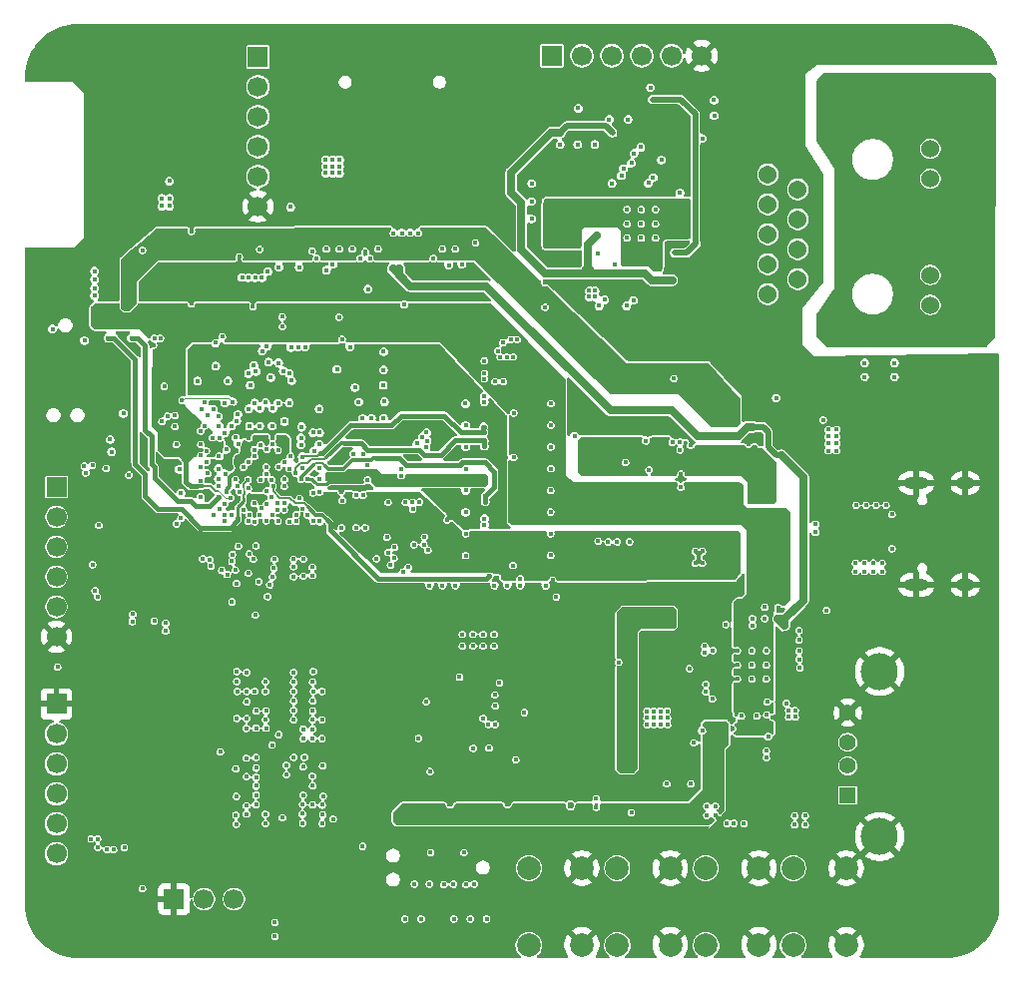
<source format=gbr>
%TF.GenerationSoftware,KiCad,Pcbnew,9.0.1*%
%TF.CreationDate,2026-02-07T17:07:50-05:00*%
%TF.ProjectId,Leonhart,4c656f6e-6861-4727-942e-6b696361645f,rev?*%
%TF.SameCoordinates,Original*%
%TF.FileFunction,Copper,L5,Inr*%
%TF.FilePolarity,Positive*%
%FSLAX46Y46*%
G04 Gerber Fmt 4.6, Leading zero omitted, Abs format (unit mm)*
G04 Created by KiCad (PCBNEW 9.0.1) date 2026-02-07 17:07:50*
%MOMM*%
%LPD*%
G01*
G04 APERTURE LIST*
%TA.AperFunction,HeatsinkPad*%
%ADD10O,2.100000X1.000000*%
%TD*%
%TA.AperFunction,HeatsinkPad*%
%ADD11O,1.600000X1.000000*%
%TD*%
%TA.AperFunction,ComponentPad*%
%ADD12R,1.400000X1.400000*%
%TD*%
%TA.AperFunction,ComponentPad*%
%ADD13C,1.400000*%
%TD*%
%TA.AperFunction,ComponentPad*%
%ADD14C,3.150000*%
%TD*%
%TA.AperFunction,ComponentPad*%
%ADD15C,1.540000*%
%TD*%
%TA.AperFunction,ComponentPad*%
%ADD16C,1.530000*%
%TD*%
%TA.AperFunction,ComponentPad*%
%ADD17C,2.445000*%
%TD*%
%TA.AperFunction,ComponentPad*%
%ADD18C,2.000000*%
%TD*%
%TA.AperFunction,ComponentPad*%
%ADD19R,1.700000X1.700000*%
%TD*%
%TA.AperFunction,ComponentPad*%
%ADD20C,1.700000*%
%TD*%
%TA.AperFunction,ViaPad*%
%ADD21C,0.450000*%
%TD*%
%TA.AperFunction,ViaPad*%
%ADD22C,0.400000*%
%TD*%
%TA.AperFunction,ViaPad*%
%ADD23C,0.440000*%
%TD*%
%TA.AperFunction,ViaPad*%
%ADD24C,0.600000*%
%TD*%
%TA.AperFunction,Conductor*%
%ADD25C,0.400000*%
%TD*%
%TA.AperFunction,Conductor*%
%ADD26C,0.350000*%
%TD*%
%TA.AperFunction,Conductor*%
%ADD27C,0.200000*%
%TD*%
%TA.AperFunction,Conductor*%
%ADD28C,0.300000*%
%TD*%
%TA.AperFunction,Conductor*%
%ADD29C,0.100000*%
%TD*%
%TA.AperFunction,Conductor*%
%ADD30C,0.250000*%
%TD*%
%TA.AperFunction,Conductor*%
%ADD31C,0.150000*%
%TD*%
%TA.AperFunction,Conductor*%
%ADD32C,0.500000*%
%TD*%
%TA.AperFunction,Conductor*%
%ADD33C,0.700000*%
%TD*%
G04 APERTURE END LIST*
D10*
%TO.N,GND*%
%TO.C,J6001*%
X175046000Y-112341000D03*
D11*
X179226000Y-112341000D03*
D10*
X175046000Y-103701000D03*
D11*
X179226000Y-103701000D03*
%TD*%
D12*
%TO.N,/USB and MMC [6]/USB_A_VBUS*%
%TO.C,J6002*%
X169236000Y-130201000D03*
D13*
%TO.N,/USB and MMC [6]/USB_A_DN*%
X169236000Y-127701000D03*
%TO.N,/USB and MMC [6]/USB_A_DP*%
X169236000Y-125701000D03*
%TO.N,GND*%
X169236000Y-123201000D03*
D14*
X171946000Y-133701000D03*
X171946000Y-119701000D03*
%TD*%
D15*
%TO.N,unconnected-(U5001-VCC-Pad1)*%
%TO.C,U5001*%
X162461000Y-87681000D03*
%TO.N,/Ethernet [5]/ETH_MD0+*%
X165001000Y-86411000D03*
%TO.N,/Ethernet [5]/ETH_MD0-*%
X162461000Y-85141000D03*
%TO.N,/Ethernet [5]/ETH_MD1+*%
X165001000Y-83871000D03*
%TO.N,/Ethernet [5]/ETH_MD2+*%
X162461000Y-82601000D03*
%TO.N,/Ethernet [5]/ETH_MD2-*%
X165001000Y-81331000D03*
%TO.N,/Ethernet [5]/ETH_MD1-*%
X162461000Y-80061000D03*
%TO.N,/Ethernet [5]/ETH_MD3+*%
X165001000Y-78791000D03*
%TO.N,/Ethernet [5]/ETH_MD3-*%
X162461000Y-77521000D03*
%TO.N,GND*%
X165001000Y-76251000D03*
D16*
%TO.N,VDD_3V3*%
X176251000Y-75341000D03*
%TO.N,/Ethernet [5]/ETH_LED_GREEN_K*%
X176251000Y-77881000D03*
%TO.N,/Ethernet [5]/ETH_LED_YELLOW_K*%
X176251000Y-86051000D03*
%TO.N,VDD_3V3*%
X176251000Y-88591000D03*
D17*
%TO.N,CGND*%
X168301000Y-73916000D03*
X168301000Y-90016000D03*
%TD*%
D18*
%TO.N,GND*%
%TO.C,SW7001*%
X154181000Y-136376000D03*
X154181000Y-142876000D03*
%TO.N,PWR_BTN*%
X149681000Y-136376000D03*
X149681000Y-142876000D03*
%TD*%
%TO.N,GND*%
%TO.C,SW7003*%
X161701000Y-136376000D03*
X161701000Y-142876000D03*
%TO.N,USER_BTN*%
X157201000Y-136376000D03*
X157201000Y-142876000D03*
%TD*%
D19*
%TO.N,/Zigbee+Thread [2]/MGM_SPI0_MOSI*%
%TO.C,J2003*%
X119201000Y-67541000D03*
D20*
%TO.N,/Zigbee+Thread [2]/MGM_SPI0_MISO*%
X119201000Y-70081000D03*
%TO.N,/Zigbee+Thread [2]/MGM_SPI0_CLK*%
X119201000Y-72621000D03*
%TO.N,/Zigbee+Thread [2]/MGM_SPI0_CS*%
X119201000Y-75161000D03*
%TO.N,/Zigbee+Thread [2]/MGM_SPI0_IRQ*%
X119201000Y-77701000D03*
%TO.N,GND*%
X119201000Y-80241000D03*
%TD*%
D19*
%TO.N,/Host System [1]/SPI0_MOSI*%
%TO.C,J1004*%
X102101000Y-104041000D03*
D20*
%TO.N,/Host System [1]/SPI0_MISO*%
X102101000Y-106581000D03*
%TO.N,/Host System [1]/SPI0_CLK*%
X102101000Y-109121000D03*
%TO.N,/Host System [1]/SPI0_IRQ*%
X102101000Y-111661000D03*
%TO.N,/Host System [1]/SPI0_CS*%
X102101000Y-114201000D03*
%TO.N,GND*%
X102101000Y-116741000D03*
%TD*%
D18*
%TO.N,GND*%
%TO.C,SW7002*%
X169099402Y-136376000D03*
X169099402Y-142876000D03*
%TO.N,MCU_PORz*%
X164599402Y-136376000D03*
X164599402Y-142876000D03*
%TD*%
D19*
%TO.N,VDD_MGM*%
%TO.C,J2002*%
X144141000Y-67451000D03*
D20*
%TO.N,/Zigbee+Thread [2]/MGM_UART_TXD*%
X146681000Y-67451000D03*
%TO.N,/Zigbee+Thread [2]/MGM_UART_RXD*%
X149221000Y-67451000D03*
%TO.N,/Zigbee+Thread [2]/MGM_UART_RTSn*%
X151761000Y-67451000D03*
%TO.N,/Zigbee+Thread [2]/MGM_UART_CTSn*%
X154301000Y-67451000D03*
%TO.N,GND*%
X156841000Y-67451000D03*
%TD*%
D19*
%TO.N,GND*%
%TO.C,J1003*%
X112081000Y-138991000D03*
D20*
%TO.N,/Host System [1]/UART0_RXD_HEADER*%
X114621000Y-138991000D03*
%TO.N,/Host System [1]/UART0_TXD_HEADER*%
X117161000Y-138991000D03*
%TD*%
D18*
%TO.N,GND*%
%TO.C,SW7004*%
X146681000Y-136376000D03*
X146681000Y-142876000D03*
%TO.N,MGM_RESETn*%
X142181000Y-136376000D03*
X142181000Y-142876000D03*
%TD*%
D19*
%TO.N,GND*%
%TO.C,J1001*%
X102101000Y-122451000D03*
D20*
%TO.N,VDD_3V3*%
X102101000Y-124991000D03*
%TO.N,/Host System [1]/UART5_RXD*%
X102101000Y-127531000D03*
%TO.N,/Host System [1]/UART5_TXD*%
X102101000Y-130071000D03*
%TO.N,/Host System [1]/UART5_CTSn*%
X102101000Y-132611000D03*
%TO.N,/Host System [1]/UART5_RTSn*%
X102101000Y-135151000D03*
%TD*%
D21*
%TO.N,GND*%
X113750000Y-131580000D03*
%TO.N,/Host System [1]/SOC_TCK*%
X133841000Y-135061000D03*
X135791000Y-137731000D03*
D22*
%TO.N,/Host System [1]/SOC_TDO*%
X114317774Y-102332772D03*
D21*
X105583899Y-113350604D03*
%TO.N,/Host System [1]/SOC_TMS*%
X137561000Y-137721000D03*
%TO.N,/Host System [1]/SOC_EMU1*%
X136861000Y-137771000D03*
X108241000Y-103031000D03*
D22*
X114317772Y-103499226D03*
D21*
%TO.N,ETH_INTn*%
X131610000Y-88585000D03*
X118409800Y-97414016D03*
X157896000Y-71216000D03*
%TO.N,/Host System [1]/SOC_TRST#*%
X134971000Y-137751000D03*
%TO.N,/Host System [1]/SOC_TDI*%
X106311000Y-102452000D03*
X133741000Y-137711000D03*
X105174000Y-110621000D03*
%TO.N,VDDA_CORE_CSI*%
X138389200Y-96821600D03*
X138389200Y-96351800D03*
X121948845Y-101450932D03*
%TO.N,VDD_1V8*%
X161526000Y-123471000D03*
X141451000Y-111821000D03*
X128076000Y-98211000D03*
X137451000Y-126196000D03*
X147301000Y-87391000D03*
X138801000Y-126176000D03*
X154341000Y-100251000D03*
X115841000Y-103346000D03*
X121449686Y-98460500D03*
X154226000Y-115170446D03*
X149901000Y-127201000D03*
X139761000Y-93001000D03*
X153051000Y-114595446D03*
X147801000Y-87901000D03*
X137209000Y-140681000D03*
X104593157Y-102833157D03*
X155011000Y-100251000D03*
X153051000Y-115745446D03*
X147791000Y-87391000D03*
X154201000Y-115745446D03*
X152476000Y-115745446D03*
X135951000Y-112406000D03*
X116945501Y-98867314D03*
X139531000Y-92491000D03*
X120344281Y-104876887D03*
X140841000Y-93001000D03*
X138597000Y-140681000D03*
X135821000Y-140681000D03*
X133751000Y-112416000D03*
X153051000Y-115170446D03*
X152476000Y-115170446D03*
X105151000Y-102211000D03*
X127431000Y-95591000D03*
X119351827Y-98866829D03*
X134841000Y-112406000D03*
X127521000Y-107481000D03*
X150601000Y-127201000D03*
X155011000Y-100886000D03*
X153626000Y-115745446D03*
X139681000Y-120656000D03*
X104471000Y-102251000D03*
X140351000Y-112406000D03*
X140311000Y-93001000D03*
X154481000Y-94821000D03*
X122897200Y-98920616D03*
X150601000Y-127901000D03*
X154226000Y-114595446D03*
X157901000Y-72531000D03*
X122850919Y-100465271D03*
X141451000Y-112396000D03*
X115852205Y-102475795D03*
X131657000Y-140681000D03*
X149901000Y-127901000D03*
X136677000Y-135061000D03*
X153626000Y-114595446D03*
X102201000Y-119301000D03*
X141071000Y-127166000D03*
X140831000Y-110691000D03*
X153626000Y-115170446D03*
X133045000Y-140681000D03*
X133481000Y-122246000D03*
X139261000Y-112416000D03*
X147311000Y-87901000D03*
X152476000Y-114595446D03*
X162481000Y-125181000D03*
D22*
%TO.N,/Host System [1]/SOC_EMU0*%
X114825654Y-101898784D03*
D21*
X132471000Y-137711000D03*
X105377000Y-112841000D03*
%TO.N,VDDA_1V8_CSIRX*%
X138340600Y-99380800D03*
X138351000Y-98927200D03*
X122954149Y-101469147D03*
%TO.N,VDDR_CORE*%
X164226000Y-123551000D03*
X164226000Y-123001000D03*
X133151000Y-99771000D03*
X164776000Y-123551000D03*
X133461000Y-100671000D03*
X133551000Y-100141000D03*
X118881000Y-100871016D03*
X132321000Y-105331000D03*
X117951174Y-102358526D03*
X117521000Y-100376000D03*
X133511000Y-99411000D03*
X119954000Y-100853403D03*
X164776000Y-123001000D03*
X132331000Y-105911000D03*
X121449360Y-101957058D03*
X132911000Y-105315500D03*
X119901000Y-102906000D03*
X120356390Y-103426034D03*
X131711000Y-105341000D03*
%TO.N,VDD_CORE*%
X159801000Y-111101000D03*
X118901000Y-102869503D03*
X132831000Y-106541000D03*
X119441000Y-99869489D03*
X133221000Y-106171000D03*
X116526002Y-104483707D03*
X158351000Y-109601000D03*
X121456117Y-100405691D03*
X158351000Y-108801000D03*
X159431000Y-97831000D03*
X158351000Y-110351000D03*
X107881000Y-88831000D03*
X119401000Y-104100000D03*
X133391000Y-106941000D03*
X159801000Y-108801000D03*
X158351000Y-111101000D03*
X159076000Y-111101000D03*
X159801000Y-110351000D03*
X117657990Y-101533103D03*
X120945500Y-102964686D03*
X159801000Y-109601000D03*
X159076000Y-108801000D03*
X141013600Y-108935800D03*
X119950000Y-101454000D03*
X121383486Y-99869164D03*
X158641000Y-98541000D03*
X159076000Y-110351000D03*
X158901000Y-115701000D03*
X158351000Y-108041000D03*
X158641000Y-97831000D03*
X140901000Y-101526000D03*
X133641000Y-105631000D03*
X159076000Y-109601000D03*
X141694000Y-108158200D03*
X118360988Y-100433418D03*
D22*
X122386841Y-104491234D03*
D21*
X141596800Y-108919600D03*
X142180000Y-108919600D03*
X159076000Y-108041000D03*
X159431000Y-98531000D03*
X117945500Y-102924786D03*
X159801000Y-108041000D03*
X140911000Y-97761000D03*
%TO.N,VDDA_PLL0*%
X121447162Y-103377121D03*
X138421600Y-106716400D03*
X138421600Y-107267200D03*
%TO.N,VSYS_5V*%
X171626000Y-105576000D03*
X157201000Y-121401000D03*
X159565000Y-132576000D03*
X171401000Y-111201000D03*
X161151000Y-115801000D03*
X172476000Y-105576000D03*
X167591625Y-99751000D03*
X132681000Y-100341000D03*
X168291625Y-100351000D03*
X168291625Y-99751000D03*
X168291625Y-100951000D03*
X157101000Y-117526000D03*
X168291625Y-99151000D03*
X170651000Y-110501000D03*
X172151000Y-110501000D03*
X171401000Y-110501000D03*
X172151000Y-111201000D03*
X157201000Y-120776000D03*
X167591625Y-99151000D03*
X169901000Y-111201000D03*
X146047000Y-99720000D03*
X157081000Y-118101000D03*
X161151000Y-115201000D03*
X165176000Y-119401000D03*
X170651000Y-111201000D03*
X170776000Y-105576000D03*
X156171000Y-125731000D03*
X169901000Y-110501000D03*
X158990000Y-132576000D03*
X169926000Y-105576000D03*
X167591625Y-100351000D03*
X167591625Y-100951000D03*
%TO.N,VDD_3V3*%
X160941625Y-104651000D03*
X126121000Y-76841000D03*
X162891625Y-104001000D03*
X122950171Y-102465172D03*
X125531000Y-76841000D03*
D23*
X126354000Y-91502000D03*
D21*
X107861000Y-134631000D03*
X161591625Y-103351000D03*
X121971000Y-80281000D03*
X148061000Y-84201000D03*
X117851000Y-86261000D03*
X162891625Y-105301000D03*
X125531000Y-76271000D03*
X156881000Y-74461000D03*
X120031000Y-85751000D03*
X160941625Y-104001000D03*
X161591625Y-104651000D03*
D22*
X117461000Y-103960500D03*
D21*
X147271000Y-100311000D03*
X161591625Y-105301000D03*
X162891625Y-103351000D03*
X118391000Y-86281000D03*
X125001000Y-85646000D03*
X124951000Y-76841000D03*
X160206000Y-123471000D03*
X126121000Y-77411000D03*
X160941625Y-105301000D03*
X147271000Y-100861000D03*
X151061000Y-88191000D03*
X124951000Y-77411000D03*
X141801000Y-123176000D03*
X105601000Y-133891000D03*
X162201000Y-115201000D03*
X126121000Y-76271000D03*
X167431000Y-114501000D03*
X163166625Y-96476000D03*
X118481000Y-98874264D03*
X146711000Y-100861000D03*
X105611000Y-134611000D03*
X162241625Y-105301000D03*
X146711000Y-100311000D03*
X105061000Y-133891000D03*
X119541000Y-86291000D03*
X118961000Y-86281000D03*
X160941625Y-103351000D03*
X122001000Y-92201000D03*
X115898800Y-101415416D03*
X148621000Y-88151000D03*
X162241625Y-104001000D03*
X161591625Y-104001000D03*
X162241625Y-104651000D03*
X115601000Y-91801000D03*
X139301000Y-121676000D03*
X162241625Y-103351000D03*
X107781000Y-97781000D03*
X162891625Y-104651000D03*
X124951000Y-76271000D03*
X125531000Y-77411000D03*
%TO.N,VDDA_1V8*%
X109861000Y-88831000D03*
X141677800Y-106876000D03*
X160191000Y-124221000D03*
X160851000Y-124461000D03*
X138781000Y-111592000D03*
X115861140Y-100464252D03*
X141677800Y-105344000D03*
X141677800Y-104578000D03*
X120483377Y-103976656D03*
X105901000Y-88831000D03*
X160191000Y-124791000D03*
D22*
X116847548Y-104958198D03*
D21*
X141677800Y-106110000D03*
%TO.N,VDD_1V2*%
X120954492Y-125040984D03*
X108571000Y-114821000D03*
X153351000Y-124201000D03*
X124634492Y-125376000D03*
X152776000Y-123626000D03*
X110401000Y-115396000D03*
X124634492Y-123776000D03*
X124721000Y-130256000D03*
X152201000Y-123626000D03*
X153926000Y-123051000D03*
X123813216Y-128559708D03*
X117331000Y-131866000D03*
X153351000Y-123626000D03*
X153351000Y-123051000D03*
X122971000Y-131766000D03*
X152201000Y-124201000D03*
X118390471Y-104165471D03*
X117362746Y-132647746D03*
X121277000Y-132093000D03*
X153951000Y-124201000D03*
X118231000Y-128600700D03*
X123834492Y-125376000D03*
X108541000Y-115456000D03*
X117416717Y-123670283D03*
X117371000Y-130286000D03*
X124634492Y-132576000D03*
X124653911Y-131000700D03*
X152201000Y-123051000D03*
X111371000Y-116246000D03*
X119046087Y-127847799D03*
X117414892Y-119690575D03*
X117311000Y-127946000D03*
X124634492Y-121376000D03*
X152776000Y-123051000D03*
X119941000Y-104376000D03*
X124681000Y-127686000D03*
X153951000Y-123626000D03*
X152776000Y-124201000D03*
X111371000Y-115586000D03*
X116001000Y-126501000D03*
X118980300Y-114911000D03*
%TO.N,ETH_RSTn*%
X144051000Y-96951000D03*
X118551000Y-95401000D03*
X150601000Y-72851000D03*
%TO.N,/Host System [1]/UART0_RXD*%
X106391000Y-134801000D03*
X114347850Y-101362853D03*
%TO.N,VDDA_1V8_OLDI*%
X138486400Y-105301000D03*
X138486400Y-104821000D03*
X122871000Y-103401016D03*
%TO.N,SD_PWR_EN*%
X122701000Y-85376000D03*
X116651000Y-95026000D03*
%TO.N,ETH_MDIO*%
X152317750Y-78251000D03*
X124394000Y-97418000D03*
X127001000Y-92151000D03*
D22*
%TO.N,/Host System [1]/MCU_RESETZ*%
X114904401Y-102880282D03*
D21*
%TO.N,VDDA_1V8_USB*%
X138437800Y-103705800D03*
X123427574Y-103379190D03*
X138437800Y-103236000D03*
%TO.N,/Host System [1]/MCU_RESETSTATz*%
X112516000Y-102534000D03*
X105701000Y-107286000D03*
%TO.N,/Host System [1]/RESET_REQZ*%
X115840013Y-98034095D03*
%TO.N,/Host System [1]/BOOTMODE11*%
X120441000Y-97376000D03*
X136821000Y-104329776D03*
X149661000Y-108691000D03*
%TO.N,EXTINTn*%
X114350751Y-100431035D03*
X165101000Y-117951000D03*
X119951000Y-92101000D03*
%TO.N,RESETSTATz*%
X120976000Y-85376000D03*
X155801000Y-119451000D03*
X149001000Y-72851000D03*
X132826000Y-125351000D03*
X115396600Y-97414016D03*
%TO.N,/Host System [1]/BOOTMODE8*%
X136816000Y-109851000D03*
X120101000Y-93447172D03*
%TO.N,VDDA_1V8_MCU*%
X118354502Y-103415958D03*
X106471000Y-91391000D03*
X106981000Y-91391000D03*
%TO.N,/Host System [1]/BOOTMODE6*%
X119361000Y-97376000D03*
X144026000Y-107998347D03*
%TO.N,VDDA_CORE_USB*%
X122411000Y-102866000D03*
X138405400Y-100102000D03*
X138405400Y-100571800D03*
%TO.N,/Host System [1]/BOOTMODE2*%
X119030545Y-94228276D03*
X144051000Y-100633449D03*
%TO.N,/Host System [1]/BOOTMODE14*%
X136821000Y-98808551D03*
X121868164Y-94407866D03*
%TO.N,I2C0_SDA*%
X123201000Y-92161000D03*
X121261000Y-89601000D03*
X165101000Y-116226000D03*
%TO.N,MCU_PORz*%
X162411000Y-122256000D03*
%TO.N,/Host System [1]/BOOTMODE12*%
X121861000Y-96896000D03*
X136821000Y-102489367D03*
%TO.N,PMIC_LPM_EN0*%
X157801000Y-117901000D03*
X114338629Y-104920646D03*
X147901000Y-130471000D03*
%TO.N,VDD_CANUART*%
X108961000Y-91391000D03*
X115860912Y-104920516D03*
X108451000Y-91401000D03*
%TO.N,/Host System [1]/BOOTMODE5*%
X144036000Y-106157122D03*
X119851827Y-96866829D03*
%TO.N,ETH_MDC*%
X125901000Y-94051000D03*
X152728616Y-77778616D03*
%TO.N,/Host System [1]/BOOTMODE9*%
X120280500Y-94733660D03*
X136821000Y-108010592D03*
%TO.N,PORz_OUT*%
X146376000Y-71901000D03*
X114894400Y-97916216D03*
X149801000Y-118901000D03*
X133801000Y-128176000D03*
%TO.N,/Host System [1]/BOOTMODE15*%
X122051000Y-95001000D03*
X136811000Y-96968143D03*
%TO.N,GND*%
X119432534Y-100464524D03*
X119092170Y-122199984D03*
X138971000Y-98381000D03*
X126361000Y-92161000D03*
X130651000Y-77971000D03*
X126791000Y-135961000D03*
X139521000Y-111711000D03*
X123891000Y-92161000D03*
X135932814Y-83844186D03*
X105401000Y-139901000D03*
X151711000Y-82911000D03*
X111371000Y-125301000D03*
X155381000Y-121481000D03*
D24*
X135501000Y-130901000D03*
D21*
X175901000Y-108051000D03*
X105641000Y-111731000D03*
X156001000Y-122526000D03*
X120401000Y-143471000D03*
X122051000Y-79481000D03*
X118234492Y-132576000D03*
X123399400Y-98434616D03*
X140641000Y-91531000D03*
X113561000Y-82351000D03*
X139791000Y-126186000D03*
X130401000Y-143471000D03*
X130401000Y-97601000D03*
X164991625Y-99861000D03*
X159876000Y-120326000D03*
X138181000Y-126426000D03*
X125401000Y-95066000D03*
X180901000Y-104201000D03*
X104651000Y-134611000D03*
X106023843Y-86303843D03*
X108201000Y-136901000D03*
X130401000Y-96301000D03*
X113541000Y-88501000D03*
X175901000Y-109051000D03*
X176901000Y-143471000D03*
X155901000Y-100501000D03*
X151726000Y-125851000D03*
X180901000Y-98201000D03*
X140676000Y-80526000D03*
X109401000Y-80951000D03*
X117347852Y-100969147D03*
X139511000Y-118726000D03*
X124901000Y-86491000D03*
X106021000Y-87161000D03*
X157270000Y-131101000D03*
X106001000Y-85361000D03*
X171651000Y-113776000D03*
X143101000Y-79801000D03*
X116931000Y-102376000D03*
X116604492Y-119689984D03*
X179401000Y-96201000D03*
X144071000Y-113901000D03*
X106721000Y-92051000D03*
X110401000Y-78701000D03*
X113161000Y-125301000D03*
X131801000Y-77311000D03*
X176401000Y-96201000D03*
X111401000Y-72451000D03*
X139301000Y-95091000D03*
X138311828Y-123114605D03*
X151726000Y-112970446D03*
X116950500Y-113156000D03*
X163931000Y-124521000D03*
X112271000Y-125311000D03*
X162326000Y-117926000D03*
X129001000Y-133601000D03*
X135401000Y-143471000D03*
X161601000Y-76101000D03*
X140221000Y-117981000D03*
X109401000Y-83951000D03*
X118854000Y-112609000D03*
X110150000Y-137500000D03*
X162326000Y-120326000D03*
X164991625Y-100411000D03*
X105601000Y-114611000D03*
D24*
X143401000Y-138201000D03*
D21*
X173521000Y-111981000D03*
X160821000Y-99801000D03*
X171731000Y-112881000D03*
X170351000Y-113776000D03*
D24*
X153401000Y-138201000D03*
D21*
X162881000Y-123601000D03*
X110401000Y-65201000D03*
X115342085Y-99857082D03*
X138831000Y-106071000D03*
X161601000Y-71051000D03*
X117434492Y-122976000D03*
X116441000Y-98491000D03*
D22*
X117443783Y-105208049D03*
D21*
X108301000Y-141101000D03*
X143601000Y-84451000D03*
X139971000Y-91801000D03*
X124672091Y-129427243D03*
X106901000Y-107001000D03*
X126101000Y-83846000D03*
X148901000Y-108701000D03*
X106451000Y-110401000D03*
X153601000Y-88201000D03*
X156301000Y-109501000D03*
X152151000Y-91121000D03*
X142301000Y-127161000D03*
X110401000Y-80951000D03*
X108151000Y-105781000D03*
X114888000Y-104947000D03*
X118441000Y-104876000D03*
X111051000Y-98481000D03*
X134427000Y-140701000D03*
X175901000Y-107051000D03*
X135523461Y-101381000D03*
X155071000Y-104056000D03*
X143510000Y-86695000D03*
X101501000Y-96701000D03*
X156001000Y-116526000D03*
X163631000Y-100101000D03*
X100901000Y-83951000D03*
X133321000Y-108284500D03*
X106401000Y-83951000D03*
X152726000Y-113570446D03*
X136301000Y-125176000D03*
X166126000Y-120195446D03*
X126281000Y-101091000D03*
X155401000Y-120971000D03*
X138876000Y-101036000D03*
X150190076Y-75976600D03*
X163316000Y-114250446D03*
X108691000Y-92041000D03*
X161821000Y-100401000D03*
X141821000Y-122266000D03*
X121311000Y-135991000D03*
X123453536Y-100368271D03*
X135171000Y-99051000D03*
X130651000Y-77311000D03*
X106021000Y-88041000D03*
X171121000Y-112881000D03*
X123281000Y-85791000D03*
X99901000Y-69451000D03*
X161401000Y-65201000D03*
X130751000Y-110076000D03*
X127861000Y-135901000D03*
X118995000Y-120540000D03*
X103901000Y-69451000D03*
X157841000Y-74461000D03*
X119910318Y-102340590D03*
X161101000Y-120326000D03*
X144191000Y-111941000D03*
X123834492Y-131776000D03*
X128301000Y-107491000D03*
X119415746Y-104966239D03*
X113541000Y-71051000D03*
X130151000Y-108301000D03*
X152726000Y-125251000D03*
X161101000Y-119151000D03*
X151711000Y-81711500D03*
X172341000Y-112881000D03*
X128331000Y-96821000D03*
X164131000Y-100401000D03*
X100901000Y-138201000D03*
X110431000Y-118081000D03*
X135371000Y-99741000D03*
X118771000Y-88751000D03*
X132601000Y-126101000D03*
X109401000Y-72451000D03*
X111901000Y-78701000D03*
X149891000Y-88191000D03*
X125371000Y-135951000D03*
X107401000Y-72451000D03*
X114861000Y-87081000D03*
X108511000Y-106161000D03*
X150376000Y-101946000D03*
D22*
X116969298Y-97291500D03*
D21*
X116181000Y-91291000D03*
X106451000Y-109301000D03*
X138961000Y-97101000D03*
X122726373Y-105001261D03*
X156301000Y-110501000D03*
X108401000Y-72451000D03*
X164991625Y-100961000D03*
X180901000Y-110201000D03*
X111451000Y-111401000D03*
X109151000Y-67951000D03*
X107401000Y-139001000D03*
X136701000Y-79611000D03*
X117381000Y-127066000D03*
X107301166Y-104621166D03*
D24*
X168401000Y-138201000D03*
D21*
X121881000Y-106396000D03*
X111189000Y-107432200D03*
X151726000Y-125251000D03*
X140231000Y-116901000D03*
X123450173Y-99866829D03*
X158576000Y-78101000D03*
X135221000Y-106841000D03*
X163911000Y-125131000D03*
X161015000Y-130176000D03*
X125401000Y-65201000D03*
X152226000Y-125551000D03*
X120901000Y-131571000D03*
X123092000Y-122978000D03*
X115401000Y-65201000D03*
X123834491Y-130262035D03*
X174651000Y-97951000D03*
X160111000Y-126018600D03*
X119436070Y-103415421D03*
X124634492Y-128576000D03*
X111401000Y-117451000D03*
X155071000Y-102946000D03*
X123054492Y-121380984D03*
X110341000Y-92001000D03*
X153901000Y-130001000D03*
X140301000Y-124146000D03*
X114501000Y-133501000D03*
X143101000Y-78301000D03*
X156501000Y-122526000D03*
X141181000Y-91531000D03*
X161680000Y-130181000D03*
X146311000Y-74071000D03*
X120254000Y-113931000D03*
X126269000Y-104460000D03*
X173241000Y-112751000D03*
X138409000Y-93332000D03*
X116771000Y-133781000D03*
X139776000Y-98426000D03*
X126281000Y-107486000D03*
X124634492Y-126976000D03*
X136031000Y-121341000D03*
X107701000Y-107001000D03*
X105401000Y-143471000D03*
X128081000Y-95421000D03*
X144101000Y-84966000D03*
X116886409Y-101501387D03*
X155626000Y-126820446D03*
X105541000Y-127310000D03*
X156001000Y-116026000D03*
X107901000Y-67951000D03*
X105603000Y-115728000D03*
X143551000Y-88791000D03*
X101901000Y-69451000D03*
X118261000Y-110256000D03*
X146701000Y-99301000D03*
X140241000Y-121676000D03*
X101421000Y-119291000D03*
X163131000Y-99801000D03*
X125001000Y-83846000D03*
X105541000Y-125201000D03*
X123051500Y-110836000D03*
X123865771Y-104520418D03*
X162326000Y-119151000D03*
X107401000Y-80951000D03*
X124059800Y-112026510D03*
X120955984Y-102328677D03*
X169951000Y-112881000D03*
X124141000Y-96881000D03*
D23*
X145151000Y-84961000D03*
D21*
X139541000Y-76631000D03*
X176401000Y-65201000D03*
X105401000Y-65201000D03*
X132911000Y-77581000D03*
X108501000Y-107001000D03*
X120891000Y-98326000D03*
X150511000Y-81701000D03*
X159461000Y-124531000D03*
X131927000Y-134801000D03*
X130911000Y-86861000D03*
X161321000Y-100101000D03*
D24*
X157901000Y-138201000D03*
D21*
X125401000Y-143471000D03*
X104901000Y-74201000D03*
X104901000Y-72951000D03*
X117621000Y-84501000D03*
X156901000Y-109501000D03*
X134627000Y-134601000D03*
X151716000Y-98572000D03*
X114891000Y-104386000D03*
X180901000Y-132201000D03*
X159876000Y-119151000D03*
X118901000Y-98376000D03*
X100901000Y-69451000D03*
X115976000Y-111736000D03*
X124634492Y-122176000D03*
X151711000Y-80501000D03*
D24*
X140381000Y-130921000D03*
D21*
X153541000Y-78281000D03*
X131801000Y-77971000D03*
X147471000Y-86681000D03*
X163131000Y-100401000D03*
X118234492Y-127776000D03*
X99901000Y-83951000D03*
X166401000Y-65201000D03*
X175901000Y-106051000D03*
X139776000Y-101311000D03*
X132601000Y-128301000D03*
X104901000Y-79201000D03*
X110371000Y-126001000D03*
X156001000Y-123026000D03*
X139691000Y-97691000D03*
X135231000Y-105331000D03*
X149271000Y-88191000D03*
X135231000Y-106031000D03*
X111881000Y-107591000D03*
X161821000Y-99801000D03*
X121376000Y-126526000D03*
X116221000Y-85651000D03*
X126082734Y-89634834D03*
X156901000Y-110501000D03*
X123791000Y-84021000D03*
X120441000Y-99851016D03*
X162201000Y-114241000D03*
X144141000Y-75201000D03*
X130241000Y-105331000D03*
X135641000Y-118011000D03*
X138291000Y-122176000D03*
X116071000Y-93311000D03*
X164131000Y-99801000D03*
X101501000Y-94101000D03*
X147901000Y-131201000D03*
X109626000Y-100001000D03*
X137651000Y-83311000D03*
X171001000Y-113776000D03*
X180901000Y-115701000D03*
X104901000Y-75451000D03*
X159430000Y-130185000D03*
X117961000Y-98451016D03*
X104901000Y-80451000D03*
X118371656Y-101916000D03*
X135401000Y-65201000D03*
X152931000Y-80501000D03*
X114761000Y-111156000D03*
X152226000Y-113270446D03*
X106701000Y-104861000D03*
X136781000Y-77651000D03*
X158010000Y-131881000D03*
X108541000Y-118176000D03*
X171901000Y-143471000D03*
X149201000Y-118401000D03*
X151651000Y-70071000D03*
X175901000Y-110051000D03*
X159291000Y-123311000D03*
X110450000Y-131600000D03*
X117901000Y-135001000D03*
X120260000Y-130070000D03*
X134841000Y-83846000D03*
X109301000Y-107001000D03*
X118221000Y-129411100D03*
X123371000Y-135981000D03*
X170681000Y-108431000D03*
X123834492Y-132576000D03*
X110401000Y-72451000D03*
X137361000Y-114971000D03*
X139116000Y-106618400D03*
X154976000Y-78126000D03*
X155901000Y-130001000D03*
X128301000Y-84061000D03*
X104901000Y-77951000D03*
X110401000Y-143471000D03*
X172871000Y-104661000D03*
X149491000Y-77791000D03*
X121131000Y-130073000D03*
X180901000Y-126701000D03*
X127571000Y-87031000D03*
X130751000Y-94951000D03*
X117434492Y-130976000D03*
X171401000Y-65201000D03*
D24*
X150901000Y-138201000D03*
X165401000Y-138201000D03*
D21*
X113401000Y-95066000D03*
X162376000Y-123351789D03*
X152401000Y-99571000D03*
X138759883Y-120676420D03*
X121436000Y-103991016D03*
X108911000Y-103031000D03*
X129151000Y-86471000D03*
X149801000Y-75001000D03*
X123901000Y-102911016D03*
X127201000Y-83846000D03*
X124301000Y-87201000D03*
X121861000Y-93811000D03*
X119341000Y-83881000D03*
X124634492Y-124576000D03*
X146401000Y-71241000D03*
X115416423Y-101901593D03*
X160821000Y-100401000D03*
X147791000Y-74071000D03*
X133271000Y-108911000D03*
X134063056Y-85188427D03*
X152931000Y-81711500D03*
X150881000Y-75091000D03*
X140401000Y-143471000D03*
X120751000Y-126926000D03*
X112100000Y-131590000D03*
X165631000Y-121621000D03*
X149811000Y-72921000D03*
X170681000Y-106521000D03*
X118440584Y-99876416D03*
X156501000Y-123026000D03*
X152221000Y-88201000D03*
X107990000Y-129410000D03*
X147401000Y-99301000D03*
X140401000Y-65201000D03*
X145601000Y-84501000D03*
X165021000Y-121911000D03*
X122391000Y-98406000D03*
X140021000Y-95091000D03*
X124751600Y-120541000D03*
X160340000Y-130181000D03*
X156601000Y-110001000D03*
X160851000Y-126021000D03*
X132301000Y-130301000D03*
X161510000Y-133611000D03*
X129431000Y-77591000D03*
X152931000Y-82911000D03*
X154601000Y-85126000D03*
X150871000Y-131661000D03*
X121841255Y-102480830D03*
X126361000Y-105186000D03*
X161101000Y-117926000D03*
D24*
X145901000Y-138201000D03*
D21*
X129381000Y-83846000D03*
X131942653Y-110842653D03*
X141551000Y-74681000D03*
X151726000Y-113570446D03*
X119411000Y-97956000D03*
X160830000Y-133611000D03*
X120566000Y-114816000D03*
X165076000Y-115170446D03*
X117434492Y-129376000D03*
X163681625Y-98661000D03*
X157270000Y-131891000D03*
X134891000Y-79541000D03*
X120441000Y-100431016D03*
X156501000Y-116526000D03*
X106401000Y-80951000D03*
X121947274Y-98942274D03*
X152726000Y-125851000D03*
X109472000Y-128559000D03*
X122401000Y-100911016D03*
X107761000Y-97081000D03*
X146701000Y-97001000D03*
X115401000Y-143471000D03*
X132681000Y-101461000D03*
X152726000Y-112970446D03*
X152376000Y-102596000D03*
X150511000Y-80490500D03*
X120737000Y-130764000D03*
D24*
X160901000Y-138201000D03*
D21*
X158010000Y-131101000D03*
X104901000Y-76701000D03*
X156501000Y-116026000D03*
X120401000Y-65201000D03*
X118223405Y-130276697D03*
X110200000Y-138450000D03*
X120566000Y-115596000D03*
X159571000Y-123781000D03*
X154401000Y-99451000D03*
X170551000Y-112881000D03*
X180901000Y-137701000D03*
X105541000Y-122201000D03*
X173531000Y-103861000D03*
X159876000Y-117926000D03*
X105601000Y-101047000D03*
X123417395Y-109145702D03*
X150511000Y-82911000D03*
X126261000Y-102026000D03*
X122061000Y-97456000D03*
X180901000Y-121201000D03*
X130401000Y-65201000D03*
%TO.N,/Host System [1]/BOOTMODE7*%
X120904600Y-96911816D03*
X144026000Y-109839571D03*
%TO.N,SD_VOLT_SEL*%
X165101000Y-118651000D03*
X119558221Y-92486000D03*
X114341000Y-99281000D03*
%TO.N,/Host System [1]/BOOTMODE10*%
X136816000Y-106170184D03*
X120951000Y-93501000D03*
D22*
%TO.N,/Host System [1]/UART0_TXD*%
X114851829Y-100965172D03*
D21*
X106941003Y-134801000D03*
%TO.N,/Host System [1]/BOOTMODE3*%
X118401000Y-94401000D03*
X144051000Y-102474673D03*
%TO.N,VDDA_PLL2*%
X118917163Y-101447163D03*
X110411000Y-91421000D03*
X110931000Y-91421000D03*
%TO.N,VDDSHV5_SDIO*%
X128531000Y-87241000D03*
X115949745Y-99866875D03*
%TO.N,/Host System [1]/BOOTMODE13*%
X150721000Y-108691000D03*
X121351000Y-94201000D03*
X136821000Y-100648959D03*
%TO.N,VDDA_PLL1*%
X120905984Y-100916000D03*
X138411000Y-94861000D03*
X138411000Y-94401000D03*
%TO.N,EMMC_RSTn*%
X118912000Y-96911816D03*
X144051000Y-98792224D03*
%TO.N,/Host System [1]/MCU_OSC0_XI*%
X112281000Y-107171000D03*
%TO.N,DDR_VPP*%
X117396000Y-120537000D03*
X125571000Y-132201000D03*
X124697746Y-131839254D03*
%TO.N,DDR_VREFCA*%
X128081000Y-134521000D03*
%TO.N,VDD1V0_ETH*%
X143851000Y-83051000D03*
X144381000Y-83051000D03*
X144381000Y-83561000D03*
X155571000Y-82711000D03*
X148101000Y-79865314D03*
X143851000Y-83561000D03*
X153121000Y-85471000D03*
X155561000Y-80708000D03*
%TO.N,VDD3V3_ETH*%
X155001000Y-79076000D03*
X154571000Y-84166000D03*
X152676000Y-71151000D03*
%TO.N,VDD1V8_ETH*%
X149281000Y-73971000D03*
X154341000Y-86491000D03*
X144811000Y-73971000D03*
X147973000Y-82713000D03*
X140676000Y-79051000D03*
%TO.N,I2C0_SCL*%
X121271000Y-90416000D03*
X122601000Y-92151000D03*
X165101000Y-117026000D03*
%TO.N,PWR_BTN*%
X156901000Y-124711000D03*
X157751000Y-122011000D03*
%TO.N,VDD_SD*%
X131211000Y-85511000D03*
X130641000Y-85511000D03*
X163301000Y-115211000D03*
X163891000Y-115221000D03*
X163901000Y-115821000D03*
%TO.N,VDD_2V5*%
X131001000Y-132301000D03*
X131001000Y-131751000D03*
X157751000Y-124251000D03*
X157751000Y-124831000D03*
X158261000Y-124541000D03*
%TO.N,/Host System [1]/UART0_RXD_HEADER*%
X109411000Y-138091000D03*
%TO.N,VDD_3V3_SD*%
X130701000Y-82501000D03*
X131401000Y-82501000D03*
X132101000Y-82501000D03*
X132801000Y-82501000D03*
%TO.N,/Host System [1]/MCU_OSC0_XO*%
X112661000Y-106691000D03*
%TO.N,/Host System [1]/BOOTMODE4*%
X118851000Y-93701000D03*
X144032720Y-104334178D03*
D24*
%TO.N,USER_BTN*%
X145721000Y-131071000D03*
D21*
%TO.N,CGND*%
X169651000Y-85951000D03*
X173401000Y-89201000D03*
X181401000Y-85451000D03*
X169401000Y-69451000D03*
X179401000Y-87451000D03*
X167401000Y-69451000D03*
X172401000Y-85451000D03*
X181401000Y-69451000D03*
X168901000Y-79451000D03*
X180401000Y-91451000D03*
X169401000Y-71451000D03*
X171401000Y-69451000D03*
X170151000Y-72201000D03*
X173401000Y-69451000D03*
X168401000Y-71451000D03*
X181401000Y-79451000D03*
X177401000Y-69451000D03*
X172401000Y-78701000D03*
X173151000Y-74451000D03*
X170651000Y-72951000D03*
X170401000Y-91451000D03*
X173651000Y-76951000D03*
X181401000Y-73451000D03*
X179401000Y-71451000D03*
X169151000Y-88451000D03*
X168901000Y-87451000D03*
X179401000Y-89451000D03*
X181401000Y-77451000D03*
X169651000Y-78201000D03*
X168901000Y-85451000D03*
X170401000Y-90451000D03*
X179401000Y-73451000D03*
X170651000Y-73951000D03*
X168901000Y-83451000D03*
X173151000Y-86201000D03*
X172401000Y-90451000D03*
X170901000Y-78701000D03*
X168901000Y-77451000D03*
X181401000Y-71451000D03*
X173151000Y-77951000D03*
X171901000Y-73951000D03*
X168901000Y-75951000D03*
X172401000Y-91451000D03*
X170901000Y-85451000D03*
X167401000Y-71451000D03*
X181401000Y-87451000D03*
X181401000Y-89451000D03*
X167901000Y-88201000D03*
X173651000Y-75451000D03*
X181401000Y-75451000D03*
X168901000Y-81451000D03*
X173651000Y-87451000D03*
X181401000Y-81451000D03*
X179401000Y-69451000D03*
X175401000Y-69451000D03*
X181401000Y-83451000D03*
%TO.N,/Host System [1]/SoC_CLKIN*%
X152101000Y-100131000D03*
%TO.N,VDD_MGM*%
X111051000Y-80201000D03*
X111701000Y-80201000D03*
X101771000Y-90631000D03*
X111051000Y-79551000D03*
X111701000Y-79551000D03*
%TO.N,MGM_RESETn*%
X104481000Y-91601000D03*
%TO.N,/Power Circuitry [3]/CAP_VDDS0*%
X116514591Y-100851431D03*
D22*
%TO.N,/Power Circuitry [3]/CAP_VDDS1*%
X117323442Y-99838440D03*
D21*
%TO.N,/Power Circuitry [3]/CAP_VDDS2*%
X122845981Y-99866153D03*
%TO.N,/Power Circuitry [3]/CAP_VDDS3*%
X120393999Y-98869448D03*
%TO.N,/Power Circuitry [3]/CAP_VDDS4*%
X121447586Y-105407046D03*
%TO.N,/Power Circuitry [3]/CAP_VDDS5*%
X116377652Y-99429348D03*
%TO.N,/Power Circuitry [3]/CAP_VDDS6*%
X117401000Y-98436000D03*
%TO.N,/Power Circuitry [3]/CAP_VDDS_MCU*%
X116411000Y-102911016D03*
%TO.N,/Power Circuitry [3]/CAP_VDDS_CANUART*%
X115898724Y-103923234D03*
%TO.N,/Ethernet [5]/ETH_PHYRSTB*%
X153426000Y-76276000D03*
%TO.N,/USB and MMC [6]/EMMC_VDDI*%
X136301000Y-120166000D03*
%TO.N,/USB and MMC [6]/USB_A_VBUS*%
X165630000Y-131930000D03*
X165630000Y-132700000D03*
X164740000Y-131920000D03*
X164740000Y-132700000D03*
%TO.N,/USB and MMC [6]/EMMC_RST_N*%
X138301000Y-123656000D03*
%TO.N,/USB and MMC [6]/SD_D2*%
X136491000Y-85151000D03*
X114401000Y-97431000D03*
%TO.N,/USB and MMC [6]/SD_D3*%
X135391000Y-85221000D03*
X114641000Y-96851000D03*
%TO.N,/USB and MMC [6]/SD_CMD*%
X134091000Y-84631000D03*
X112161000Y-97961000D03*
%TO.N,/USB and MMC [6]/SD_CLK*%
X128691000Y-84621000D03*
X111251000Y-95491000D03*
%TO.N,/USB and MMC [6]/SD_D0*%
X127881000Y-84621000D03*
X111521000Y-98031000D03*
%TO.N,/USB and MMC [6]/SD_D1*%
X112161000Y-98911000D03*
X125551000Y-85151000D03*
%TO.N,/USB and MMC [6]/SD_CD*%
X114663983Y-98835820D03*
X124171000Y-84631000D03*
%TO.N,/USB and MMC [6]/USB_C_CC1*%
X173001000Y-109271000D03*
%TO.N,/USB and MMC [6]/USB_C_CC2*%
X172991000Y-106351000D03*
%TO.N,/USB and MMC [6]/USB0_DN*%
X131359000Y-103079500D03*
X166529000Y-107851100D03*
%TO.N,/USB and MMC [6]/USB0_DP*%
X166529000Y-107190900D03*
X131359000Y-102502500D03*
%TO.N,/USB and MMC [6]/USB1_DP*%
X162334000Y-126412500D03*
X127532500Y-104752000D03*
%TO.N,/USB and MMC [6]/USB1_DN*%
X128109500Y-104752000D03*
X162334000Y-126989500D03*
%TO.N,/Ethernet [5]/ETH_INTB*%
X149451000Y-85201000D03*
X152491000Y-70151000D03*
%TO.N,/Power Circuitry [3]/VDDA_SYS_MON*%
X117001000Y-113776000D03*
D22*
X117305578Y-103391000D03*
%TO.N,/Power Circuitry [3]/VDD_SoC_VPP*%
X117664377Y-104438693D03*
D21*
X112661000Y-104551000D03*
%TO.N,/Power Circuitry [3]/VDD_3V3_EN*%
X164026000Y-122376000D03*
X167151000Y-98351000D03*
%TO.N,/Memory [4]/DDR_CLKP*%
X118452747Y-109719769D03*
X119034493Y-124489964D03*
%TO.N,/Memory [4]/DDR_CLKN*%
X118220485Y-124507035D03*
X118811500Y-110171016D03*
%TO.N,/Memory [4]/DDR_ALERTn*%
X117433492Y-121380984D03*
X120901000Y-106921016D03*
%TO.N,/Ethernet [5]/ETH_RD3*%
X123953787Y-100966016D03*
X147781000Y-74991000D03*
%TO.N,/Ethernet [5]/ETH_RD1*%
X144841000Y-74991000D03*
X124432594Y-99415802D03*
%TO.N,/Ethernet [5]/ETH_RD0*%
X142421000Y-78291000D03*
X123875673Y-99425302D03*
%TO.N,/Ethernet [5]/ETH_RD2*%
X146321000Y-74991000D03*
X124401000Y-100416000D03*
%TO.N,/Ethernet [5]/ETH_RXC*%
X142421000Y-81271000D03*
X128111000Y-101231000D03*
%TO.N,/Ethernet [5]/ETH_RX_CTL*%
X142421000Y-79801000D03*
X127331000Y-101241000D03*
%TO.N,/Ethernet [5]/ETH_PHY_TD0*%
X129851000Y-94101000D03*
X150201000Y-77026000D03*
%TO.N,/Ethernet [5]/ETH_PHY_TD1*%
X150876000Y-76551000D03*
X129863300Y-92551000D03*
%TO.N,/Ethernet [5]/ETH_PHY_TD2*%
X151101000Y-75726000D03*
X129851000Y-98201000D03*
%TO.N,/Ethernet [5]/ETH_PHY_TD3*%
X151676000Y-75201000D03*
X128826000Y-98213300D03*
%TO.N,/Ethernet [5]/ETH_PHY_TXC*%
X129926000Y-96801000D03*
X149226000Y-78276000D03*
%TO.N,/Ethernet [5]/ETH_PHY_TX_CTL*%
X129826000Y-95401000D03*
X150026000Y-77626000D03*
%TO.N,/Ethernet [5]/ETH_CFG_EXIT{slash}LED0*%
X170661000Y-94721000D03*
X148131000Y-88671000D03*
%TO.N,/Ethernet [5]/ETH_CFG_LDO1{slash}LED2*%
X170661000Y-93501000D03*
X150471000Y-88671000D03*
%TO.N,/Ethernet [5]/ETH_LED_GREEN_K*%
X173191000Y-94731000D03*
%TO.N,/Ethernet [5]/ETH_LED_YELLOW_K*%
X173191000Y-93501000D03*
%TO.N,/USB and MMC [6]/EMMC_CLK*%
X129251000Y-110126000D03*
X139321000Y-124186000D03*
%TO.N,/USB and MMC [6]/USB0_VBUS*%
X128481000Y-102196000D03*
X124403800Y-102419816D03*
%TO.N,/USB and MMC [6]/EMMC_D7*%
X139231000Y-116536000D03*
X132426000Y-108926000D03*
%TO.N,/USB and MMC [6]/EMMC_D6*%
X124437772Y-106927060D03*
X138301000Y-116536000D03*
%TO.N,/USB and MMC [6]/EMMC_D5*%
X137441000Y-116536000D03*
X130791000Y-109146000D03*
%TO.N,/USB and MMC [6]/EMMC_D4*%
X130251000Y-109596000D03*
X136531000Y-116536000D03*
%TO.N,/USB and MMC [6]/EMMC_D3*%
X136531000Y-117516000D03*
X123381000Y-106406000D03*
%TO.N,/USB and MMC [6]/EMMC_D2*%
X123871000Y-106926000D03*
X139231000Y-117516000D03*
%TO.N,/USB and MMC [6]/EMMC_D1*%
X131491000Y-111273800D03*
X138301000Y-117516000D03*
%TO.N,/USB and MMC [6]/EMMC_D0*%
X130451000Y-110676000D03*
X137441000Y-117516000D03*
%TO.N,/USB and MMC [6]/EMMC_CMD*%
X138751000Y-124176000D03*
X122428807Y-106960754D03*
X133614000Y-109401000D03*
%TO.N,/USB and MMC [6]/USB0_RCALIB*%
X128491000Y-103427000D03*
%TO.N,/USB and MMC [6]/USB1_RCALIB*%
X124421000Y-104476000D03*
%TO.N,/USB and MMC [6]/EMMC_DS*%
X139341000Y-122596000D03*
%TO.N,/USB and MMC [6]/USB1_VBUS*%
X124401000Y-103371500D03*
X160430000Y-132591000D03*
X144511000Y-113361000D03*
X143601000Y-112431000D03*
%TO.N,/USB and MMC [6]/USB1_DRVVBUS*%
X148061000Y-108641000D03*
X127751000Y-96821000D03*
X153871000Y-129221000D03*
X115892466Y-98876195D03*
X155931000Y-129226000D03*
%TO.N,/Memory [4]/DDR_BG0*%
X123850612Y-123042518D03*
X120401000Y-106411016D03*
%TO.N,/Memory [4]/DDR_A12*%
X119834492Y-123776000D03*
X120854003Y-105368420D03*
%TO.N,/Memory [4]/DDR_A15_CAS*%
X118931518Y-106979062D03*
X119046626Y-123047162D03*
%TO.N,/Memory [4]/DDR_DQ15*%
X123051000Y-110146000D03*
X119034492Y-130176000D03*
%TO.N,/Memory [4]/DDR_A7*%
X120201000Y-112336000D03*
X118924373Y-121362483D03*
%TO.N,/Memory [4]/DDR_ACTn*%
X119466781Y-105858550D03*
X122234492Y-123776000D03*
%TO.N,/Memory [4]/DDR_DQ4*%
X123145405Y-126957666D03*
X116131000Y-111106000D03*
%TO.N,/Memory [4]/DDR_DQ5*%
X115911000Y-105911016D03*
X118213999Y-127037548D03*
%TO.N,/Memory [4]/DDR_UDQS_N*%
X122221000Y-110782000D03*
X119834492Y-132576000D03*
%TO.N,/Memory [4]/DDR_A6*%
X123910237Y-121367706D03*
X120551000Y-110936000D03*
%TO.N,/Memory [4]/DDR_UDQS_P*%
X119834492Y-131776000D03*
X122221000Y-110146000D03*
%TO.N,/Memory [4]/DDR_DQ3*%
X119034492Y-126976000D03*
X116401000Y-106951016D03*
%TO.N,/Memory [4]/DDR_LDM*%
X116951000Y-106376000D03*
X119034492Y-129376000D03*
%TO.N,/Memory [4]/DDR_ODT*%
X123034492Y-124576000D03*
X117031000Y-109766000D03*
%TO.N,/Memory [4]/DDR_A3*%
X119883746Y-123025254D03*
X118449747Y-106370895D03*
%TO.N,/Memory [4]/DDR_A9*%
X119366561Y-106391135D03*
X119835492Y-120550000D03*
%TO.N,/Memory [4]/DDR_CSn*%
X117950173Y-105965171D03*
X119881000Y-124496000D03*
%TO.N,/Memory [4]/DDR_A13*%
X118234492Y-119776000D03*
X120421000Y-111666000D03*
%TO.N,/Memory [4]/DDR_DQ11*%
X121437301Y-105963953D03*
X119034492Y-130976000D03*
%TO.N,/Memory [4]/DDR_BA1*%
X119276287Y-112061287D03*
X118242000Y-122247000D03*
%TO.N,/Memory [4]/DDR_DQ10*%
X123051000Y-111596000D03*
X122991000Y-130956000D03*
%TO.N,/Memory [4]/DDR_A14_WEn*%
X123834492Y-123776000D03*
X119891000Y-106911016D03*
%TO.N,/Memory [4]/DDR_DQ7*%
X120401543Y-125928949D03*
X115221000Y-110746000D03*
%TO.N,/Memory [4]/DDR_A1*%
X117287871Y-111093395D03*
X119834492Y-121376000D03*
%TO.N,/Memory [4]/DDR_CKE*%
X123834492Y-124576000D03*
X117001000Y-110346000D03*
%TO.N,/Memory [4]/DDR_A16_RAS*%
X118234491Y-123689965D03*
X118891000Y-105411016D03*
%TO.N,/Memory [4]/DDR_A8*%
X123834492Y-120576000D03*
X120011672Y-113337372D03*
%TO.N,/Memory [4]/DDR_UDM*%
X123834492Y-129376000D03*
X122447654Y-106404070D03*
%TO.N,/Memory [4]/DDR_DQ0*%
X116391000Y-106381016D03*
X123034492Y-127776000D03*
%TO.N,/Memory [4]/DDR_LDQS_N*%
X114511000Y-110131016D03*
X121624492Y-128436000D03*
%TO.N,/Memory [4]/DDR_DQ9*%
X121866218Y-106963834D03*
X118234492Y-131776000D03*
%TO.N,/Memory [4]/DDR_A11*%
X119950999Y-105472250D03*
X123901000Y-119680400D03*
%TO.N,/Memory [4]/DDR_DQ2*%
X115401000Y-106411016D03*
X122234492Y-126976000D03*
%TO.N,/Memory [4]/DDR_LDQS_P*%
X121614492Y-127636000D03*
X115115595Y-110193117D03*
%TO.N,/Memory [4]/DDR_A2*%
X122234492Y-120576000D03*
X118391000Y-111356000D03*
%TO.N,/Memory [4]/DDR_A10*%
X120860847Y-105964279D03*
X122234492Y-122976000D03*
%TO.N,/Memory [4]/DDR_A0*%
X117537000Y-109067227D03*
X122234492Y-121376000D03*
%TO.N,/Memory [4]/DDR_A5*%
X117381000Y-112216000D03*
X118234492Y-121376000D03*
%TO.N,/Memory [4]/DDR_DQ14*%
X123034492Y-130176000D03*
X123811000Y-110826000D03*
%TO.N,/Memory [4]/DDR_DQ6*%
X116581000Y-111456000D03*
X123034492Y-125376000D03*
%TO.N,/Memory [4]/DDR_PARITY*%
X122234492Y-119776000D03*
X120606000Y-110156000D03*
%TO.N,/Memory [4]/DDR_DQ1*%
X119034494Y-128662036D03*
D22*
X116342085Y-105474915D03*
D21*
%TO.N,/Memory [4]/DDR_A4*%
X122234492Y-122176000D03*
X118361819Y-106952685D03*
%TO.N,/Memory [4]/DDR_DQ8*%
X122211000Y-111636000D03*
X123001000Y-132556000D03*
D22*
%TO.N,/Memory [4]/DDR_DQ13*%
X122978952Y-105865974D03*
D21*
X118234494Y-131062036D03*
%TO.N,/Memory [4]/DDR_DQ12*%
X123841000Y-131006000D03*
X123811000Y-111536000D03*
%TO.N,/Memory [4]/DDR_BA0*%
X123834492Y-122176000D03*
X119031000Y-109026000D03*
%TO.N,/Host System [1]/UART5_TXD*%
X106791000Y-101047000D03*
X114076585Y-95056585D03*
%TO.N,/Host System [1]/UART5_RTSn*%
X116391000Y-96911000D03*
%TO.N,/Host System [1]/UART5_RXD*%
X117492858Y-97869474D03*
%TO.N,/Host System [1]/UART5_CTSn*%
X115611000Y-93781000D03*
%TO.N,/Host System [1]/SPI0_IRQ*%
X112281000Y-100426216D03*
X106651000Y-100001000D03*
%TO.N,/Zigbee+Thread [2]/MGM_UART_RXD*%
X105341000Y-86421000D03*
%TO.N,/Zigbee+Thread [2]/MGM_UART_TXD*%
X105341000Y-85711000D03*
%TO.N,/Zigbee+Thread [2]/MGM_UART_RTSn*%
X105341000Y-87161000D03*
%TO.N,/Zigbee+Thread [2]/MGM_UART_CTSn*%
X105341000Y-87801000D03*
%TO.N,MGM_PA08*%
X111691000Y-78081000D03*
X120631000Y-140991000D03*
D22*
%TO.N,BOOT_LED*%
X117076421Y-96803111D03*
D21*
X120631000Y-142171000D03*
X112761000Y-96681000D03*
%TD*%
D25*
%TO.N,VDDA_1V8*%
X113961000Y-103961000D02*
X113471000Y-103961000D01*
X113091000Y-101811000D02*
X112600000Y-101320000D01*
X113471000Y-103961000D02*
X113091000Y-103581000D01*
X113560000Y-101320000D02*
X113565000Y-101325000D01*
X113091000Y-103581000D02*
X113091000Y-101811000D01*
X112600000Y-101320000D02*
X113560000Y-101320000D01*
X113565000Y-101325000D02*
X113090000Y-101800000D01*
X113090000Y-101800000D02*
X113090000Y-102080000D01*
D26*
%TO.N,VDD_CORE*%
X116829578Y-103972438D02*
X116829578Y-103193834D01*
X116829578Y-103193834D02*
X117108412Y-102915000D01*
D27*
%TO.N,VDDA_1V8_CSIRX*%
X124270984Y-101391016D02*
X124481000Y-101181000D01*
D25*
X130481000Y-98821000D02*
X131311000Y-97991000D01*
X138324400Y-99364600D02*
X138340600Y-99380800D01*
X124481000Y-101181000D02*
X124696000Y-101181000D01*
X135021200Y-97991000D02*
X136411000Y-99380800D01*
D27*
X122954149Y-101469147D02*
X123032280Y-101391016D01*
D25*
X138324400Y-98953800D02*
X138324400Y-99364600D01*
X136411000Y-99380800D02*
X138340600Y-99380800D01*
X131311000Y-97991000D02*
X135021200Y-97991000D01*
X127056000Y-98821000D02*
X130481000Y-98821000D01*
X124696000Y-101181000D02*
X127056000Y-98821000D01*
X138351000Y-98927200D02*
X138324400Y-98953800D01*
D27*
X123032280Y-101391016D02*
X124270984Y-101391016D01*
D26*
%TO.N,VDD_CORE*%
X116526002Y-104483707D02*
X116526002Y-104276014D01*
X116526002Y-104276014D02*
X116829578Y-103972438D01*
X117935714Y-102915000D02*
X117945500Y-102924786D01*
X117108412Y-102915000D02*
X117935714Y-102915000D01*
D27*
%TO.N,VDDA_1V8*%
X120483377Y-104033377D02*
X120483377Y-103976656D01*
X114481000Y-103961000D02*
X115171000Y-103961000D01*
D28*
X124634256Y-106371000D02*
X124071000Y-106371000D01*
D27*
X122344240Y-105431000D02*
X121874240Y-104961000D01*
X120483377Y-104393377D02*
X120483377Y-103976656D01*
X123131000Y-105431000D02*
X122344240Y-105431000D01*
X121051000Y-104961000D02*
X120483377Y-104393377D01*
D28*
X114481000Y-103961000D02*
X113961000Y-103961000D01*
D25*
X125312628Y-107049372D02*
X125082628Y-106819372D01*
D27*
X121874240Y-104961000D02*
X121051000Y-104961000D01*
D29*
X116847548Y-104958198D02*
X116430339Y-104958198D01*
D28*
X125082628Y-106819372D02*
X124634256Y-106371000D01*
D29*
X116430339Y-104958198D02*
X115873141Y-104401000D01*
D27*
X123471000Y-105771000D02*
X123131000Y-105431000D01*
D25*
X129421000Y-111831000D02*
X125312628Y-107722628D01*
X138781000Y-111592000D02*
X138542000Y-111831000D01*
D27*
X115171000Y-103961000D02*
X115611000Y-104401000D01*
D25*
X138542000Y-111831000D02*
X129421000Y-111831000D01*
D28*
X124071000Y-106371000D02*
X123471000Y-105771000D01*
D25*
X125312628Y-107722628D02*
X125312628Y-107049372D01*
D27*
X115611000Y-104401000D02*
X115873141Y-104401000D01*
D28*
%TO.N,VDDA_1V8_OLDI*%
X123919254Y-102169254D02*
X122871000Y-103217509D01*
X122871000Y-103217509D02*
X122871000Y-103401016D01*
D25*
X138486400Y-105301000D02*
X138486400Y-104821000D01*
X138486400Y-104821000D02*
X139251000Y-104056400D01*
X139251000Y-102751000D02*
X138463367Y-101963367D01*
X136341000Y-102151000D02*
X131751377Y-102151000D01*
D27*
X124879575Y-102222425D02*
X124658150Y-102001000D01*
X124087508Y-102001000D02*
X123919254Y-102169254D01*
D28*
X125159150Y-102502000D02*
X124879575Y-102222425D01*
D25*
X139251000Y-104056400D02*
X139251000Y-102751000D01*
X138463367Y-101963367D02*
X136528633Y-101963367D01*
X136528633Y-101963367D02*
X136341000Y-102151000D01*
D28*
X128951000Y-101601000D02*
X128832000Y-101720000D01*
X126458166Y-102502000D02*
X125159150Y-102502000D01*
X127240166Y-101720000D02*
X126458166Y-102502000D01*
X129251000Y-101601000D02*
X128951000Y-101601000D01*
X128832000Y-101720000D02*
X127240166Y-101720000D01*
D27*
X124658150Y-102001000D02*
X124087508Y-102001000D01*
D25*
X131751377Y-102151000D02*
X131201377Y-101601000D01*
X131201377Y-101601000D02*
X129251000Y-101601000D01*
D30*
%TO.N,VDDA_1V8_USB*%
X124214189Y-103822500D02*
X124979500Y-103822500D01*
X123427574Y-103379190D02*
X123770879Y-103379190D01*
X123971845Y-103580156D02*
X124214189Y-103822500D01*
X124979500Y-103822500D02*
X125251000Y-103551000D01*
X123770879Y-103379190D02*
X123971845Y-103580156D01*
D25*
%TO.N,VDDA_1V8_MCU*%
X117481000Y-106831000D02*
X117481000Y-106631000D01*
D31*
X118081000Y-104421000D02*
X118081000Y-104624525D01*
D25*
X109626000Y-104836000D02*
X110731000Y-105941000D01*
D31*
X117987763Y-104717762D02*
X117987763Y-104931000D01*
X118014471Y-104001000D02*
X118014471Y-103755989D01*
D25*
X108781000Y-102131000D02*
X109626000Y-102976000D01*
D30*
X117481000Y-106631000D02*
X117481000Y-106371000D01*
D25*
X108781000Y-93191000D02*
X108781000Y-102131000D01*
D31*
X118081000Y-104624525D02*
X117987763Y-104717762D01*
X118014471Y-103755989D02*
X118354502Y-103415958D01*
D25*
X106981000Y-91391000D02*
X106471000Y-91391000D01*
D29*
X118014471Y-104354471D02*
X118014471Y-104001000D01*
D25*
X109626000Y-102976000D02*
X109626000Y-104836000D01*
D30*
X117987763Y-105266524D02*
X117987763Y-104931000D01*
D25*
X110731000Y-105941000D02*
X112721000Y-105941000D01*
X112721000Y-105941000D02*
X114257016Y-107477016D01*
D30*
X117481000Y-105773287D02*
X117987763Y-105266524D01*
D29*
X118081000Y-104421000D02*
X118014471Y-104354471D01*
D30*
X117481000Y-106371000D02*
X117481000Y-105773287D01*
D25*
X114257016Y-107477016D02*
X116834984Y-107477016D01*
X106981000Y-91391000D02*
X108781000Y-93191000D01*
X116834984Y-107477016D02*
X117481000Y-106831000D01*
%TO.N,VDDA_CORE_USB*%
X127924877Y-100301000D02*
X126561000Y-100301000D01*
D27*
X123771000Y-101701000D02*
X123432828Y-102039172D01*
D25*
X138405400Y-100102000D02*
X138405400Y-100571800D01*
X128514877Y-100891000D02*
X127924877Y-100301000D01*
X134701000Y-101331000D02*
X133331000Y-101331000D01*
D27*
X125041000Y-101531000D02*
X124871000Y-101701000D01*
D25*
X133331000Y-101331000D02*
X132891000Y-100891000D01*
X135930000Y-100102000D02*
X134701000Y-101331000D01*
D27*
X123432828Y-102039172D02*
X122773716Y-102039172D01*
X122411000Y-102401888D02*
X122411000Y-102866000D01*
D25*
X138405400Y-100102000D02*
X135930000Y-100102000D01*
D28*
X126561000Y-100301000D02*
X126271000Y-100301000D01*
D27*
X122773716Y-102039172D02*
X122411000Y-102401888D01*
X124871000Y-101701000D02*
X123771000Y-101701000D01*
D28*
X126271000Y-100301000D02*
X125041000Y-101531000D01*
D25*
X132891000Y-100891000D02*
X128514877Y-100891000D01*
%TO.N,VDD_CANUART*%
X108451000Y-91401000D02*
X108951000Y-91401000D01*
X110160000Y-102109000D02*
X110401000Y-102350000D01*
X110401000Y-102350000D02*
X110401000Y-103281000D01*
X113521000Y-105241000D02*
X113931000Y-105651000D01*
X110401000Y-103281000D02*
X112361000Y-105241000D01*
X110160000Y-99740000D02*
X110160000Y-102109000D01*
X108961000Y-91391000D02*
X109630000Y-92060000D01*
X115130428Y-105651000D02*
X115860912Y-104920516D01*
X109630000Y-92060000D02*
X109630000Y-99210000D01*
X113931000Y-105651000D02*
X115130428Y-105651000D01*
X108951000Y-91401000D02*
X108961000Y-91391000D01*
X112361000Y-105241000D02*
X113521000Y-105241000D01*
X109630000Y-99210000D02*
X110160000Y-99740000D01*
D32*
%TO.N,VDD3V3_ETH*%
X155051000Y-71151000D02*
X152676000Y-71151000D01*
X154571000Y-84166000D02*
X155586000Y-84166000D01*
X155586000Y-84166000D02*
X156351000Y-83401000D01*
X156351000Y-83401000D02*
X156305000Y-83355000D01*
X156305000Y-72405000D02*
X155051000Y-71151000D01*
X156305000Y-83355000D02*
X156305000Y-72405000D01*
D33*
%TO.N,VDD1V8_ETH*%
X143561000Y-85901000D02*
X146751000Y-85901000D01*
X146751000Y-85901000D02*
X147651000Y-85901000D01*
X141551000Y-83891000D02*
X143561000Y-85901000D01*
X147201000Y-83485000D02*
X147973000Y-82713000D01*
X147201000Y-85451000D02*
X147651000Y-85901000D01*
X140676000Y-79051000D02*
X141551000Y-79926000D01*
X144811000Y-73971000D02*
X144081000Y-73971000D01*
X152001000Y-85901000D02*
X152591000Y-86491000D01*
D32*
X145381000Y-73401000D02*
X144811000Y-73971000D01*
X148711000Y-73401000D02*
X145381000Y-73401000D01*
X149281000Y-73971000D02*
X148711000Y-73401000D01*
D33*
X152591000Y-86491000D02*
X154341000Y-86491000D01*
X144081000Y-73971000D02*
X140676000Y-77376000D01*
X146751000Y-85901000D02*
X147201000Y-85451000D01*
X140676000Y-77376000D02*
X140676000Y-79051000D01*
X147201000Y-85451000D02*
X147201000Y-83485000D01*
X147651000Y-85901000D02*
X152001000Y-85901000D01*
X141551000Y-79926000D02*
X141551000Y-83891000D01*
%TO.N,VDD_SD*%
X160708320Y-98943680D02*
X159951000Y-99701000D01*
D32*
X162063680Y-98943680D02*
X161198063Y-98943680D01*
D33*
X132151000Y-87021000D02*
X130641000Y-85511000D01*
X154321000Y-97561000D02*
X149131000Y-97561000D01*
D32*
X163171000Y-101361000D02*
X162481000Y-100671000D01*
D33*
X163901000Y-115821000D02*
X163901000Y-115231000D01*
D32*
X162481000Y-100671000D02*
X162481000Y-99361000D01*
D33*
X163615383Y-101361000D02*
X165451000Y-103196617D01*
X159951000Y-99701000D02*
X156461000Y-99701000D01*
X163881000Y-115211000D02*
X163891000Y-115221000D01*
X131211000Y-85511000D02*
X131211000Y-86071000D01*
X165451000Y-113661000D02*
X163891000Y-115221000D01*
X161198063Y-98943680D02*
X160708320Y-98943680D01*
X163901000Y-115821000D02*
X163901000Y-115811000D01*
D32*
X162481000Y-99361000D02*
X162063680Y-98943680D01*
D33*
X163901000Y-115811000D02*
X163301000Y-115211000D01*
X163301000Y-115211000D02*
X163881000Y-115211000D01*
X156461000Y-99701000D02*
X154321000Y-97561000D01*
X149131000Y-97561000D02*
X138591000Y-87021000D01*
X165451000Y-103196617D02*
X165451000Y-113661000D01*
X138591000Y-87021000D02*
X132151000Y-87021000D01*
X163901000Y-115231000D02*
X163891000Y-115221000D01*
D32*
X163615383Y-101361000D02*
X163171000Y-101361000D01*
D29*
%TO.N,BOOT_LED*%
X112967000Y-96475000D02*
X112761000Y-96681000D01*
X117076421Y-96803111D02*
X116748310Y-96475000D01*
X116748310Y-96475000D02*
X112967000Y-96475000D01*
%TD*%
%TA.AperFunction,Conductor*%
%TO.N,GND*%
G36*
X177603702Y-64737151D02*
G01*
X177987770Y-64753920D01*
X177998503Y-64754860D01*
X178376963Y-64804685D01*
X178387602Y-64806561D01*
X178760274Y-64889180D01*
X178770706Y-64891976D01*
X179134760Y-65006762D01*
X179144910Y-65010456D01*
X179497571Y-65156534D01*
X179507363Y-65161101D01*
X179845948Y-65337357D01*
X179855295Y-65342754D01*
X180143474Y-65526345D01*
X180177226Y-65547848D01*
X180186087Y-65554052D01*
X180488930Y-65786433D01*
X180497204Y-65793377D01*
X180778621Y-66051249D01*
X180786260Y-66058887D01*
X180855310Y-66134242D01*
X181044147Y-66340324D01*
X181051100Y-66348611D01*
X181158785Y-66488950D01*
X181268766Y-66632282D01*
X181283458Y-66651428D01*
X181289657Y-66660280D01*
X181390557Y-66818663D01*
X181494753Y-66982219D01*
X181500162Y-66991588D01*
X181676413Y-67330167D01*
X181680983Y-67339969D01*
X181827047Y-67692603D01*
X181827050Y-67692609D01*
X181830748Y-67702768D01*
X181843382Y-67742839D01*
X181936984Y-68039713D01*
X181938369Y-68109569D01*
X181901768Y-68169085D01*
X181838800Y-68199364D01*
X181818723Y-68201000D01*
X166651000Y-68201000D01*
X166319368Y-68449724D01*
X165651000Y-68950999D01*
X165651000Y-68951000D01*
X165651000Y-75093857D01*
X167120528Y-77403116D01*
X167131614Y-77420536D01*
X167151000Y-77487109D01*
X167151000Y-86657541D01*
X167131315Y-86724580D01*
X167123871Y-86734949D01*
X165401000Y-88890998D01*
X165401000Y-88891000D01*
X165401000Y-91951000D01*
X166400694Y-92926568D01*
X181974950Y-92731401D01*
X182042227Y-92750243D01*
X182088640Y-92802469D01*
X182100500Y-92855390D01*
X182100500Y-95400571D01*
X181401000Y-94801000D01*
X173560990Y-94801000D01*
X173566500Y-94780435D01*
X173566500Y-94681565D01*
X173540910Y-94586062D01*
X173491475Y-94500438D01*
X173421562Y-94430525D01*
X173335938Y-94381090D01*
X173240435Y-94355500D01*
X173141565Y-94355500D01*
X173046062Y-94381090D01*
X173046060Y-94381091D01*
X173046059Y-94381091D01*
X172960436Y-94430526D01*
X172890526Y-94500436D01*
X172841091Y-94586059D01*
X172841091Y-94586060D01*
X172841090Y-94586062D01*
X172815500Y-94681565D01*
X172815500Y-94780435D01*
X172821010Y-94801000D01*
X171028310Y-94801000D01*
X171036500Y-94770435D01*
X171036500Y-94671565D01*
X171010910Y-94576062D01*
X170961475Y-94490438D01*
X170891562Y-94420525D01*
X170805938Y-94371090D01*
X170710435Y-94345500D01*
X170611565Y-94345500D01*
X170516062Y-94371090D01*
X170516060Y-94371091D01*
X170516059Y-94371091D01*
X170430436Y-94420526D01*
X170360526Y-94490436D01*
X170311091Y-94576059D01*
X170311091Y-94576060D01*
X170311090Y-94576062D01*
X170285500Y-94671565D01*
X170285500Y-94770435D01*
X170293690Y-94801000D01*
X168601000Y-94801000D01*
X166401000Y-97401000D01*
X166401000Y-106836451D01*
X166384062Y-106840990D01*
X166384060Y-106840991D01*
X166384059Y-106840991D01*
X166298436Y-106890426D01*
X166228527Y-106960335D01*
X166228525Y-106960337D01*
X166228525Y-106960338D01*
X166183035Y-107039130D01*
X166182887Y-107039386D01*
X166132319Y-107087601D01*
X166063712Y-107100823D01*
X165998848Y-107074855D01*
X165958320Y-107017941D01*
X165951500Y-106977385D01*
X165951500Y-103130724D01*
X165951499Y-103130723D01*
X165951425Y-103130445D01*
X165951397Y-103130342D01*
X165917392Y-103003431D01*
X165917391Y-103003428D01*
X165909729Y-102990157D01*
X165909729Y-102990158D01*
X165851500Y-102889303D01*
X165758314Y-102796117D01*
X163922697Y-100960500D01*
X163855511Y-100921710D01*
X163808570Y-100894608D01*
X163720204Y-100870931D01*
X163681275Y-100860500D01*
X163549491Y-100860500D01*
X163422197Y-100894608D01*
X163422194Y-100894609D01*
X163408740Y-100902377D01*
X163340840Y-100918847D01*
X163274814Y-100895994D01*
X163259062Y-100882669D01*
X162917819Y-100541426D01*
X162884334Y-100480103D01*
X162881500Y-100453745D01*
X162881500Y-99423729D01*
X162881501Y-99423716D01*
X162881501Y-99308275D01*
X162881501Y-99308273D01*
X162854207Y-99206413D01*
X162852489Y-99203438D01*
X162801480Y-99115087D01*
X162726913Y-99040520D01*
X162726910Y-99040518D01*
X162309593Y-98623200D01*
X162244093Y-98585383D01*
X162218269Y-98570473D01*
X162167337Y-98556826D01*
X162116407Y-98543180D01*
X162116406Y-98543180D01*
X161538603Y-98543180D01*
X161476603Y-98526567D01*
X161391251Y-98477289D01*
X161391250Y-98477288D01*
X161391249Y-98477288D01*
X161263955Y-98443180D01*
X160774212Y-98443180D01*
X160642427Y-98443180D01*
X160515134Y-98477288D01*
X160515133Y-98477288D01*
X160515131Y-98477289D01*
X160515130Y-98477289D01*
X160442500Y-98519223D01*
X160436598Y-98520654D01*
X160432011Y-98524630D01*
X160403046Y-98528794D01*
X160374600Y-98535696D01*
X160368861Y-98533710D01*
X160362853Y-98534574D01*
X160336233Y-98522417D01*
X160308573Y-98512844D01*
X160304819Y-98508071D01*
X160299297Y-98505549D01*
X160283474Y-98480927D01*
X160265383Y-98457923D01*
X160263966Y-98450572D01*
X160261523Y-98446771D01*
X160256500Y-98411836D01*
X160256500Y-96548572D01*
X160256231Y-96541937D01*
X160255992Y-96536030D01*
X160254376Y-96516077D01*
X160239591Y-96461383D01*
X160222892Y-96426567D01*
X160222891Y-96426565D01*
X162791125Y-96426565D01*
X162791125Y-96525435D01*
X162816715Y-96620938D01*
X162866150Y-96706562D01*
X162936063Y-96776475D01*
X163021687Y-96825910D01*
X163117190Y-96851500D01*
X163117192Y-96851500D01*
X163216057Y-96851500D01*
X163216060Y-96851500D01*
X163311563Y-96825910D01*
X163397187Y-96776475D01*
X163467100Y-96706562D01*
X163516535Y-96620938D01*
X163542125Y-96525435D01*
X163542125Y-96426565D01*
X163516535Y-96331062D01*
X163467100Y-96245438D01*
X163397187Y-96175525D01*
X163311563Y-96126090D01*
X163216060Y-96100500D01*
X163117190Y-96100500D01*
X163021687Y-96126090D01*
X163021685Y-96126091D01*
X163021684Y-96126091D01*
X162936061Y-96175526D01*
X162866151Y-96245436D01*
X162816716Y-96331059D01*
X162816716Y-96331060D01*
X162816715Y-96331062D01*
X162791125Y-96426565D01*
X160222891Y-96426565D01*
X160209378Y-96398390D01*
X160209375Y-96398384D01*
X160184749Y-96361606D01*
X158731055Y-94746390D01*
X157633055Y-93526390D01*
X157565712Y-93451565D01*
X170285500Y-93451565D01*
X170285500Y-93550435D01*
X170311090Y-93645938D01*
X170360525Y-93731562D01*
X170430438Y-93801475D01*
X170516062Y-93850910D01*
X170611565Y-93876500D01*
X170611567Y-93876500D01*
X170710432Y-93876500D01*
X170710435Y-93876500D01*
X170805938Y-93850910D01*
X170891562Y-93801475D01*
X170961475Y-93731562D01*
X171010910Y-93645938D01*
X171036500Y-93550435D01*
X171036500Y-93451565D01*
X172815500Y-93451565D01*
X172815500Y-93550435D01*
X172841090Y-93645938D01*
X172890525Y-93731562D01*
X172960438Y-93801475D01*
X173046062Y-93850910D01*
X173141565Y-93876500D01*
X173141567Y-93876500D01*
X173240432Y-93876500D01*
X173240435Y-93876500D01*
X173335938Y-93850910D01*
X173421562Y-93801475D01*
X173491475Y-93731562D01*
X173540910Y-93645938D01*
X173566500Y-93550435D01*
X173566500Y-93451565D01*
X173540910Y-93356062D01*
X173491475Y-93270438D01*
X173421562Y-93200525D01*
X173335938Y-93151090D01*
X173240435Y-93125500D01*
X173141565Y-93125500D01*
X173046062Y-93151090D01*
X173046060Y-93151091D01*
X173046059Y-93151091D01*
X172960436Y-93200526D01*
X172890526Y-93270436D01*
X172841091Y-93356059D01*
X172841091Y-93356060D01*
X172841090Y-93356062D01*
X172815500Y-93451565D01*
X171036500Y-93451565D01*
X171010910Y-93356062D01*
X170961475Y-93270438D01*
X170891562Y-93200525D01*
X170805938Y-93151090D01*
X170710435Y-93125500D01*
X170611565Y-93125500D01*
X170516062Y-93151090D01*
X170516060Y-93151091D01*
X170516059Y-93151091D01*
X170430436Y-93200526D01*
X170360526Y-93270436D01*
X170311091Y-93356059D01*
X170311091Y-93356060D01*
X170311090Y-93356062D01*
X170285500Y-93451565D01*
X157565712Y-93451565D01*
X157553530Y-93438029D01*
X157546392Y-93431090D01*
X157538661Y-93423574D01*
X157538654Y-93423568D01*
X157538651Y-93423565D01*
X157513534Y-93402213D01*
X157513529Y-93402209D01*
X157456626Y-93371484D01*
X157456621Y-93371482D01*
X157389591Y-93351800D01*
X157389577Y-93351797D01*
X157345778Y-93345500D01*
X157345775Y-93345500D01*
X150613053Y-93345500D01*
X150546014Y-93325815D01*
X150527396Y-93311160D01*
X150515570Y-93299862D01*
X144278848Y-87341565D01*
X146925500Y-87341565D01*
X146925500Y-87440435D01*
X146951090Y-87535938D01*
X146951091Y-87535939D01*
X146951093Y-87535944D01*
X146983838Y-87592661D01*
X147000311Y-87660561D01*
X146983839Y-87716659D01*
X146961090Y-87756060D01*
X146949025Y-87801090D01*
X146935500Y-87851565D01*
X146935500Y-87950435D01*
X146961090Y-88045938D01*
X146961091Y-88045939D01*
X146961091Y-88045940D01*
X146971414Y-88063819D01*
X147010525Y-88131562D01*
X147080438Y-88201475D01*
X147166062Y-88250910D01*
X147261565Y-88276500D01*
X147261567Y-88276500D01*
X147360432Y-88276500D01*
X147360435Y-88276500D01*
X147455938Y-88250910D01*
X147494001Y-88228934D01*
X147561898Y-88212461D01*
X147599065Y-88220039D01*
X147608901Y-88223681D01*
X147656062Y-88250910D01*
X147751400Y-88276455D01*
X147756793Y-88278453D01*
X147780376Y-88296022D01*
X147805482Y-88311325D01*
X147808071Y-88316654D01*
X147812823Y-88320195D01*
X147823161Y-88347719D01*
X147836011Y-88374171D01*
X147835307Y-88380055D01*
X147837391Y-88385603D01*
X147831208Y-88414344D01*
X147827717Y-88443547D01*
X147822823Y-88453323D01*
X147822697Y-88453910D01*
X147822360Y-88454248D01*
X147821116Y-88456734D01*
X147781090Y-88526061D01*
X147774537Y-88550518D01*
X147755500Y-88621565D01*
X147755500Y-88720435D01*
X147781090Y-88815938D01*
X147781091Y-88815939D01*
X147781091Y-88815940D01*
X147784366Y-88821612D01*
X147830525Y-88901562D01*
X147900438Y-88971475D01*
X147986062Y-89020910D01*
X148081565Y-89046500D01*
X148081567Y-89046500D01*
X148180432Y-89046500D01*
X148180435Y-89046500D01*
X148275938Y-89020910D01*
X148361562Y-88971475D01*
X148431475Y-88901562D01*
X148480910Y-88815938D01*
X148506500Y-88720435D01*
X148506500Y-88650500D01*
X148514996Y-88621565D01*
X150095500Y-88621565D01*
X150095500Y-88720435D01*
X150121090Y-88815938D01*
X150121091Y-88815939D01*
X150121091Y-88815940D01*
X150124366Y-88821612D01*
X150170525Y-88901562D01*
X150240438Y-88971475D01*
X150326062Y-89020910D01*
X150421565Y-89046500D01*
X150421567Y-89046500D01*
X150520432Y-89046500D01*
X150520435Y-89046500D01*
X150615938Y-89020910D01*
X150701562Y-88971475D01*
X150771475Y-88901562D01*
X150820910Y-88815938D01*
X150846500Y-88720435D01*
X150846500Y-88683870D01*
X150866185Y-88616831D01*
X150918989Y-88571076D01*
X150988147Y-88561132D01*
X151002580Y-88564092D01*
X151011565Y-88566500D01*
X151011568Y-88566500D01*
X151110432Y-88566500D01*
X151110435Y-88566500D01*
X151205938Y-88540910D01*
X151291562Y-88491475D01*
X151361475Y-88421562D01*
X151410910Y-88335938D01*
X151436500Y-88240435D01*
X151436500Y-88141565D01*
X151410910Y-88046062D01*
X151361475Y-87960438D01*
X151291562Y-87890525D01*
X151205938Y-87841090D01*
X151110435Y-87815500D01*
X151011565Y-87815500D01*
X150916062Y-87841090D01*
X150916060Y-87841091D01*
X150916059Y-87841091D01*
X150830436Y-87890526D01*
X150760526Y-87960436D01*
X150711091Y-88046059D01*
X150711091Y-88046060D01*
X150711090Y-88046062D01*
X150685500Y-88141565D01*
X150685500Y-88141567D01*
X150685500Y-88178129D01*
X150665815Y-88245168D01*
X150613011Y-88290923D01*
X150543853Y-88300867D01*
X150529415Y-88297906D01*
X150520435Y-88295500D01*
X150421565Y-88295500D01*
X150326062Y-88321090D01*
X150326060Y-88321091D01*
X150326059Y-88321091D01*
X150240436Y-88370526D01*
X150170526Y-88440436D01*
X150121091Y-88526059D01*
X150121091Y-88526060D01*
X150121090Y-88526062D01*
X150095500Y-88621565D01*
X148514996Y-88621565D01*
X148526185Y-88583461D01*
X148578989Y-88537706D01*
X148606492Y-88528846D01*
X148618379Y-88526500D01*
X148670435Y-88526500D01*
X148765938Y-88500910D01*
X148851562Y-88451475D01*
X148921475Y-88381562D01*
X148970910Y-88295938D01*
X148996500Y-88200435D01*
X148996500Y-88101565D01*
X148970910Y-88006062D01*
X148921475Y-87920438D01*
X148851562Y-87850525D01*
X148765938Y-87801090D01*
X148670435Y-87775500D01*
X148571565Y-87775500D01*
X148476062Y-87801090D01*
X148476060Y-87801091D01*
X148476059Y-87801091D01*
X148390436Y-87850526D01*
X148373356Y-87867606D01*
X148344894Y-87883146D01*
X148317109Y-87899873D01*
X148314406Y-87899793D01*
X148312032Y-87901090D01*
X148279680Y-87898775D01*
X148247269Y-87897825D01*
X148245037Y-87896296D01*
X148242341Y-87896104D01*
X148216384Y-87876672D01*
X148189624Y-87858344D01*
X148188207Y-87855578D01*
X148186408Y-87854231D01*
X148171421Y-87828106D01*
X148168111Y-87820257D01*
X148150910Y-87756062D01*
X148114294Y-87692642D01*
X148111292Y-87685522D01*
X148108175Y-87658181D01*
X148101688Y-87631439D01*
X148104166Y-87622999D01*
X148103380Y-87616102D01*
X148110341Y-87601970D01*
X148113758Y-87590334D01*
X161540500Y-87590334D01*
X161540500Y-87771665D01*
X161575872Y-87949492D01*
X161575874Y-87949500D01*
X161645261Y-88117017D01*
X161645266Y-88117026D01*
X161746000Y-88267784D01*
X161746003Y-88267788D01*
X161874211Y-88395996D01*
X161874215Y-88395999D01*
X162024973Y-88496733D01*
X162024982Y-88496738D01*
X162049658Y-88506959D01*
X162192500Y-88566126D01*
X162370334Y-88601499D01*
X162370338Y-88601500D01*
X162370339Y-88601500D01*
X162551662Y-88601500D01*
X162551663Y-88601499D01*
X162729500Y-88566126D01*
X162897020Y-88496737D01*
X163047785Y-88395999D01*
X163175999Y-88267785D01*
X163276737Y-88117020D01*
X163346126Y-87949500D01*
X163381500Y-87771661D01*
X163381500Y-87590339D01*
X163346126Y-87412500D01*
X163277185Y-87246062D01*
X163276738Y-87244982D01*
X163276733Y-87244973D01*
X163175999Y-87094215D01*
X163175996Y-87094211D01*
X163047788Y-86966003D01*
X163047784Y-86966000D01*
X162897026Y-86865266D01*
X162897017Y-86865261D01*
X162729500Y-86795874D01*
X162729492Y-86795872D01*
X162551665Y-86760500D01*
X162551661Y-86760500D01*
X162370339Y-86760500D01*
X162370334Y-86760500D01*
X162192507Y-86795872D01*
X162192499Y-86795874D01*
X162024982Y-86865261D01*
X162024973Y-86865266D01*
X161874215Y-86966000D01*
X161874211Y-86966003D01*
X161746003Y-87094211D01*
X161746000Y-87094215D01*
X161645266Y-87244973D01*
X161645261Y-87244982D01*
X161575874Y-87412499D01*
X161575872Y-87412507D01*
X161540500Y-87590334D01*
X148113758Y-87590334D01*
X148118162Y-87575338D01*
X148120993Y-87570436D01*
X148140910Y-87535938D01*
X148166500Y-87440435D01*
X148166500Y-87341565D01*
X148140910Y-87246062D01*
X148091475Y-87160438D01*
X148021562Y-87090525D01*
X147935938Y-87041090D01*
X147840435Y-87015500D01*
X147741565Y-87015500D01*
X147646062Y-87041090D01*
X147646060Y-87041091D01*
X147646059Y-87041091D01*
X147608000Y-87063065D01*
X147540100Y-87079538D01*
X147484000Y-87063065D01*
X147445940Y-87041091D01*
X147445939Y-87041090D01*
X147445938Y-87041090D01*
X147350435Y-87015500D01*
X147251565Y-87015500D01*
X147156062Y-87041090D01*
X147156060Y-87041091D01*
X147156059Y-87041091D01*
X147070436Y-87090526D01*
X147000526Y-87160436D01*
X146951091Y-87246059D01*
X146951091Y-87246060D01*
X146951090Y-87246062D01*
X146925500Y-87341565D01*
X144278848Y-87341565D01*
X143839396Y-86921731D01*
X143811388Y-86900472D01*
X143763487Y-86872021D01*
X143763486Y-86872020D01*
X143763485Y-86872020D01*
X143687778Y-86850259D01*
X143622693Y-86848710D01*
X143617934Y-86848597D01*
X143617933Y-86848597D01*
X143617931Y-86848597D01*
X143573984Y-86853852D01*
X143548150Y-86860775D01*
X143516056Y-86865000D01*
X143503946Y-86865000D01*
X143471853Y-86860775D01*
X143460149Y-86857639D01*
X143430244Y-86845252D01*
X143419748Y-86839192D01*
X143394074Y-86819490D01*
X143385507Y-86810923D01*
X143365804Y-86785246D01*
X143359743Y-86774750D01*
X143347358Y-86744845D01*
X143344224Y-86733147D01*
X143340000Y-86701058D01*
X143340000Y-86688942D01*
X143344227Y-86656843D01*
X143345763Y-86651111D01*
X143345764Y-86651106D01*
X143351052Y-86612777D01*
X143351809Y-86551569D01*
X143351821Y-86549797D01*
X143351819Y-86549792D01*
X143350768Y-86541556D01*
X143353749Y-86541175D01*
X143355105Y-86485847D01*
X143394306Y-86428012D01*
X143458553Y-86400551D01*
X143489382Y-86400746D01*
X143495107Y-86401500D01*
X143495108Y-86401500D01*
X146685108Y-86401500D01*
X146816892Y-86401500D01*
X147585107Y-86401500D01*
X147585108Y-86401500D01*
X151742324Y-86401500D01*
X151809363Y-86421185D01*
X151830005Y-86437819D01*
X152190500Y-86798314D01*
X152283686Y-86891500D01*
X152397814Y-86957392D01*
X152525108Y-86991500D01*
X152525110Y-86991500D01*
X154406890Y-86991500D01*
X154406892Y-86991500D01*
X154534186Y-86957392D01*
X154648314Y-86891500D01*
X154741500Y-86798314D01*
X154807392Y-86684186D01*
X154841500Y-86556892D01*
X154841500Y-86425108D01*
X154813426Y-86320334D01*
X164080500Y-86320334D01*
X164080500Y-86501665D01*
X164115872Y-86679492D01*
X164115874Y-86679500D01*
X164185261Y-86847017D01*
X164185266Y-86847026D01*
X164286000Y-86997784D01*
X164286003Y-86997788D01*
X164414211Y-87125996D01*
X164414215Y-87125999D01*
X164564973Y-87226733D01*
X164564979Y-87226736D01*
X164564980Y-87226737D01*
X164732500Y-87296126D01*
X164894322Y-87328314D01*
X164910334Y-87331499D01*
X164910338Y-87331500D01*
X164910339Y-87331500D01*
X165091662Y-87331500D01*
X165091663Y-87331499D01*
X165269500Y-87296126D01*
X165437020Y-87226737D01*
X165587785Y-87125999D01*
X165715999Y-86997785D01*
X165816737Y-86847020D01*
X165886126Y-86679500D01*
X165921500Y-86501661D01*
X165921500Y-86320339D01*
X165886126Y-86142500D01*
X165827316Y-86000519D01*
X165816738Y-85974982D01*
X165816733Y-85974973D01*
X165715999Y-85824215D01*
X165715996Y-85824211D01*
X165587788Y-85696003D01*
X165587784Y-85696000D01*
X165437026Y-85595266D01*
X165437017Y-85595261D01*
X165269500Y-85525874D01*
X165269492Y-85525872D01*
X165091665Y-85490500D01*
X165091661Y-85490500D01*
X164910339Y-85490500D01*
X164910334Y-85490500D01*
X164732507Y-85525872D01*
X164732499Y-85525874D01*
X164564982Y-85595261D01*
X164564973Y-85595266D01*
X164414215Y-85696000D01*
X164414211Y-85696003D01*
X164286003Y-85824211D01*
X164286000Y-85824215D01*
X164185266Y-85974973D01*
X164185261Y-85974982D01*
X164115874Y-86142499D01*
X164115872Y-86142507D01*
X164080500Y-86320334D01*
X154813426Y-86320334D01*
X154807392Y-86297814D01*
X154741500Y-86183686D01*
X154648314Y-86090500D01*
X154580721Y-86051475D01*
X154534187Y-86024608D01*
X154470539Y-86007554D01*
X154406892Y-85990500D01*
X154406891Y-85990500D01*
X153630772Y-85990500D01*
X153610045Y-85984413D01*
X153588482Y-85983066D01*
X153577182Y-85974764D01*
X153563733Y-85970815D01*
X153549587Y-85954489D01*
X153532175Y-85941697D01*
X153527157Y-85928604D01*
X153517978Y-85918011D01*
X153514903Y-85896628D01*
X153507172Y-85876454D01*
X153510029Y-85862729D01*
X153508034Y-85848853D01*
X153517009Y-85829199D01*
X153521412Y-85808051D01*
X153535091Y-85789606D01*
X153537059Y-85785297D01*
X153542308Y-85779608D01*
X153542662Y-85779246D01*
X153575701Y-85746209D01*
X153582850Y-85738332D01*
X153584543Y-85736609D01*
X153585083Y-85736307D01*
X153586314Y-85734664D01*
X153589822Y-85730195D01*
X153601019Y-85716594D01*
X153601027Y-85716578D01*
X153604339Y-85711667D01*
X153604379Y-85711694D01*
X153609523Y-85703668D01*
X153611373Y-85701198D01*
X153621938Y-85678065D01*
X153629230Y-85664636D01*
X153630238Y-85661447D01*
X153629618Y-85661251D01*
X153638845Y-85641049D01*
X153642362Y-85624876D01*
X153645301Y-85613842D01*
X153650294Y-85598065D01*
X153657504Y-85554394D01*
X153663836Y-85250435D01*
X153668005Y-85050334D01*
X161540500Y-85050334D01*
X161540500Y-85231665D01*
X161575872Y-85409492D01*
X161575874Y-85409500D01*
X161645261Y-85577016D01*
X161645266Y-85577026D01*
X161746000Y-85727784D01*
X161746003Y-85727788D01*
X161874211Y-85855996D01*
X161874215Y-85855999D01*
X162024973Y-85956733D01*
X162024982Y-85956738D01*
X162034125Y-85960525D01*
X162192500Y-86026126D01*
X162367373Y-86060910D01*
X162370334Y-86061499D01*
X162370338Y-86061500D01*
X162370339Y-86061500D01*
X162551662Y-86061500D01*
X162551663Y-86061499D01*
X162729500Y-86026126D01*
X162897020Y-85956737D01*
X163047785Y-85855999D01*
X163175999Y-85727785D01*
X163276737Y-85577020D01*
X163276791Y-85576891D01*
X163308200Y-85501062D01*
X163346126Y-85409500D01*
X163381500Y-85231661D01*
X163381500Y-85050339D01*
X163346126Y-84872500D01*
X163277607Y-84707080D01*
X163276738Y-84704982D01*
X163276733Y-84704973D01*
X163175999Y-84554215D01*
X163175996Y-84554211D01*
X163047788Y-84426003D01*
X163047784Y-84426000D01*
X162897026Y-84325266D01*
X162897017Y-84325261D01*
X162729500Y-84255874D01*
X162729492Y-84255872D01*
X162551665Y-84220500D01*
X162551661Y-84220500D01*
X162370339Y-84220500D01*
X162370334Y-84220500D01*
X162192507Y-84255872D01*
X162192499Y-84255874D01*
X162024982Y-84325261D01*
X162024973Y-84325266D01*
X161874215Y-84426000D01*
X161874211Y-84426003D01*
X161746003Y-84554211D01*
X161746000Y-84554215D01*
X161645266Y-84704973D01*
X161645261Y-84704982D01*
X161575874Y-84872499D01*
X161575872Y-84872507D01*
X161540500Y-85050334D01*
X153668005Y-85050334D01*
X153668186Y-85041664D01*
X153678655Y-84539150D01*
X153704124Y-83316587D01*
X153713006Y-83288514D01*
X153719266Y-83259744D01*
X153724191Y-83253164D01*
X153725201Y-83249974D01*
X153740414Y-83231493D01*
X153779090Y-83192817D01*
X153840413Y-83159333D01*
X153866770Y-83156500D01*
X155699638Y-83156500D01*
X155716261Y-83155609D01*
X155718305Y-83155389D01*
X155787064Y-83167791D01*
X155838204Y-83215399D01*
X155855487Y-83283097D01*
X155833426Y-83349392D01*
X155819247Y-83366359D01*
X155456426Y-83729181D01*
X155395103Y-83762666D01*
X155368745Y-83765500D01*
X154518273Y-83765500D01*
X154416413Y-83792793D01*
X154416410Y-83792794D01*
X154325085Y-83845521D01*
X154250521Y-83920085D01*
X154197794Y-84011410D01*
X154197793Y-84011413D01*
X154170500Y-84113273D01*
X154170500Y-84218727D01*
X154197777Y-84320525D01*
X154197793Y-84320586D01*
X154197794Y-84320589D01*
X154200493Y-84325263D01*
X154250520Y-84411913D01*
X154325087Y-84486480D01*
X154416413Y-84539207D01*
X154518273Y-84566500D01*
X154518275Y-84566500D01*
X155638725Y-84566500D01*
X155638727Y-84566500D01*
X155740588Y-84539207D01*
X155831913Y-84486480D01*
X156538059Y-83780334D01*
X164080500Y-83780334D01*
X164080500Y-83961665D01*
X164115872Y-84139492D01*
X164115874Y-84139500D01*
X164185261Y-84307017D01*
X164185266Y-84307026D01*
X164286000Y-84457784D01*
X164286003Y-84457788D01*
X164414211Y-84585996D01*
X164414215Y-84585999D01*
X164564973Y-84686733D01*
X164564979Y-84686736D01*
X164564980Y-84686737D01*
X164732500Y-84756126D01*
X164910334Y-84791499D01*
X164910338Y-84791500D01*
X164910339Y-84791500D01*
X165091662Y-84791500D01*
X165091663Y-84791499D01*
X165269500Y-84756126D01*
X165437020Y-84686737D01*
X165587785Y-84585999D01*
X165715999Y-84457785D01*
X165816737Y-84307020D01*
X165886126Y-84139500D01*
X165921500Y-83961661D01*
X165921500Y-83780339D01*
X165886126Y-83602500D01*
X165824502Y-83453726D01*
X165816738Y-83434982D01*
X165816733Y-83434973D01*
X165715999Y-83284215D01*
X165715996Y-83284211D01*
X165587788Y-83156003D01*
X165587784Y-83156000D01*
X165437026Y-83055266D01*
X165437017Y-83055261D01*
X165269500Y-82985874D01*
X165269492Y-82985872D01*
X165091665Y-82950500D01*
X165091661Y-82950500D01*
X164910339Y-82950500D01*
X164910334Y-82950500D01*
X164732507Y-82985872D01*
X164732499Y-82985874D01*
X164564982Y-83055261D01*
X164564973Y-83055266D01*
X164414215Y-83156000D01*
X164414211Y-83156003D01*
X164286003Y-83284211D01*
X164286000Y-83284215D01*
X164185266Y-83434973D01*
X164185261Y-83434982D01*
X164115874Y-83602499D01*
X164115872Y-83602507D01*
X164080500Y-83780334D01*
X156538059Y-83780334D01*
X156671480Y-83646913D01*
X156689177Y-83616261D01*
X156724207Y-83555588D01*
X156751500Y-83453727D01*
X156751500Y-83348273D01*
X156729655Y-83266744D01*
X156724208Y-83246414D01*
X156722110Y-83242780D01*
X156705500Y-83180784D01*
X156705500Y-82510334D01*
X161540500Y-82510334D01*
X161540500Y-82691665D01*
X161575872Y-82869492D01*
X161575874Y-82869500D01*
X161645261Y-83037017D01*
X161645266Y-83037026D01*
X161746000Y-83187784D01*
X161746003Y-83187788D01*
X161874211Y-83315996D01*
X161874215Y-83315999D01*
X162024973Y-83416733D01*
X162024979Y-83416736D01*
X162024980Y-83416737D01*
X162192500Y-83486126D01*
X162370334Y-83521499D01*
X162370338Y-83521500D01*
X162370339Y-83521500D01*
X162551662Y-83521500D01*
X162551663Y-83521499D01*
X162729500Y-83486126D01*
X162897020Y-83416737D01*
X163047785Y-83315999D01*
X163175999Y-83187785D01*
X163276737Y-83037020D01*
X163346126Y-82869500D01*
X163381500Y-82691661D01*
X163381500Y-82510339D01*
X163346126Y-82332500D01*
X163276737Y-82164980D01*
X163276736Y-82164979D01*
X163276733Y-82164973D01*
X163175999Y-82014215D01*
X163175996Y-82014211D01*
X163047788Y-81886003D01*
X163047784Y-81886000D01*
X162897026Y-81785266D01*
X162897017Y-81785261D01*
X162729500Y-81715874D01*
X162729492Y-81715872D01*
X162551665Y-81680500D01*
X162551661Y-81680500D01*
X162370339Y-81680500D01*
X162370334Y-81680500D01*
X162192507Y-81715872D01*
X162192499Y-81715874D01*
X162024982Y-81785261D01*
X162024973Y-81785266D01*
X161874215Y-81886000D01*
X161874211Y-81886003D01*
X161746003Y-82014211D01*
X161746000Y-82014215D01*
X161645266Y-82164973D01*
X161645261Y-82164982D01*
X161575874Y-82332499D01*
X161575872Y-82332507D01*
X161540500Y-82510334D01*
X156705500Y-82510334D01*
X156705500Y-81240334D01*
X164080500Y-81240334D01*
X164080500Y-81421665D01*
X164115872Y-81599492D01*
X164115874Y-81599500D01*
X164185261Y-81767017D01*
X164185266Y-81767026D01*
X164286000Y-81917784D01*
X164286003Y-81917788D01*
X164414211Y-82045996D01*
X164414215Y-82045999D01*
X164564973Y-82146733D01*
X164564979Y-82146736D01*
X164564980Y-82146737D01*
X164732500Y-82216126D01*
X164885745Y-82246608D01*
X164910334Y-82251499D01*
X164910338Y-82251500D01*
X164910339Y-82251500D01*
X165091662Y-82251500D01*
X165091663Y-82251499D01*
X165269500Y-82216126D01*
X165437020Y-82146737D01*
X165587785Y-82045999D01*
X165715999Y-81917785D01*
X165816737Y-81767020D01*
X165886126Y-81599500D01*
X165921500Y-81421661D01*
X165921500Y-81240339D01*
X165886126Y-81062500D01*
X165827552Y-80921090D01*
X165816738Y-80894982D01*
X165816733Y-80894973D01*
X165715999Y-80744215D01*
X165715996Y-80744211D01*
X165587788Y-80616003D01*
X165587784Y-80616000D01*
X165437026Y-80515266D01*
X165437017Y-80515261D01*
X165269500Y-80445874D01*
X165269492Y-80445872D01*
X165091665Y-80410500D01*
X165091661Y-80410500D01*
X164910339Y-80410500D01*
X164910334Y-80410500D01*
X164732507Y-80445872D01*
X164732499Y-80445874D01*
X164564982Y-80515261D01*
X164564973Y-80515266D01*
X164414215Y-80616000D01*
X164414211Y-80616003D01*
X164286003Y-80744211D01*
X164286000Y-80744215D01*
X164185266Y-80894973D01*
X164185261Y-80894982D01*
X164115874Y-81062499D01*
X164115872Y-81062507D01*
X164080500Y-81240334D01*
X156705500Y-81240334D01*
X156705500Y-79970334D01*
X161540500Y-79970334D01*
X161540500Y-80151665D01*
X161575872Y-80329492D01*
X161575874Y-80329500D01*
X161645261Y-80497017D01*
X161645266Y-80497026D01*
X161746000Y-80647784D01*
X161746003Y-80647788D01*
X161874211Y-80775996D01*
X161874215Y-80775999D01*
X162024973Y-80876733D01*
X162024979Y-80876736D01*
X162024980Y-80876737D01*
X162192500Y-80946126D01*
X162370334Y-80981499D01*
X162370338Y-80981500D01*
X162370339Y-80981500D01*
X162551662Y-80981500D01*
X162551663Y-80981499D01*
X162729500Y-80946126D01*
X162897020Y-80876737D01*
X163047785Y-80775999D01*
X163175999Y-80647785D01*
X163276737Y-80497020D01*
X163346126Y-80329500D01*
X163381500Y-80151661D01*
X163381500Y-79970339D01*
X163346126Y-79792500D01*
X163276737Y-79624980D01*
X163276736Y-79624979D01*
X163276733Y-79624973D01*
X163175999Y-79474215D01*
X163175996Y-79474211D01*
X163047788Y-79346003D01*
X163047784Y-79346000D01*
X162897026Y-79245266D01*
X162897017Y-79245261D01*
X162729500Y-79175874D01*
X162729492Y-79175872D01*
X162551665Y-79140500D01*
X162551661Y-79140500D01*
X162370339Y-79140500D01*
X162370334Y-79140500D01*
X162192507Y-79175872D01*
X162192499Y-79175874D01*
X162024982Y-79245261D01*
X162024973Y-79245266D01*
X161874215Y-79346000D01*
X161874211Y-79346003D01*
X161746003Y-79474211D01*
X161746000Y-79474215D01*
X161645266Y-79624973D01*
X161645261Y-79624982D01*
X161575874Y-79792499D01*
X161575872Y-79792507D01*
X161540500Y-79970334D01*
X156705500Y-79970334D01*
X156705500Y-78700334D01*
X164080500Y-78700334D01*
X164080500Y-78881665D01*
X164115872Y-79059492D01*
X164115874Y-79059500D01*
X164185261Y-79227017D01*
X164185266Y-79227026D01*
X164286000Y-79377784D01*
X164286003Y-79377788D01*
X164414211Y-79505996D01*
X164414215Y-79505999D01*
X164564973Y-79606733D01*
X164564982Y-79606738D01*
X164588451Y-79616459D01*
X164732500Y-79676126D01*
X164910334Y-79711499D01*
X164910338Y-79711500D01*
X164910339Y-79711500D01*
X165091662Y-79711500D01*
X165091663Y-79711499D01*
X165269500Y-79676126D01*
X165437020Y-79606737D01*
X165587785Y-79505999D01*
X165715999Y-79377785D01*
X165816737Y-79227020D01*
X165886126Y-79059500D01*
X165921500Y-78881661D01*
X165921500Y-78700339D01*
X165886126Y-78522500D01*
X165816737Y-78354980D01*
X165816736Y-78354979D01*
X165816733Y-78354973D01*
X165715999Y-78204215D01*
X165715996Y-78204211D01*
X165587788Y-78076003D01*
X165587784Y-78076000D01*
X165437026Y-77975266D01*
X165437017Y-77975261D01*
X165269500Y-77905874D01*
X165269492Y-77905872D01*
X165091665Y-77870500D01*
X165091661Y-77870500D01*
X164910339Y-77870500D01*
X164910334Y-77870500D01*
X164732507Y-77905872D01*
X164732499Y-77905874D01*
X164564982Y-77975261D01*
X164564973Y-77975266D01*
X164414215Y-78076000D01*
X164414211Y-78076003D01*
X164286003Y-78204211D01*
X164286000Y-78204215D01*
X164185266Y-78354973D01*
X164185261Y-78354982D01*
X164115874Y-78522499D01*
X164115872Y-78522507D01*
X164080500Y-78700334D01*
X156705500Y-78700334D01*
X156705500Y-77430334D01*
X161540500Y-77430334D01*
X161540500Y-77611665D01*
X161575872Y-77789492D01*
X161575874Y-77789500D01*
X161645261Y-77957017D01*
X161645266Y-77957026D01*
X161746000Y-78107784D01*
X161746003Y-78107788D01*
X161874211Y-78235996D01*
X161874215Y-78235999D01*
X162024973Y-78336733D01*
X162024982Y-78336738D01*
X162062931Y-78352457D01*
X162192500Y-78406126D01*
X162342377Y-78435938D01*
X162370334Y-78441499D01*
X162370338Y-78441500D01*
X162370339Y-78441500D01*
X162551662Y-78441500D01*
X162551663Y-78441499D01*
X162729500Y-78406126D01*
X162897020Y-78336737D01*
X163047785Y-78235999D01*
X163175999Y-78107785D01*
X163276737Y-77957020D01*
X163346126Y-77789500D01*
X163381500Y-77611661D01*
X163381500Y-77430339D01*
X163346126Y-77252500D01*
X163276737Y-77084980D01*
X163276736Y-77084979D01*
X163276733Y-77084973D01*
X163175999Y-76934215D01*
X163175996Y-76934211D01*
X163047788Y-76806003D01*
X163047784Y-76806000D01*
X162897026Y-76705266D01*
X162897017Y-76705261D01*
X162729500Y-76635874D01*
X162729492Y-76635872D01*
X162551665Y-76600500D01*
X162551661Y-76600500D01*
X162370339Y-76600500D01*
X162370334Y-76600500D01*
X162192507Y-76635872D01*
X162192499Y-76635874D01*
X162024982Y-76705261D01*
X162024973Y-76705266D01*
X161874215Y-76806000D01*
X161874211Y-76806003D01*
X161746003Y-76934211D01*
X161746000Y-76934215D01*
X161645266Y-77084973D01*
X161645261Y-77084982D01*
X161575874Y-77252499D01*
X161575872Y-77252507D01*
X161540500Y-77430334D01*
X156705500Y-77430334D01*
X156705500Y-74960500D01*
X156725185Y-74893461D01*
X156777989Y-74847706D01*
X156829500Y-74836500D01*
X156930432Y-74836500D01*
X156930435Y-74836500D01*
X157025938Y-74810910D01*
X157111562Y-74761475D01*
X157181475Y-74691562D01*
X157230910Y-74605938D01*
X157256500Y-74510435D01*
X157256500Y-74411565D01*
X157230910Y-74316062D01*
X157181475Y-74230438D01*
X157111562Y-74160525D01*
X157025938Y-74111090D01*
X156930435Y-74085500D01*
X156831565Y-74085500D01*
X156829500Y-74085500D01*
X156762461Y-74065815D01*
X156716706Y-74013011D01*
X156705500Y-73961500D01*
X156705500Y-72481565D01*
X157525500Y-72481565D01*
X157525500Y-72580435D01*
X157551090Y-72675938D01*
X157600525Y-72761562D01*
X157670438Y-72831475D01*
X157756062Y-72880910D01*
X157851565Y-72906500D01*
X157851567Y-72906500D01*
X157950432Y-72906500D01*
X157950435Y-72906500D01*
X158045938Y-72880910D01*
X158131562Y-72831475D01*
X158201475Y-72761562D01*
X158250910Y-72675938D01*
X158276500Y-72580435D01*
X158276500Y-72481565D01*
X158250910Y-72386062D01*
X158201475Y-72300438D01*
X158131562Y-72230525D01*
X158045938Y-72181090D01*
X157950435Y-72155500D01*
X157851565Y-72155500D01*
X157756062Y-72181090D01*
X157756060Y-72181091D01*
X157756059Y-72181091D01*
X157670436Y-72230526D01*
X157600526Y-72300436D01*
X157551091Y-72386059D01*
X157551091Y-72386060D01*
X157551090Y-72386062D01*
X157525500Y-72481565D01*
X156705500Y-72481565D01*
X156705500Y-72352275D01*
X156705500Y-72352273D01*
X156678207Y-72250413D01*
X156678207Y-72250412D01*
X156625480Y-72159087D01*
X155632958Y-71166565D01*
X157520500Y-71166565D01*
X157520500Y-71265435D01*
X157546090Y-71360938D01*
X157595525Y-71446562D01*
X157665438Y-71516475D01*
X157751062Y-71565910D01*
X157846565Y-71591500D01*
X157846567Y-71591500D01*
X157945432Y-71591500D01*
X157945435Y-71591500D01*
X158040938Y-71565910D01*
X158126562Y-71516475D01*
X158196475Y-71446562D01*
X158245910Y-71360938D01*
X158271500Y-71265435D01*
X158271500Y-71166565D01*
X158245910Y-71071062D01*
X158196475Y-70985438D01*
X158126562Y-70915525D01*
X158040938Y-70866090D01*
X157945435Y-70840500D01*
X157846565Y-70840500D01*
X157751062Y-70866090D01*
X157751060Y-70866091D01*
X157751059Y-70866091D01*
X157665436Y-70915526D01*
X157595526Y-70985436D01*
X157546091Y-71071059D01*
X157546091Y-71071060D01*
X157546090Y-71071062D01*
X157520500Y-71166565D01*
X155632958Y-71166565D01*
X155296913Y-70830520D01*
X155251250Y-70804156D01*
X155205589Y-70777793D01*
X155154657Y-70764146D01*
X155103727Y-70750500D01*
X152623273Y-70750500D01*
X152544817Y-70771521D01*
X152544806Y-70771524D01*
X152521413Y-70777793D01*
X152521410Y-70777794D01*
X152430085Y-70830521D01*
X152355521Y-70905085D01*
X152302794Y-70996410D01*
X152302793Y-70996413D01*
X152275500Y-71098273D01*
X152275500Y-71203727D01*
X152302793Y-71305587D01*
X152355520Y-71396913D01*
X152430087Y-71471480D01*
X152521413Y-71524207D01*
X152623273Y-71551500D01*
X154833745Y-71551500D01*
X154900784Y-71571185D01*
X154921426Y-71587819D01*
X155868181Y-72534574D01*
X155901666Y-72595897D01*
X155904500Y-72622255D01*
X155904500Y-79283442D01*
X155884815Y-79350481D01*
X155832011Y-79396236D01*
X155762853Y-79406180D01*
X155745581Y-79402424D01*
X155743458Y-79401801D01*
X155743440Y-79401797D01*
X155699641Y-79395500D01*
X155699638Y-79395500D01*
X155464183Y-79395500D01*
X155397144Y-79375815D01*
X155351389Y-79323011D01*
X155341445Y-79253853D01*
X155349621Y-79224048D01*
X155350903Y-79220949D01*
X155350910Y-79220938D01*
X155376500Y-79125435D01*
X155376500Y-79026565D01*
X155350910Y-78931062D01*
X155301475Y-78845438D01*
X155231562Y-78775525D01*
X155145938Y-78726090D01*
X155050435Y-78700500D01*
X154951565Y-78700500D01*
X154856062Y-78726090D01*
X154856060Y-78726091D01*
X154856059Y-78726091D01*
X154770436Y-78775526D01*
X154700526Y-78845436D01*
X154651091Y-78931059D01*
X154651091Y-78931060D01*
X154651090Y-78931062D01*
X154625500Y-79026565D01*
X154625500Y-79125435D01*
X154651090Y-79220938D01*
X154651092Y-79220943D01*
X154652379Y-79224048D01*
X154652683Y-79226884D01*
X154653194Y-79228788D01*
X154652897Y-79228867D01*
X154659847Y-79293518D01*
X154628571Y-79355997D01*
X154568482Y-79391649D01*
X154537817Y-79395500D01*
X143652362Y-79395500D01*
X143635754Y-79396390D01*
X143635745Y-79396390D01*
X143635739Y-79396391D01*
X143635733Y-79396391D01*
X143635702Y-79396394D01*
X143609381Y-79399224D01*
X143609378Y-79399225D01*
X143551485Y-79417352D01*
X143551481Y-79417353D01*
X143490166Y-79450832D01*
X143469585Y-79466239D01*
X143454728Y-79477361D01*
X143454726Y-79477363D01*
X143454714Y-79477373D01*
X143365107Y-79566980D01*
X143365093Y-79566995D01*
X143352855Y-79579234D01*
X143341723Y-79591628D01*
X143337323Y-79597089D01*
X143338192Y-79597789D01*
X143335300Y-79601100D01*
X143334566Y-79600509D01*
X143325098Y-79612260D01*
X143324421Y-79613553D01*
X143320897Y-79617588D01*
X143320165Y-79621648D01*
X143319157Y-79623618D01*
X143296985Y-79666008D01*
X143295117Y-79672368D01*
X143288992Y-79688809D01*
X143286244Y-79694841D01*
X143286238Y-79694858D01*
X143273809Y-79737327D01*
X143272564Y-79746038D01*
X143272562Y-79746056D01*
X143271000Y-79768044D01*
X143271000Y-79807054D01*
X143268058Y-79833903D01*
X143267470Y-79836549D01*
X143254116Y-79886392D01*
X143256244Y-79886962D01*
X143249747Y-79905746D01*
X143248308Y-79915821D01*
X143247137Y-79926788D01*
X143246986Y-79928908D01*
X143246986Y-79928910D01*
X143245891Y-79944326D01*
X143245500Y-79955345D01*
X143245500Y-83599638D01*
X143246390Y-83616245D01*
X143246394Y-83616297D01*
X143249224Y-83642619D01*
X143249225Y-83642621D01*
X143267354Y-83700516D01*
X143267358Y-83700526D01*
X143300836Y-83761836D01*
X143300841Y-83761844D01*
X143327357Y-83797266D01*
X143327363Y-83797272D01*
X143327364Y-83797274D01*
X143404726Y-83874636D01*
X143404741Y-83874649D01*
X143404751Y-83874659D01*
X143417089Y-83885742D01*
X143417116Y-83885765D01*
X143435433Y-83900526D01*
X143437753Y-83902395D01*
X143491512Y-83930516D01*
X143491514Y-83930516D01*
X143491517Y-83930518D01*
X143537811Y-83944111D01*
X143558551Y-83950201D01*
X143602362Y-83956500D01*
X143602365Y-83956500D01*
X146449638Y-83956500D01*
X146466261Y-83955609D01*
X146492619Y-83952775D01*
X146539446Y-83938111D01*
X146609303Y-83936864D01*
X146668747Y-83973582D01*
X146698903Y-84036609D01*
X146700500Y-84056446D01*
X146700500Y-85192324D01*
X146691855Y-85221764D01*
X146685332Y-85251751D01*
X146681577Y-85256766D01*
X146680815Y-85259363D01*
X146664181Y-85280005D01*
X146580005Y-85364181D01*
X146518682Y-85397666D01*
X146492324Y-85400500D01*
X143819675Y-85400500D01*
X143752636Y-85380815D01*
X143731994Y-85364181D01*
X142087819Y-83720005D01*
X142054334Y-83658682D01*
X142051500Y-83632324D01*
X142051500Y-81706032D01*
X142071185Y-81638993D01*
X142123989Y-81593238D01*
X142193147Y-81583294D01*
X142237495Y-81598643D01*
X142276062Y-81620910D01*
X142371565Y-81646500D01*
X142371567Y-81646500D01*
X142470432Y-81646500D01*
X142470435Y-81646500D01*
X142565938Y-81620910D01*
X142651562Y-81571475D01*
X142721475Y-81501562D01*
X142770910Y-81415938D01*
X142796500Y-81320435D01*
X142796500Y-81221565D01*
X142770910Y-81126062D01*
X142721475Y-81040438D01*
X142651562Y-80970525D01*
X142565938Y-80921090D01*
X142470435Y-80895500D01*
X142371565Y-80895500D01*
X142276062Y-80921090D01*
X142276060Y-80921091D01*
X142276059Y-80921091D01*
X142237500Y-80943354D01*
X142169600Y-80959827D01*
X142103573Y-80936975D01*
X142060383Y-80882054D01*
X142051500Y-80835967D01*
X142051500Y-80236032D01*
X142071185Y-80168993D01*
X142123989Y-80123238D01*
X142193147Y-80113294D01*
X142237495Y-80128643D01*
X142276062Y-80150910D01*
X142371565Y-80176500D01*
X142371567Y-80176500D01*
X142470432Y-80176500D01*
X142470435Y-80176500D01*
X142565938Y-80150910D01*
X142651562Y-80101475D01*
X142721475Y-80031562D01*
X142770910Y-79945938D01*
X142796500Y-79850435D01*
X142796500Y-79751565D01*
X142770910Y-79656062D01*
X142721475Y-79570438D01*
X142651562Y-79500525D01*
X142565938Y-79451090D01*
X142470435Y-79425500D01*
X142371565Y-79425500D01*
X142276062Y-79451090D01*
X142276060Y-79451091D01*
X142276059Y-79451091D01*
X142190436Y-79500526D01*
X142120524Y-79570438D01*
X142115579Y-79576884D01*
X142114001Y-79575673D01*
X142071211Y-79616459D01*
X142002602Y-79629671D01*
X141937742Y-79603692D01*
X141926729Y-79593915D01*
X141212819Y-78880005D01*
X141179334Y-78818682D01*
X141176500Y-78792324D01*
X141176500Y-78241565D01*
X142045500Y-78241565D01*
X142045500Y-78340435D01*
X142071090Y-78435938D01*
X142120525Y-78521562D01*
X142190438Y-78591475D01*
X142276062Y-78640910D01*
X142371565Y-78666500D01*
X142371567Y-78666500D01*
X142470432Y-78666500D01*
X142470435Y-78666500D01*
X142565938Y-78640910D01*
X142651562Y-78591475D01*
X142721475Y-78521562D01*
X142770910Y-78435938D01*
X142796500Y-78340435D01*
X142796500Y-78241565D01*
X142792481Y-78226565D01*
X148850500Y-78226565D01*
X148850500Y-78325435D01*
X148876090Y-78420938D01*
X148925525Y-78506562D01*
X148995438Y-78576475D01*
X149081062Y-78625910D01*
X149176565Y-78651500D01*
X149176567Y-78651500D01*
X149275432Y-78651500D01*
X149275435Y-78651500D01*
X149370938Y-78625910D01*
X149456562Y-78576475D01*
X149526475Y-78506562D01*
X149575910Y-78420938D01*
X149601500Y-78325435D01*
X149601500Y-78226565D01*
X149601332Y-78225939D01*
X149601225Y-78225538D01*
X149601223Y-78225532D01*
X149594801Y-78201565D01*
X151942250Y-78201565D01*
X151942250Y-78300435D01*
X151967840Y-78395938D01*
X152017275Y-78481562D01*
X152087188Y-78551475D01*
X152172812Y-78600910D01*
X152268315Y-78626500D01*
X152268317Y-78626500D01*
X152367182Y-78626500D01*
X152367185Y-78626500D01*
X152462688Y-78600910D01*
X152548312Y-78551475D01*
X152618225Y-78481562D01*
X152667660Y-78395938D01*
X152693250Y-78300435D01*
X152693250Y-78271986D01*
X152712935Y-78204947D01*
X152765739Y-78159192D01*
X152785146Y-78152214D01*
X152873554Y-78128526D01*
X152959178Y-78079091D01*
X153029091Y-78009178D01*
X153078526Y-77923554D01*
X153104116Y-77828051D01*
X153104116Y-77729181D01*
X153078526Y-77633678D01*
X153029091Y-77548054D01*
X152959178Y-77478141D01*
X152873554Y-77428706D01*
X152778051Y-77403116D01*
X152679181Y-77403116D01*
X152583678Y-77428706D01*
X152583676Y-77428707D01*
X152583675Y-77428707D01*
X152498052Y-77478142D01*
X152428142Y-77548052D01*
X152378707Y-77633675D01*
X152378707Y-77633676D01*
X152378706Y-77633678D01*
X152353116Y-77729181D01*
X152353116Y-77729183D01*
X152353116Y-77757629D01*
X152333431Y-77824668D01*
X152280627Y-77870423D01*
X152261212Y-77877403D01*
X152235698Y-77884239D01*
X152172810Y-77901090D01*
X152172809Y-77901091D01*
X152087186Y-77950526D01*
X152017276Y-78020436D01*
X151967841Y-78106059D01*
X151967841Y-78106060D01*
X151967840Y-78106062D01*
X151942250Y-78201565D01*
X149594801Y-78201565D01*
X149575910Y-78131062D01*
X149526475Y-78045438D01*
X149456562Y-77975525D01*
X149370938Y-77926090D01*
X149275435Y-77900500D01*
X149176565Y-77900500D01*
X149081062Y-77926090D01*
X149081060Y-77926091D01*
X149081059Y-77926091D01*
X148995436Y-77975526D01*
X148925526Y-78045436D01*
X148876091Y-78131059D01*
X148876091Y-78131060D01*
X148876090Y-78131062D01*
X148850500Y-78226565D01*
X142792481Y-78226565D01*
X142770910Y-78146062D01*
X142721475Y-78060438D01*
X142651562Y-77990525D01*
X142565938Y-77941090D01*
X142470435Y-77915500D01*
X142371565Y-77915500D01*
X142276062Y-77941090D01*
X142276060Y-77941091D01*
X142276059Y-77941091D01*
X142190436Y-77990526D01*
X142120526Y-78060436D01*
X142071091Y-78146059D01*
X142071091Y-78146060D01*
X142071090Y-78146062D01*
X142045500Y-78241565D01*
X141176500Y-78241565D01*
X141176500Y-77634675D01*
X141185144Y-77605234D01*
X141191381Y-77576565D01*
X149650500Y-77576565D01*
X149650500Y-77675435D01*
X149676090Y-77770938D01*
X149725525Y-77856562D01*
X149795438Y-77926475D01*
X149881062Y-77975910D01*
X149976565Y-78001500D01*
X149976567Y-78001500D01*
X150075432Y-78001500D01*
X150075435Y-78001500D01*
X150170938Y-77975910D01*
X150256562Y-77926475D01*
X150326475Y-77856562D01*
X150375910Y-77770938D01*
X150401500Y-77675435D01*
X150401500Y-77576565D01*
X150375910Y-77481062D01*
X150375908Y-77481060D01*
X150373806Y-77473212D01*
X150375521Y-77472752D01*
X150369119Y-77413248D01*
X150400388Y-77350766D01*
X150429148Y-77327868D01*
X150431562Y-77326475D01*
X150501475Y-77256562D01*
X150550910Y-77170938D01*
X150576500Y-77075435D01*
X150576500Y-77021094D01*
X150596185Y-76954055D01*
X150648989Y-76908300D01*
X150718147Y-76898356D01*
X150732566Y-76901313D01*
X150826565Y-76926500D01*
X150826569Y-76926500D01*
X150925432Y-76926500D01*
X150925435Y-76926500D01*
X151020938Y-76900910D01*
X151106562Y-76851475D01*
X151176475Y-76781562D01*
X151225910Y-76695938D01*
X151251500Y-76600435D01*
X151251500Y-76501565D01*
X151225910Y-76406062D01*
X151176475Y-76320438D01*
X151150169Y-76294132D01*
X151116684Y-76232809D01*
X151117131Y-76226565D01*
X153050500Y-76226565D01*
X153050500Y-76325435D01*
X153076090Y-76420938D01*
X153125525Y-76506562D01*
X153195438Y-76576475D01*
X153281062Y-76625910D01*
X153376565Y-76651500D01*
X153376567Y-76651500D01*
X153475432Y-76651500D01*
X153475435Y-76651500D01*
X153570938Y-76625910D01*
X153656562Y-76576475D01*
X153726475Y-76506562D01*
X153775910Y-76420938D01*
X153801500Y-76325435D01*
X153801500Y-76226565D01*
X153775910Y-76131062D01*
X153726475Y-76045438D01*
X153656562Y-75975525D01*
X153570938Y-75926090D01*
X153475435Y-75900500D01*
X153376565Y-75900500D01*
X153281062Y-75926090D01*
X153281060Y-75926091D01*
X153281059Y-75926091D01*
X153195436Y-75975526D01*
X153125526Y-76045436D01*
X153076091Y-76131059D01*
X153076091Y-76131060D01*
X153076090Y-76131062D01*
X153050500Y-76226565D01*
X151117131Y-76226565D01*
X151121668Y-76163117D01*
X151163540Y-76107184D01*
X151205754Y-76086677D01*
X151245938Y-76075910D01*
X151331562Y-76026475D01*
X151401475Y-75956562D01*
X151450910Y-75870938D01*
X151476500Y-75775435D01*
X151476500Y-75697889D01*
X151496185Y-75630850D01*
X151548989Y-75585095D01*
X151618147Y-75575151D01*
X151621410Y-75575821D01*
X151626563Y-75576499D01*
X151626565Y-75576500D01*
X151626567Y-75576500D01*
X151725432Y-75576500D01*
X151725435Y-75576500D01*
X151820938Y-75550910D01*
X151906562Y-75501475D01*
X151976475Y-75431562D01*
X152025910Y-75345938D01*
X152051500Y-75250435D01*
X152051500Y-75151565D01*
X152025910Y-75056062D01*
X151976475Y-74970438D01*
X151906562Y-74900525D01*
X151820938Y-74851090D01*
X151725435Y-74825500D01*
X151626565Y-74825500D01*
X151531062Y-74851090D01*
X151531060Y-74851091D01*
X151531059Y-74851091D01*
X151445436Y-74900526D01*
X151375526Y-74970436D01*
X151326091Y-75056059D01*
X151326091Y-75056060D01*
X151326090Y-75056062D01*
X151300500Y-75151565D01*
X151300500Y-75151567D01*
X151300500Y-75229110D01*
X151280815Y-75296149D01*
X151228011Y-75341904D01*
X151158853Y-75351848D01*
X151155592Y-75351179D01*
X151150436Y-75350500D01*
X151150435Y-75350500D01*
X151051565Y-75350500D01*
X150956062Y-75376090D01*
X150956060Y-75376091D01*
X150956059Y-75376091D01*
X150870436Y-75425526D01*
X150800526Y-75495436D01*
X150751091Y-75581059D01*
X150751091Y-75581060D01*
X150751090Y-75581062D01*
X150725500Y-75676565D01*
X150725500Y-75775435D01*
X150751090Y-75870938D01*
X150789888Y-75938139D01*
X150800526Y-75956563D01*
X150826830Y-75982867D01*
X150860315Y-76044190D01*
X150855331Y-76113882D01*
X150813459Y-76169815D01*
X150771245Y-76190322D01*
X150731064Y-76201089D01*
X150731059Y-76201091D01*
X150645436Y-76250526D01*
X150575526Y-76320436D01*
X150526091Y-76406059D01*
X150526091Y-76406060D01*
X150526090Y-76406062D01*
X150500500Y-76501565D01*
X150500500Y-76501567D01*
X150500500Y-76555905D01*
X150480815Y-76622944D01*
X150428011Y-76668699D01*
X150358853Y-76678643D01*
X150344410Y-76675680D01*
X150250435Y-76650500D01*
X150151565Y-76650500D01*
X150056062Y-76676090D01*
X150056060Y-76676091D01*
X150056059Y-76676091D01*
X149970436Y-76725526D01*
X149900526Y-76795436D01*
X149851091Y-76881059D01*
X149851091Y-76881060D01*
X149851090Y-76881062D01*
X149825500Y-76976565D01*
X149825500Y-77075435D01*
X149851090Y-77170938D01*
X149851091Y-77170939D01*
X149853194Y-77178788D01*
X149851479Y-77179247D01*
X149857878Y-77238762D01*
X149826604Y-77301241D01*
X149797858Y-77324127D01*
X149795440Y-77325523D01*
X149795438Y-77325524D01*
X149725526Y-77395436D01*
X149676091Y-77481059D01*
X149676091Y-77481060D01*
X149676090Y-77481062D01*
X149650500Y-77576565D01*
X141191381Y-77576565D01*
X141191668Y-77575248D01*
X141195422Y-77570232D01*
X141196185Y-77567636D01*
X141212819Y-77546994D01*
X144251994Y-74507819D01*
X144313317Y-74474334D01*
X144339675Y-74471500D01*
X144530585Y-74471500D01*
X144597624Y-74491185D01*
X144643379Y-74543989D01*
X144653323Y-74613147D01*
X144624298Y-74676703D01*
X144615963Y-74684556D01*
X144616185Y-74684778D01*
X144540526Y-74760436D01*
X144491091Y-74846059D01*
X144491091Y-74846060D01*
X144491090Y-74846062D01*
X144465500Y-74941565D01*
X144465500Y-75040435D01*
X144491090Y-75135938D01*
X144540525Y-75221562D01*
X144610438Y-75291475D01*
X144696062Y-75340910D01*
X144791565Y-75366500D01*
X144791567Y-75366500D01*
X144890432Y-75366500D01*
X144890435Y-75366500D01*
X144985938Y-75340910D01*
X145071562Y-75291475D01*
X145141475Y-75221562D01*
X145190910Y-75135938D01*
X145216500Y-75040435D01*
X145216500Y-74941565D01*
X145945500Y-74941565D01*
X145945500Y-75040435D01*
X145971090Y-75135938D01*
X146020525Y-75221562D01*
X146090438Y-75291475D01*
X146176062Y-75340910D01*
X146271565Y-75366500D01*
X146271567Y-75366500D01*
X146370432Y-75366500D01*
X146370435Y-75366500D01*
X146465938Y-75340910D01*
X146551562Y-75291475D01*
X146621475Y-75221562D01*
X146670910Y-75135938D01*
X146696500Y-75040435D01*
X146696500Y-74941565D01*
X147405500Y-74941565D01*
X147405500Y-75040435D01*
X147431090Y-75135938D01*
X147480525Y-75221562D01*
X147550438Y-75291475D01*
X147636062Y-75340910D01*
X147731565Y-75366500D01*
X147731567Y-75366500D01*
X147830432Y-75366500D01*
X147830435Y-75366500D01*
X147925938Y-75340910D01*
X148011562Y-75291475D01*
X148081475Y-75221562D01*
X148130910Y-75135938D01*
X148156500Y-75040435D01*
X148156500Y-74941565D01*
X148130910Y-74846062D01*
X148081475Y-74760438D01*
X148011562Y-74690525D01*
X147925938Y-74641090D01*
X147830435Y-74615500D01*
X147731565Y-74615500D01*
X147636062Y-74641090D01*
X147636060Y-74641091D01*
X147636059Y-74641091D01*
X147550436Y-74690526D01*
X147480526Y-74760436D01*
X147431091Y-74846059D01*
X147431091Y-74846060D01*
X147431090Y-74846062D01*
X147405500Y-74941565D01*
X146696500Y-74941565D01*
X146670910Y-74846062D01*
X146621475Y-74760438D01*
X146551562Y-74690525D01*
X146465938Y-74641090D01*
X146370435Y-74615500D01*
X146271565Y-74615500D01*
X146176062Y-74641090D01*
X146176060Y-74641091D01*
X146176059Y-74641091D01*
X146090436Y-74690526D01*
X146020526Y-74760436D01*
X145971091Y-74846059D01*
X145971091Y-74846060D01*
X145971090Y-74846062D01*
X145945500Y-74941565D01*
X145216500Y-74941565D01*
X145190910Y-74846062D01*
X145141475Y-74760438D01*
X145071562Y-74690525D01*
X145004653Y-74651895D01*
X144956438Y-74601329D01*
X144943216Y-74532722D01*
X144969184Y-74467857D01*
X145004654Y-74437122D01*
X145019753Y-74428403D01*
X145118314Y-74371500D01*
X145211500Y-74278314D01*
X145277392Y-74164186D01*
X145302900Y-74068982D01*
X145310916Y-74055097D01*
X145313842Y-74041651D01*
X145334986Y-74013404D01*
X145510574Y-73837816D01*
X145571897Y-73804334D01*
X145598254Y-73801500D01*
X148493745Y-73801500D01*
X148560784Y-73821185D01*
X148581426Y-73837819D01*
X148809423Y-74065815D01*
X149035088Y-74291480D01*
X149126413Y-74344207D01*
X149228273Y-74371501D01*
X149228275Y-74371501D01*
X149333724Y-74371501D01*
X149333727Y-74371501D01*
X149435588Y-74344207D01*
X149526913Y-74291480D01*
X149601480Y-74216913D01*
X149654207Y-74125588D01*
X149681501Y-74023727D01*
X149681501Y-73918273D01*
X149654207Y-73816413D01*
X149601480Y-73725088D01*
X149446892Y-73570500D01*
X149216287Y-73339894D01*
X149182802Y-73278571D01*
X149187786Y-73208879D01*
X149225911Y-73157318D01*
X149225815Y-73157222D01*
X149226457Y-73156579D01*
X149228489Y-73153832D01*
X149231554Y-73151479D01*
X149231562Y-73151475D01*
X149301475Y-73081562D01*
X149350910Y-72995938D01*
X149376500Y-72900435D01*
X149376500Y-72801565D01*
X150225500Y-72801565D01*
X150225500Y-72900435D01*
X150251090Y-72995938D01*
X150300525Y-73081562D01*
X150370438Y-73151475D01*
X150456062Y-73200910D01*
X150551565Y-73226500D01*
X150551567Y-73226500D01*
X150650432Y-73226500D01*
X150650435Y-73226500D01*
X150745938Y-73200910D01*
X150831562Y-73151475D01*
X150901475Y-73081562D01*
X150950910Y-72995938D01*
X150976500Y-72900435D01*
X150976500Y-72801565D01*
X150950910Y-72706062D01*
X150901475Y-72620438D01*
X150831562Y-72550525D01*
X150745938Y-72501090D01*
X150650435Y-72475500D01*
X150551565Y-72475500D01*
X150456062Y-72501090D01*
X150456060Y-72501091D01*
X150456059Y-72501091D01*
X150370436Y-72550526D01*
X150300526Y-72620436D01*
X150251091Y-72706059D01*
X150251091Y-72706060D01*
X150251090Y-72706062D01*
X150225500Y-72801565D01*
X149376500Y-72801565D01*
X149350910Y-72706062D01*
X149301475Y-72620438D01*
X149231562Y-72550525D01*
X149145938Y-72501090D01*
X149050435Y-72475500D01*
X148951565Y-72475500D01*
X148856062Y-72501090D01*
X148856060Y-72501091D01*
X148856059Y-72501091D01*
X148770436Y-72550526D01*
X148700526Y-72620436D01*
X148651091Y-72706059D01*
X148651091Y-72706060D01*
X148651090Y-72706062D01*
X148625500Y-72801565D01*
X148625500Y-72801567D01*
X148625500Y-72876500D01*
X148605815Y-72943539D01*
X148553011Y-72989294D01*
X148501500Y-73000500D01*
X145441339Y-73000500D01*
X145441323Y-73000499D01*
X145433727Y-73000499D01*
X145328273Y-73000499D01*
X145249712Y-73021550D01*
X145249711Y-73021549D01*
X145226415Y-73027792D01*
X145226410Y-73027794D01*
X145135085Y-73080521D01*
X144781426Y-73434181D01*
X144720103Y-73467666D01*
X144693745Y-73470500D01*
X144015107Y-73470500D01*
X143903387Y-73500435D01*
X143903386Y-73500434D01*
X143887814Y-73504607D01*
X143773686Y-73570500D01*
X143773683Y-73570502D01*
X143680498Y-73663688D01*
X140351245Y-76992940D01*
X140351244Y-76992940D01*
X140351245Y-76992941D01*
X140275500Y-77068686D01*
X140209608Y-77182812D01*
X140187302Y-77266062D01*
X140175500Y-77310108D01*
X140175500Y-78985108D01*
X140175500Y-79116892D01*
X140191304Y-79175874D01*
X140209608Y-79244187D01*
X140233624Y-79285783D01*
X140275500Y-79358314D01*
X140275502Y-79358316D01*
X141014181Y-80096995D01*
X141047666Y-80158318D01*
X141050500Y-80184676D01*
X141050500Y-83965019D01*
X141047698Y-83965019D01*
X141039012Y-84020607D01*
X140992616Y-84072848D01*
X140925341Y-84091713D01*
X140858547Y-84071211D01*
X140841203Y-84057386D01*
X138603131Y-81919228D01*
X138591700Y-81909324D01*
X138591685Y-81909312D01*
X138591679Y-81909307D01*
X138572748Y-81894454D01*
X138520090Y-81867452D01*
X138452981Y-81847982D01*
X138409150Y-81841825D01*
X138409149Y-81841825D01*
X133070737Y-81859045D01*
X133070712Y-81859046D01*
X133057096Y-81859768D01*
X133055279Y-81859865D01*
X133030782Y-81862391D01*
X132973847Y-81879710D01*
X132973845Y-81879710D01*
X132973845Y-81879711D01*
X132912099Y-81912473D01*
X132905675Y-81916080D01*
X132849431Y-81973673D01*
X132815215Y-82034590D01*
X132811751Y-82041118D01*
X132808749Y-82049469D01*
X132806782Y-82048762D01*
X132779557Y-82100042D01*
X132722950Y-82133167D01*
X132696456Y-82140266D01*
X132656060Y-82151090D01*
X132656059Y-82151091D01*
X132570436Y-82200526D01*
X132538681Y-82232282D01*
X132477358Y-82265767D01*
X132407666Y-82260783D01*
X132363319Y-82232282D01*
X132331563Y-82200526D01*
X132331562Y-82200525D01*
X132245938Y-82151090D01*
X132150435Y-82125500D01*
X132051565Y-82125500D01*
X131956062Y-82151090D01*
X131956060Y-82151091D01*
X131956059Y-82151091D01*
X131870436Y-82200526D01*
X131838681Y-82232282D01*
X131777358Y-82265767D01*
X131707666Y-82260783D01*
X131663319Y-82232282D01*
X131631563Y-82200526D01*
X131631562Y-82200525D01*
X131545938Y-82151090D01*
X131450435Y-82125500D01*
X131351565Y-82125500D01*
X131256062Y-82151090D01*
X131256060Y-82151091D01*
X131256059Y-82151091D01*
X131170436Y-82200526D01*
X131138681Y-82232282D01*
X131077358Y-82265767D01*
X131007666Y-82260783D01*
X130963319Y-82232282D01*
X130931563Y-82200526D01*
X130931562Y-82200525D01*
X130855856Y-82156816D01*
X130845940Y-82151091D01*
X130845939Y-82151090D01*
X130762863Y-82128830D01*
X130703202Y-82092464D01*
X130683596Y-82063596D01*
X130649029Y-81993015D01*
X130633145Y-81974803D01*
X130603109Y-81940364D01*
X130598107Y-81934899D01*
X130529241Y-81893227D01*
X130462141Y-81873760D01*
X130462137Y-81873759D01*
X130462136Y-81873759D01*
X130418307Y-81867602D01*
X130418306Y-81867602D01*
X113985034Y-81920612D01*
X113981732Y-81920718D01*
X113976005Y-81920903D01*
X113975997Y-81920903D01*
X113975981Y-81920904D01*
X113961708Y-81921777D01*
X113961691Y-81921780D01*
X113909988Y-81934043D01*
X113909985Y-81934044D01*
X113845775Y-81961542D01*
X113839029Y-81964623D01*
X113839027Y-81964624D01*
X113778195Y-82017336D01*
X113739048Y-82075177D01*
X113735035Y-82081420D01*
X113712357Y-82158652D01*
X113712357Y-82158653D01*
X113710694Y-82228500D01*
X113710694Y-82228503D01*
X113714554Y-82260783D01*
X113715948Y-82272445D01*
X113719936Y-82287330D01*
X113726775Y-82312851D01*
X113731000Y-82344942D01*
X113731000Y-82357052D01*
X113726773Y-82389152D01*
X113723636Y-82400857D01*
X113711251Y-82430755D01*
X113705196Y-82441243D01*
X113685489Y-82466926D01*
X113676926Y-82475489D01*
X113651243Y-82495196D01*
X113640755Y-82501251D01*
X113610857Y-82513636D01*
X113599152Y-82516773D01*
X113567052Y-82521000D01*
X113554946Y-82521000D01*
X113522853Y-82516775D01*
X113511149Y-82513639D01*
X113481244Y-82501252D01*
X113470748Y-82495192D01*
X113445074Y-82475490D01*
X113436507Y-82466923D01*
X113416802Y-82441243D01*
X113410743Y-82430750D01*
X113398358Y-82400845D01*
X113395224Y-82389147D01*
X113391000Y-82357058D01*
X113391000Y-82344942D01*
X113395225Y-82312849D01*
X113399164Y-82298147D01*
X113405315Y-82275192D01*
X113407492Y-82265944D01*
X113410511Y-82251103D01*
X113411977Y-82197481D01*
X113411291Y-82192819D01*
X113401816Y-82128389D01*
X113401811Y-82128355D01*
X113400560Y-82121059D01*
X113365156Y-82048770D01*
X113319231Y-81996114D01*
X113319200Y-81996080D01*
X113314240Y-81990659D01*
X113314234Y-81990654D01*
X113245371Y-81948983D01*
X113245369Y-81948982D01*
X113178268Y-81929514D01*
X113178260Y-81929512D01*
X113134433Y-81923356D01*
X110687606Y-81931249D01*
X110682718Y-81931429D01*
X110677156Y-81931634D01*
X110662652Y-81932656D01*
X110660580Y-81932802D01*
X110652253Y-81934899D01*
X110607677Y-81946124D01*
X110607675Y-81946124D01*
X110607674Y-81946125D01*
X110543972Y-81974803D01*
X110506601Y-81998537D01*
X109163132Y-83150083D01*
X109001506Y-83288620D01*
X108416466Y-83790083D01*
X108254840Y-83928620D01*
X107543101Y-84538681D01*
X107543100Y-84538682D01*
X107527056Y-84554597D01*
X107527053Y-84554600D01*
X107503441Y-84581703D01*
X107503438Y-84581707D01*
X107471484Y-84640040D01*
X107471481Y-84640048D01*
X107451800Y-84707074D01*
X107451797Y-84707088D01*
X107445500Y-84750887D01*
X107445500Y-88151500D01*
X107425815Y-88218539D01*
X107373011Y-88264294D01*
X107321500Y-88275500D01*
X105696899Y-88275500D01*
X105629860Y-88255815D01*
X105584105Y-88203011D01*
X105574161Y-88133853D01*
X105603186Y-88070297D01*
X105609218Y-88063819D01*
X105641475Y-88031562D01*
X105690910Y-87945938D01*
X105716500Y-87850435D01*
X105716500Y-87751565D01*
X105690910Y-87656062D01*
X105641475Y-87570438D01*
X105639718Y-87568681D01*
X105638708Y-87566832D01*
X105636526Y-87563988D01*
X105636969Y-87563647D01*
X105606233Y-87507358D01*
X105611217Y-87437666D01*
X105636643Y-87398102D01*
X105636526Y-87398012D01*
X105637609Y-87396600D01*
X105639718Y-87393319D01*
X105641475Y-87391562D01*
X105690910Y-87305938D01*
X105716500Y-87210435D01*
X105716500Y-87111565D01*
X105690910Y-87016062D01*
X105641475Y-86930438D01*
X105589718Y-86878681D01*
X105556233Y-86817358D01*
X105561217Y-86747666D01*
X105589718Y-86703319D01*
X105613545Y-86679492D01*
X105641475Y-86651562D01*
X105690910Y-86565938D01*
X105716500Y-86470435D01*
X105716500Y-86371565D01*
X105690910Y-86276062D01*
X105641475Y-86190438D01*
X105604718Y-86153681D01*
X105571233Y-86092358D01*
X105576217Y-86022666D01*
X105604718Y-85978319D01*
X105622512Y-85960525D01*
X105641475Y-85941562D01*
X105690910Y-85855938D01*
X105716500Y-85760435D01*
X105716500Y-85661565D01*
X105690910Y-85566062D01*
X105641475Y-85480438D01*
X105571562Y-85410525D01*
X105485938Y-85361090D01*
X105390435Y-85335500D01*
X105291565Y-85335500D01*
X105196062Y-85361090D01*
X105196060Y-85361091D01*
X105196059Y-85361091D01*
X105110436Y-85410526D01*
X105040526Y-85480436D01*
X104991091Y-85566059D01*
X104991091Y-85566060D01*
X104991090Y-85566062D01*
X104965500Y-85661565D01*
X104965500Y-85760435D01*
X104991090Y-85855938D01*
X105040252Y-85941090D01*
X105040526Y-85941563D01*
X105077282Y-85978319D01*
X105110767Y-86039642D01*
X105105783Y-86109334D01*
X105077282Y-86153681D01*
X105040526Y-86190436D01*
X104991091Y-86276059D01*
X104991091Y-86276060D01*
X104991090Y-86276062D01*
X104965500Y-86371565D01*
X104965500Y-86470435D01*
X104991090Y-86565938D01*
X105034374Y-86640909D01*
X105040526Y-86651563D01*
X105092282Y-86703319D01*
X105125767Y-86764642D01*
X105120783Y-86834334D01*
X105092282Y-86878681D01*
X105040526Y-86930436D01*
X104991091Y-87016059D01*
X104991091Y-87016060D01*
X104991090Y-87016062D01*
X104965500Y-87111565D01*
X104965500Y-87210435D01*
X104991090Y-87305938D01*
X105037279Y-87385940D01*
X105040526Y-87391563D01*
X105042282Y-87393319D01*
X105043291Y-87395167D01*
X105045474Y-87398012D01*
X105045030Y-87398352D01*
X105075767Y-87454642D01*
X105070783Y-87524334D01*
X105045356Y-87563897D01*
X105045474Y-87563988D01*
X105044390Y-87565399D01*
X105042282Y-87568681D01*
X105040526Y-87570436D01*
X104991091Y-87656059D01*
X104991091Y-87656060D01*
X104991090Y-87656062D01*
X104965500Y-87751565D01*
X104965500Y-87850435D01*
X104991090Y-87945938D01*
X104991091Y-87945939D01*
X104991091Y-87945940D01*
X104993686Y-87950435D01*
X105040525Y-88031562D01*
X105110438Y-88101475D01*
X105196062Y-88150910D01*
X105203101Y-88154974D01*
X105201824Y-88157185D01*
X105246299Y-88193023D01*
X105268366Y-88259316D01*
X105251089Y-88327016D01*
X105226337Y-88356857D01*
X105224112Y-88358813D01*
X104961120Y-88625698D01*
X104961105Y-88625713D01*
X104950476Y-88637672D01*
X104934554Y-88657562D01*
X104934549Y-88657570D01*
X104906786Y-88710793D01*
X104887039Y-88777813D01*
X104887038Y-88777818D01*
X104880699Y-88821612D01*
X104880698Y-88821617D01*
X104880003Y-89557997D01*
X104880003Y-89558000D01*
X104879983Y-89578621D01*
X104879311Y-90289563D01*
X104879960Y-90303898D01*
X104879961Y-90303916D01*
X104882045Y-90326652D01*
X104882047Y-90326659D01*
X104898205Y-90382779D01*
X104898207Y-90382786D01*
X104903700Y-90393619D01*
X104903701Y-90393620D01*
X104929803Y-90445098D01*
X104955233Y-90481324D01*
X105049534Y-90581565D01*
X105198271Y-90739672D01*
X105212075Y-90752658D01*
X105212080Y-90752662D01*
X105212082Y-90752664D01*
X105235280Y-90771963D01*
X105290812Y-90801591D01*
X105357837Y-90821324D01*
X105401641Y-90827655D01*
X106232011Y-90828259D01*
X106299036Y-90847992D01*
X106344753Y-90900830D01*
X106354646Y-90969995D01*
X106325575Y-91033530D01*
X106293923Y-91059645D01*
X106240436Y-91090526D01*
X106170526Y-91160436D01*
X106121091Y-91246059D01*
X106121091Y-91246060D01*
X106121090Y-91246062D01*
X106095500Y-91341565D01*
X106095500Y-91440435D01*
X106121090Y-91535938D01*
X106170525Y-91621562D01*
X106240438Y-91691475D01*
X106326062Y-91740910D01*
X106421565Y-91766500D01*
X106421567Y-91766500D01*
X106520433Y-91766500D01*
X106520435Y-91766500D01*
X106585939Y-91748948D01*
X106597969Y-91745725D01*
X106630062Y-91741500D01*
X106784456Y-91741500D01*
X106851495Y-91761185D01*
X106872137Y-91777819D01*
X108394181Y-93299862D01*
X108427666Y-93361185D01*
X108430500Y-93387543D01*
X108430500Y-101920361D01*
X108101000Y-101601000D01*
X100201000Y-101601000D01*
X99701000Y-102101000D01*
X99701000Y-123001000D01*
X100301000Y-123601000D01*
X100850998Y-123601000D01*
X100893809Y-123658187D01*
X100893812Y-123658190D01*
X101008906Y-123744350D01*
X101008913Y-123744354D01*
X101143620Y-123794596D01*
X101143627Y-123794598D01*
X101203155Y-123800999D01*
X101203172Y-123801000D01*
X101736092Y-123801000D01*
X101803131Y-123820685D01*
X101848886Y-123873489D01*
X101858830Y-123942647D01*
X101829805Y-124006203D01*
X101783544Y-124039561D01*
X101627092Y-124104364D01*
X101627079Y-124104371D01*
X101463218Y-124213860D01*
X101463214Y-124213863D01*
X101323863Y-124353214D01*
X101323860Y-124353218D01*
X101214371Y-124517079D01*
X101214364Y-124517092D01*
X101138950Y-124699160D01*
X101138947Y-124699170D01*
X101100500Y-124892456D01*
X101100500Y-124892459D01*
X101100500Y-125089541D01*
X101100500Y-125089543D01*
X101100499Y-125089543D01*
X101138947Y-125282829D01*
X101138950Y-125282839D01*
X101214364Y-125464907D01*
X101214371Y-125464920D01*
X101323860Y-125628781D01*
X101323863Y-125628785D01*
X101463214Y-125768136D01*
X101463218Y-125768139D01*
X101627079Y-125877628D01*
X101627092Y-125877635D01*
X101799583Y-125949082D01*
X101809165Y-125953051D01*
X101809169Y-125953051D01*
X101809170Y-125953052D01*
X102002456Y-125991500D01*
X102002459Y-125991500D01*
X102199543Y-125991500D01*
X102330572Y-125965436D01*
X102392835Y-125953051D01*
X102570366Y-125879516D01*
X102574907Y-125877635D01*
X102574907Y-125877634D01*
X102574914Y-125877632D01*
X102612916Y-125852240D01*
X102738564Y-125768285D01*
X102738636Y-125768236D01*
X102738782Y-125768139D01*
X102878139Y-125628782D01*
X102987632Y-125464914D01*
X103063051Y-125282835D01*
X103081685Y-125189156D01*
X103101500Y-125089543D01*
X103101500Y-124892456D01*
X103063052Y-124699170D01*
X103063051Y-124699169D01*
X103063051Y-124699165D01*
X103054912Y-124679515D01*
X102987635Y-124517092D01*
X102987628Y-124517079D01*
X102878139Y-124353218D01*
X102878136Y-124353214D01*
X102738785Y-124213863D01*
X102738781Y-124213860D01*
X102574920Y-124104371D01*
X102574907Y-124104364D01*
X102418456Y-124039561D01*
X102364052Y-123995720D01*
X102341987Y-123929426D01*
X102359266Y-123861727D01*
X102410403Y-123814116D01*
X102465908Y-123801000D01*
X102998828Y-123801000D01*
X102998844Y-123800999D01*
X103058372Y-123794598D01*
X103058379Y-123794596D01*
X103193086Y-123744354D01*
X103193093Y-123744350D01*
X103279594Y-123679594D01*
X103801000Y-124201000D01*
X103801000Y-141201000D01*
X105401000Y-142701000D01*
X141043875Y-142701000D01*
X141030500Y-142785448D01*
X141030500Y-142966551D01*
X141058829Y-143145410D01*
X141114787Y-143317636D01*
X141114788Y-143317639D01*
X141197006Y-143478997D01*
X141303441Y-143625494D01*
X141303445Y-143625499D01*
X141431500Y-143753554D01*
X141431505Y-143753558D01*
X141462644Y-143776182D01*
X141505310Y-143831511D01*
X141511289Y-143901125D01*
X141478684Y-143962920D01*
X141417845Y-143997277D01*
X141389759Y-144000500D01*
X104010031Y-144000500D01*
X104002426Y-144000499D01*
X104002423Y-144000499D01*
X103971961Y-144000499D01*
X103939233Y-144000499D01*
X103939232Y-144000498D01*
X103933827Y-144000381D01*
X103549778Y-143983616D01*
X103539002Y-143982673D01*
X103160573Y-143932855D01*
X103149919Y-143930977D01*
X102777255Y-143848362D01*
X102766806Y-143845562D01*
X102402768Y-143730783D01*
X102392613Y-143727087D01*
X102039943Y-143581010D01*
X102030160Y-143576448D01*
X101691579Y-143400197D01*
X101682210Y-143394788D01*
X101360298Y-143189710D01*
X101360273Y-143189694D01*
X101351424Y-143183497D01*
X101048597Y-142951134D01*
X101040312Y-142944182D01*
X100965903Y-142876000D01*
X100758885Y-142686305D01*
X100751236Y-142678656D01*
X100493356Y-142397232D01*
X100486403Y-142388945D01*
X100332922Y-142188928D01*
X100332920Y-142188926D01*
X100285018Y-142126500D01*
X100254029Y-142086114D01*
X100247835Y-142077268D01*
X100215211Y-142026060D01*
X100042741Y-141755339D01*
X100037335Y-141745976D01*
X99861080Y-141407399D01*
X99856508Y-141397594D01*
X99748125Y-141135938D01*
X99710428Y-141044930D01*
X99706737Y-141034787D01*
X99689926Y-140981473D01*
X99591950Y-140670739D01*
X99589154Y-140660301D01*
X99506534Y-140287640D01*
X99504657Y-140277000D01*
X99454829Y-139898537D01*
X99453889Y-139887799D01*
X99437152Y-139504510D01*
X99437034Y-139499101D01*
X99437034Y-135249543D01*
X101100499Y-135249543D01*
X101138947Y-135442829D01*
X101138950Y-135442839D01*
X101214364Y-135624907D01*
X101214371Y-135624920D01*
X101323860Y-135788781D01*
X101323863Y-135788785D01*
X101463214Y-135928136D01*
X101463218Y-135928139D01*
X101627079Y-136037628D01*
X101627092Y-136037635D01*
X101793564Y-136106589D01*
X101809165Y-136113051D01*
X101809169Y-136113051D01*
X101809170Y-136113052D01*
X102002456Y-136151500D01*
X102002459Y-136151500D01*
X102199543Y-136151500D01*
X102318604Y-136127817D01*
X102367334Y-136118123D01*
X102392835Y-136113051D01*
X102574914Y-136037632D01*
X102738782Y-135928139D01*
X102878139Y-135788782D01*
X102987632Y-135624914D01*
X103063051Y-135442835D01*
X103089259Y-135311082D01*
X103101500Y-135249543D01*
X103101500Y-135052456D01*
X103063052Y-134859170D01*
X103063051Y-134859169D01*
X103063051Y-134859165D01*
X103050394Y-134828607D01*
X102987635Y-134677092D01*
X102987628Y-134677079D01*
X102878139Y-134513218D01*
X102878136Y-134513214D01*
X102738785Y-134373863D01*
X102738781Y-134373860D01*
X102574920Y-134264371D01*
X102574907Y-134264364D01*
X102392839Y-134188950D01*
X102392829Y-134188947D01*
X102199543Y-134150500D01*
X102199541Y-134150500D01*
X102002459Y-134150500D01*
X102002457Y-134150500D01*
X101809170Y-134188947D01*
X101809160Y-134188950D01*
X101627092Y-134264364D01*
X101627079Y-134264371D01*
X101463218Y-134373860D01*
X101463214Y-134373863D01*
X101323863Y-134513214D01*
X101323860Y-134513218D01*
X101214371Y-134677079D01*
X101214364Y-134677092D01*
X101138950Y-134859160D01*
X101138947Y-134859170D01*
X101100500Y-135052456D01*
X101100500Y-135052459D01*
X101100500Y-135249541D01*
X101100500Y-135249543D01*
X101100499Y-135249543D01*
X99437034Y-135249543D01*
X99437034Y-132709543D01*
X101100499Y-132709543D01*
X101138947Y-132902829D01*
X101138950Y-132902839D01*
X101214364Y-133084907D01*
X101214371Y-133084920D01*
X101323860Y-133248781D01*
X101323863Y-133248785D01*
X101463214Y-133388136D01*
X101463218Y-133388139D01*
X101627079Y-133497628D01*
X101627092Y-133497635D01*
X101789735Y-133565003D01*
X101809165Y-133573051D01*
X101809169Y-133573051D01*
X101809170Y-133573052D01*
X102002456Y-133611500D01*
X102002459Y-133611500D01*
X102199543Y-133611500D01*
X102329582Y-133585632D01*
X102392835Y-133573051D01*
X102574914Y-133497632D01*
X102738782Y-133388139D01*
X102878139Y-133248782D01*
X102987632Y-133084914D01*
X103063051Y-132902835D01*
X103084961Y-132792686D01*
X103101500Y-132709543D01*
X103101500Y-132512456D01*
X103063052Y-132319170D01*
X103063051Y-132319169D01*
X103063051Y-132319165D01*
X103051669Y-132291687D01*
X102987635Y-132137092D01*
X102987628Y-132137079D01*
X102878139Y-131973218D01*
X102878136Y-131973214D01*
X102738785Y-131833863D01*
X102738781Y-131833860D01*
X102574920Y-131724371D01*
X102574907Y-131724364D01*
X102392839Y-131648950D01*
X102392829Y-131648947D01*
X102199543Y-131610500D01*
X102199541Y-131610500D01*
X102002459Y-131610500D01*
X102002457Y-131610500D01*
X101809170Y-131648947D01*
X101809160Y-131648950D01*
X101627092Y-131724364D01*
X101627079Y-131724371D01*
X101463218Y-131833860D01*
X101463214Y-131833863D01*
X101323863Y-131973214D01*
X101323860Y-131973218D01*
X101214371Y-132137079D01*
X101214364Y-132137092D01*
X101138950Y-132319160D01*
X101138947Y-132319170D01*
X101100500Y-132512456D01*
X101100500Y-132512459D01*
X101100500Y-132709541D01*
X101100500Y-132709543D01*
X101100499Y-132709543D01*
X99437034Y-132709543D01*
X99437034Y-130169543D01*
X101100499Y-130169543D01*
X101138947Y-130362829D01*
X101138950Y-130362839D01*
X101214364Y-130544907D01*
X101214371Y-130544920D01*
X101323860Y-130708781D01*
X101323863Y-130708785D01*
X101463214Y-130848136D01*
X101463218Y-130848139D01*
X101627079Y-130957628D01*
X101627092Y-130957635D01*
X101778912Y-131020520D01*
X101809165Y-131033051D01*
X101809169Y-131033051D01*
X101809170Y-131033052D01*
X102002456Y-131071500D01*
X102002459Y-131071500D01*
X102199543Y-131071500D01*
X102344000Y-131042765D01*
X102392835Y-131033051D01*
X102543850Y-130970499D01*
X102574907Y-130957635D01*
X102574907Y-130957634D01*
X102574914Y-130957632D01*
X102738782Y-130848139D01*
X102878139Y-130708782D01*
X102987632Y-130544914D01*
X102989178Y-130541183D01*
X103034841Y-130430940D01*
X103063051Y-130362835D01*
X103090382Y-130225435D01*
X103094597Y-130204247D01*
X103094597Y-130204246D01*
X103101500Y-130169543D01*
X103101500Y-129972456D01*
X103063052Y-129779170D01*
X103063051Y-129779169D01*
X103063051Y-129779165D01*
X103040992Y-129725910D01*
X102987635Y-129597092D01*
X102987628Y-129597079D01*
X102878139Y-129433218D01*
X102878136Y-129433214D01*
X102738785Y-129293863D01*
X102738781Y-129293860D01*
X102574920Y-129184371D01*
X102574907Y-129184364D01*
X102392839Y-129108950D01*
X102392829Y-129108947D01*
X102199543Y-129070500D01*
X102199541Y-129070500D01*
X102002459Y-129070500D01*
X102002457Y-129070500D01*
X101809170Y-129108947D01*
X101809160Y-129108950D01*
X101627092Y-129184364D01*
X101627079Y-129184371D01*
X101463218Y-129293860D01*
X101463214Y-129293863D01*
X101323863Y-129433214D01*
X101323860Y-129433218D01*
X101214371Y-129597079D01*
X101214364Y-129597092D01*
X101138950Y-129779160D01*
X101138947Y-129779170D01*
X101100500Y-129972456D01*
X101100500Y-129972459D01*
X101100500Y-130169541D01*
X101100500Y-130169543D01*
X101100499Y-130169543D01*
X99437034Y-130169543D01*
X99437034Y-127629543D01*
X101100499Y-127629543D01*
X101138947Y-127822829D01*
X101138950Y-127822839D01*
X101214364Y-128004907D01*
X101214371Y-128004920D01*
X101323860Y-128168781D01*
X101323863Y-128168785D01*
X101463214Y-128308136D01*
X101463218Y-128308139D01*
X101627079Y-128417628D01*
X101627092Y-128417635D01*
X101790771Y-128485432D01*
X101809165Y-128493051D01*
X101809169Y-128493051D01*
X101809170Y-128493052D01*
X102002456Y-128531500D01*
X102002459Y-128531500D01*
X102199543Y-128531500D01*
X102329582Y-128505632D01*
X102392835Y-128493051D01*
X102574914Y-128417632D01*
X102738782Y-128308139D01*
X102878139Y-128168782D01*
X102987632Y-128004914D01*
X102992675Y-127992739D01*
X103055533Y-127840986D01*
X103063049Y-127822839D01*
X103063051Y-127822835D01*
X103090382Y-127685435D01*
X103101500Y-127629543D01*
X103101500Y-127432456D01*
X103063052Y-127239170D01*
X103063051Y-127239169D01*
X103063051Y-127239165D01*
X103041953Y-127188229D01*
X102987635Y-127057092D01*
X102987628Y-127057079D01*
X102878139Y-126893218D01*
X102878136Y-126893214D01*
X102738785Y-126753863D01*
X102738781Y-126753860D01*
X102574920Y-126644371D01*
X102574907Y-126644364D01*
X102392839Y-126568950D01*
X102392827Y-126568947D01*
X102373261Y-126565055D01*
X102373260Y-126565055D01*
X102199543Y-126530500D01*
X102199541Y-126530500D01*
X102002459Y-126530500D01*
X102002457Y-126530500D01*
X101809170Y-126568947D01*
X101809160Y-126568950D01*
X101627092Y-126644364D01*
X101627079Y-126644371D01*
X101463218Y-126753860D01*
X101463214Y-126753863D01*
X101323863Y-126893214D01*
X101323860Y-126893218D01*
X101214371Y-127057079D01*
X101214364Y-127057092D01*
X101138950Y-127239160D01*
X101138947Y-127239170D01*
X101100500Y-127432456D01*
X101100500Y-127432459D01*
X101100500Y-127629541D01*
X101100500Y-127629543D01*
X101100499Y-127629543D01*
X99437034Y-127629543D01*
X99437034Y-100997565D01*
X106415500Y-100997565D01*
X106415500Y-101096435D01*
X106441090Y-101191938D01*
X106490525Y-101277562D01*
X106560438Y-101347475D01*
X106646062Y-101396910D01*
X106741565Y-101422500D01*
X106741567Y-101422500D01*
X106840432Y-101422500D01*
X106840435Y-101422500D01*
X106935938Y-101396910D01*
X107021562Y-101347475D01*
X107091475Y-101277562D01*
X107140910Y-101191938D01*
X107166500Y-101096435D01*
X107166500Y-100997565D01*
X107140910Y-100902062D01*
X107091475Y-100816438D01*
X107021562Y-100746525D01*
X106935938Y-100697090D01*
X106840435Y-100671500D01*
X106741565Y-100671500D01*
X106646062Y-100697090D01*
X106646060Y-100697091D01*
X106646059Y-100697091D01*
X106560436Y-100746526D01*
X106490526Y-100816436D01*
X106441091Y-100902059D01*
X106441091Y-100902060D01*
X106441090Y-100902062D01*
X106415500Y-100997565D01*
X99437034Y-100997565D01*
X99437034Y-99951565D01*
X106275500Y-99951565D01*
X106275500Y-100050435D01*
X106301090Y-100145938D01*
X106301091Y-100145939D01*
X106301091Y-100145940D01*
X106304263Y-100151434D01*
X106350525Y-100231562D01*
X106420438Y-100301475D01*
X106506062Y-100350910D01*
X106601565Y-100376500D01*
X106601567Y-100376500D01*
X106700432Y-100376500D01*
X106700435Y-100376500D01*
X106795938Y-100350910D01*
X106881562Y-100301475D01*
X106951475Y-100231562D01*
X107000910Y-100145938D01*
X107026500Y-100050435D01*
X107026500Y-99951565D01*
X107000910Y-99856062D01*
X106951475Y-99770438D01*
X106881562Y-99700525D01*
X106795938Y-99651090D01*
X106700435Y-99625500D01*
X106601565Y-99625500D01*
X106506062Y-99651090D01*
X106506060Y-99651091D01*
X106506059Y-99651091D01*
X106420436Y-99700526D01*
X106350526Y-99770436D01*
X106301091Y-99856059D01*
X106301091Y-99856060D01*
X106301090Y-99856062D01*
X106275500Y-99951565D01*
X99437034Y-99951565D01*
X99437034Y-97872561D01*
X101254200Y-97872561D01*
X101254200Y-98029439D01*
X101294803Y-98180970D01*
X101373241Y-98316830D01*
X101484170Y-98427759D01*
X101620030Y-98506197D01*
X101771561Y-98546800D01*
X101771564Y-98546800D01*
X101928436Y-98546800D01*
X101928439Y-98546800D01*
X102079970Y-98506197D01*
X102215830Y-98427759D01*
X102326759Y-98316830D01*
X102405197Y-98180970D01*
X102445800Y-98029439D01*
X102445800Y-97872561D01*
X103286200Y-97872561D01*
X103286200Y-98029439D01*
X103326803Y-98180970D01*
X103405241Y-98316830D01*
X103516170Y-98427759D01*
X103652030Y-98506197D01*
X103803561Y-98546800D01*
X103803564Y-98546800D01*
X103960436Y-98546800D01*
X103960439Y-98546800D01*
X104111970Y-98506197D01*
X104247830Y-98427759D01*
X104358759Y-98316830D01*
X104437197Y-98180970D01*
X104477800Y-98029439D01*
X104477800Y-97872561D01*
X104440020Y-97731565D01*
X107405500Y-97731565D01*
X107405500Y-97830435D01*
X107431090Y-97925938D01*
X107480525Y-98011562D01*
X107550438Y-98081475D01*
X107636062Y-98130910D01*
X107731565Y-98156500D01*
X107731567Y-98156500D01*
X107830432Y-98156500D01*
X107830435Y-98156500D01*
X107925938Y-98130910D01*
X108011562Y-98081475D01*
X108081475Y-98011562D01*
X108130910Y-97925938D01*
X108156500Y-97830435D01*
X108156500Y-97731565D01*
X108130910Y-97636062D01*
X108081475Y-97550438D01*
X108011562Y-97480525D01*
X107925938Y-97431090D01*
X107830435Y-97405500D01*
X107731565Y-97405500D01*
X107636062Y-97431090D01*
X107636060Y-97431091D01*
X107636059Y-97431091D01*
X107550436Y-97480526D01*
X107480526Y-97550436D01*
X107431091Y-97636059D01*
X107431091Y-97636060D01*
X107431090Y-97636062D01*
X107405500Y-97731565D01*
X104440020Y-97731565D01*
X104437197Y-97721030D01*
X104358759Y-97585170D01*
X104247830Y-97474241D01*
X104111970Y-97395803D01*
X104111971Y-97395803D01*
X104058841Y-97381567D01*
X103960439Y-97355200D01*
X103803561Y-97355200D01*
X103705159Y-97381567D01*
X103652029Y-97395803D01*
X103516171Y-97474240D01*
X103516168Y-97474242D01*
X103405242Y-97585168D01*
X103405240Y-97585171D01*
X103326803Y-97721029D01*
X103318000Y-97753883D01*
X103286200Y-97872561D01*
X102445800Y-97872561D01*
X102405197Y-97721030D01*
X102326759Y-97585170D01*
X102215830Y-97474241D01*
X102079970Y-97395803D01*
X102079971Y-97395803D01*
X102026841Y-97381567D01*
X101928439Y-97355200D01*
X101771561Y-97355200D01*
X101673159Y-97381567D01*
X101620029Y-97395803D01*
X101484171Y-97474240D01*
X101484168Y-97474242D01*
X101373242Y-97585168D01*
X101373240Y-97585171D01*
X101294803Y-97721029D01*
X101286000Y-97753883D01*
X101254200Y-97872561D01*
X99437034Y-97872561D01*
X99437034Y-91551565D01*
X104105500Y-91551565D01*
X104105500Y-91650435D01*
X104131090Y-91745938D01*
X104131091Y-91745939D01*
X104131091Y-91745940D01*
X104137434Y-91756926D01*
X104180525Y-91831562D01*
X104250438Y-91901475D01*
X104336062Y-91950910D01*
X104431565Y-91976500D01*
X104431567Y-91976500D01*
X104530432Y-91976500D01*
X104530435Y-91976500D01*
X104625938Y-91950910D01*
X104711562Y-91901475D01*
X104781475Y-91831562D01*
X104830910Y-91745938D01*
X104856500Y-91650435D01*
X104856500Y-91551565D01*
X104830910Y-91456062D01*
X104781475Y-91370438D01*
X104711562Y-91300525D01*
X104625938Y-91251090D01*
X104530435Y-91225500D01*
X104431565Y-91225500D01*
X104336062Y-91251090D01*
X104336060Y-91251091D01*
X104336059Y-91251091D01*
X104250436Y-91300526D01*
X104180526Y-91370436D01*
X104131091Y-91456059D01*
X104131091Y-91456060D01*
X104131090Y-91456062D01*
X104105500Y-91551565D01*
X99437034Y-91551565D01*
X99437034Y-90581565D01*
X101395500Y-90581565D01*
X101395500Y-90680435D01*
X101421090Y-90775938D01*
X101470525Y-90861562D01*
X101540438Y-90931475D01*
X101626062Y-90980910D01*
X101721565Y-91006500D01*
X101721567Y-91006500D01*
X101820432Y-91006500D01*
X101820435Y-91006500D01*
X101915938Y-90980910D01*
X102001562Y-90931475D01*
X102071475Y-90861562D01*
X102120910Y-90775938D01*
X102142965Y-90693627D01*
X102179329Y-90633968D01*
X102242176Y-90603439D01*
X102311551Y-90611734D01*
X102365429Y-90656219D01*
X102370125Y-90663720D01*
X102389241Y-90696830D01*
X102500170Y-90807759D01*
X102636030Y-90886197D01*
X102787561Y-90926800D01*
X102787564Y-90926800D01*
X102944436Y-90926800D01*
X102944439Y-90926800D01*
X103095970Y-90886197D01*
X103231830Y-90807759D01*
X103342759Y-90696830D01*
X103421197Y-90560970D01*
X103461800Y-90409439D01*
X103461800Y-90252561D01*
X103421197Y-90101030D01*
X103342759Y-89965170D01*
X103231830Y-89854241D01*
X103095970Y-89775803D01*
X103095971Y-89775803D01*
X103058087Y-89765652D01*
X102944439Y-89735200D01*
X102787561Y-89735200D01*
X102673912Y-89765652D01*
X102636029Y-89775803D01*
X102500171Y-89854240D01*
X102500168Y-89854242D01*
X102389242Y-89965168D01*
X102389240Y-89965171D01*
X102310803Y-90101029D01*
X102310803Y-90101030D01*
X102270200Y-90252561D01*
X102270200Y-90252563D01*
X102270200Y-90299801D01*
X102250515Y-90366840D01*
X102197711Y-90412595D01*
X102128553Y-90422539D01*
X102064997Y-90393514D01*
X102058519Y-90387482D01*
X102001563Y-90330526D01*
X102001562Y-90330525D01*
X101915938Y-90281090D01*
X101820435Y-90255500D01*
X101721565Y-90255500D01*
X101626062Y-90281090D01*
X101626060Y-90281091D01*
X101626059Y-90281091D01*
X101540436Y-90330526D01*
X101470526Y-90400436D01*
X101421091Y-90486059D01*
X101421091Y-90486060D01*
X101421090Y-90486062D01*
X101395500Y-90581565D01*
X99437034Y-90581565D01*
X99437034Y-83825000D01*
X99456719Y-83757961D01*
X99509523Y-83712206D01*
X99561034Y-83701000D01*
X103666000Y-83701000D01*
X104453000Y-82914000D01*
X104453000Y-79501565D01*
X110675500Y-79501565D01*
X110675500Y-79600435D01*
X110701090Y-79695938D01*
X110742720Y-79768044D01*
X110750526Y-79781563D01*
X110757282Y-79788319D01*
X110790767Y-79849642D01*
X110785783Y-79919334D01*
X110757282Y-79963681D01*
X110750526Y-79970436D01*
X110701091Y-80056059D01*
X110701091Y-80056060D01*
X110701090Y-80056062D01*
X110675500Y-80151565D01*
X110675500Y-80250435D01*
X110701090Y-80345938D01*
X110750525Y-80431562D01*
X110820438Y-80501475D01*
X110906062Y-80550910D01*
X111001565Y-80576500D01*
X111001567Y-80576500D01*
X111100432Y-80576500D01*
X111100435Y-80576500D01*
X111195938Y-80550910D01*
X111281562Y-80501475D01*
X111288319Y-80494718D01*
X111349642Y-80461233D01*
X111419334Y-80466217D01*
X111463681Y-80494718D01*
X111470438Y-80501475D01*
X111556062Y-80550910D01*
X111651565Y-80576500D01*
X111651567Y-80576500D01*
X111750432Y-80576500D01*
X111750435Y-80576500D01*
X111845938Y-80550910D01*
X111931562Y-80501475D01*
X112001475Y-80431562D01*
X112050910Y-80345938D01*
X112076500Y-80250435D01*
X112076500Y-80151565D01*
X112071995Y-80134753D01*
X117851000Y-80134753D01*
X117851000Y-80347246D01*
X117884242Y-80557127D01*
X117884242Y-80557130D01*
X117949904Y-80759217D01*
X118046375Y-80948550D01*
X118085728Y-81002716D01*
X118718037Y-80370408D01*
X118735075Y-80433993D01*
X118800901Y-80548007D01*
X118893993Y-80641099D01*
X119008007Y-80706925D01*
X119071590Y-80723962D01*
X118439282Y-81356269D01*
X118439282Y-81356270D01*
X118493449Y-81395624D01*
X118682782Y-81492095D01*
X118884870Y-81557757D01*
X119094754Y-81591000D01*
X119307246Y-81591000D01*
X119517127Y-81557757D01*
X119517130Y-81557757D01*
X119719217Y-81492095D01*
X119908554Y-81395622D01*
X119962716Y-81356270D01*
X119962717Y-81356270D01*
X119330408Y-80723962D01*
X119393993Y-80706925D01*
X119508007Y-80641099D01*
X119601099Y-80548007D01*
X119666925Y-80433993D01*
X119683962Y-80370408D01*
X120316270Y-81002717D01*
X120316270Y-81002716D01*
X120355622Y-80948554D01*
X120452095Y-80759217D01*
X120517757Y-80557130D01*
X120517757Y-80557127D01*
X120551000Y-80347246D01*
X120551000Y-80231565D01*
X121595500Y-80231565D01*
X121595500Y-80330435D01*
X121621090Y-80425938D01*
X121621091Y-80425939D01*
X121621091Y-80425940D01*
X121626540Y-80435378D01*
X121670525Y-80511562D01*
X121740438Y-80581475D01*
X121826062Y-80630910D01*
X121921565Y-80656500D01*
X121921567Y-80656500D01*
X122020432Y-80656500D01*
X122020435Y-80656500D01*
X122115938Y-80630910D01*
X122201562Y-80581475D01*
X122271475Y-80511562D01*
X122320910Y-80425938D01*
X122346500Y-80330435D01*
X122346500Y-80231565D01*
X122320910Y-80136062D01*
X122271475Y-80050438D01*
X122201562Y-79980525D01*
X122115938Y-79931090D01*
X122020435Y-79905500D01*
X121921565Y-79905500D01*
X121826062Y-79931090D01*
X121826060Y-79931091D01*
X121826059Y-79931091D01*
X121740436Y-79980526D01*
X121670526Y-80050436D01*
X121621091Y-80136059D01*
X121621091Y-80136060D01*
X121621090Y-80136062D01*
X121595500Y-80231565D01*
X120551000Y-80231565D01*
X120551000Y-80134753D01*
X120517757Y-79924872D01*
X120517757Y-79924869D01*
X120452095Y-79722782D01*
X120355624Y-79533449D01*
X120316270Y-79479282D01*
X120316269Y-79479282D01*
X119683962Y-80111590D01*
X119666925Y-80048007D01*
X119601099Y-79933993D01*
X119508007Y-79840901D01*
X119393993Y-79775075D01*
X119330409Y-79758037D01*
X119962716Y-79125728D01*
X119908550Y-79086375D01*
X119719217Y-78989904D01*
X119517128Y-78924242D01*
X119458411Y-78914942D01*
X119395276Y-78885012D01*
X119358345Y-78825701D01*
X119359343Y-78755838D01*
X119397953Y-78697606D01*
X119453615Y-78670852D01*
X119492835Y-78663051D01*
X119674914Y-78587632D01*
X119838782Y-78478139D01*
X119978139Y-78338782D01*
X120087632Y-78174914D01*
X120163051Y-77992835D01*
X120181300Y-77901091D01*
X120201500Y-77799543D01*
X120201500Y-77602456D01*
X120163052Y-77409170D01*
X120163051Y-77409169D01*
X120163051Y-77409165D01*
X120163049Y-77409160D01*
X120087635Y-77227092D01*
X120087628Y-77227079D01*
X119978139Y-77063218D01*
X119978136Y-77063214D01*
X119838785Y-76923863D01*
X119838781Y-76923860D01*
X119674920Y-76814371D01*
X119674907Y-76814364D01*
X119492839Y-76738950D01*
X119492829Y-76738947D01*
X119299543Y-76700500D01*
X119299541Y-76700500D01*
X119102459Y-76700500D01*
X119102457Y-76700500D01*
X118909170Y-76738947D01*
X118909160Y-76738950D01*
X118727092Y-76814364D01*
X118727079Y-76814371D01*
X118563218Y-76923860D01*
X118563214Y-76923863D01*
X118423863Y-77063214D01*
X118423860Y-77063218D01*
X118314371Y-77227079D01*
X118314364Y-77227092D01*
X118238950Y-77409160D01*
X118238947Y-77409170D01*
X118200500Y-77602456D01*
X118200500Y-77602459D01*
X118200500Y-77799541D01*
X118200500Y-77799543D01*
X118200499Y-77799543D01*
X118238947Y-77992829D01*
X118238950Y-77992839D01*
X118314364Y-78174907D01*
X118314371Y-78174920D01*
X118423860Y-78338781D01*
X118423863Y-78338785D01*
X118563214Y-78478136D01*
X118563218Y-78478139D01*
X118727079Y-78587628D01*
X118727092Y-78587635D01*
X118855711Y-78640910D01*
X118909165Y-78663051D01*
X118926504Y-78666500D01*
X118948381Y-78670852D01*
X119010292Y-78703237D01*
X119044866Y-78763952D01*
X119041127Y-78833722D01*
X119000261Y-78890394D01*
X118943589Y-78914942D01*
X118884870Y-78924242D01*
X118884869Y-78924242D01*
X118682782Y-78989904D01*
X118493439Y-79086380D01*
X118439282Y-79125727D01*
X118439282Y-79125728D01*
X119071591Y-79758037D01*
X119008007Y-79775075D01*
X118893993Y-79840901D01*
X118800901Y-79933993D01*
X118735075Y-80048007D01*
X118718037Y-80111591D01*
X118085728Y-79479282D01*
X118085727Y-79479282D01*
X118046380Y-79533439D01*
X117949904Y-79722782D01*
X117884242Y-79924869D01*
X117884242Y-79924872D01*
X117851000Y-80134753D01*
X112071995Y-80134753D01*
X112050910Y-80056062D01*
X112001475Y-79970438D01*
X111994718Y-79963681D01*
X111961233Y-79902358D01*
X111966217Y-79832666D01*
X111994718Y-79788319D01*
X112001475Y-79781562D01*
X112050910Y-79695938D01*
X112076500Y-79600435D01*
X112076500Y-79501565D01*
X112050910Y-79406062D01*
X112001475Y-79320438D01*
X111931562Y-79250525D01*
X111845938Y-79201090D01*
X111750435Y-79175500D01*
X111651565Y-79175500D01*
X111556062Y-79201090D01*
X111556060Y-79201091D01*
X111556059Y-79201091D01*
X111470436Y-79250526D01*
X111463681Y-79257282D01*
X111402358Y-79290767D01*
X111332666Y-79285783D01*
X111288319Y-79257282D01*
X111281563Y-79250526D01*
X111281562Y-79250525D01*
X111195938Y-79201090D01*
X111100435Y-79175500D01*
X111001565Y-79175500D01*
X110906062Y-79201090D01*
X110906060Y-79201091D01*
X110906059Y-79201091D01*
X110820436Y-79250526D01*
X110750526Y-79320436D01*
X110701091Y-79406059D01*
X110701091Y-79406060D01*
X110701090Y-79406062D01*
X110675500Y-79501565D01*
X104453000Y-79501565D01*
X104453000Y-78031565D01*
X111315500Y-78031565D01*
X111315500Y-78130435D01*
X111341090Y-78225938D01*
X111390525Y-78311562D01*
X111460438Y-78381475D01*
X111546062Y-78430910D01*
X111641565Y-78456500D01*
X111641567Y-78456500D01*
X111740432Y-78456500D01*
X111740435Y-78456500D01*
X111835938Y-78430910D01*
X111921562Y-78381475D01*
X111991475Y-78311562D01*
X112040910Y-78225938D01*
X112066500Y-78130435D01*
X112066500Y-78031565D01*
X112040910Y-77936062D01*
X111991475Y-77850438D01*
X111921562Y-77780525D01*
X111835938Y-77731090D01*
X111740435Y-77705500D01*
X111641565Y-77705500D01*
X111546062Y-77731090D01*
X111546060Y-77731091D01*
X111546059Y-77731091D01*
X111460436Y-77780526D01*
X111390526Y-77850436D01*
X111341091Y-77936059D01*
X111341091Y-77936060D01*
X111341090Y-77936062D01*
X111315500Y-78031565D01*
X104453000Y-78031565D01*
X104453000Y-76221565D01*
X124575500Y-76221565D01*
X124575500Y-76320435D01*
X124601090Y-76415938D01*
X124601091Y-76415939D01*
X124601091Y-76415940D01*
X124646159Y-76494000D01*
X124662632Y-76561900D01*
X124646159Y-76618000D01*
X124601091Y-76696059D01*
X124601091Y-76696060D01*
X124601090Y-76696062D01*
X124575500Y-76791565D01*
X124575500Y-76890435D01*
X124601090Y-76985938D01*
X124601091Y-76985939D01*
X124601091Y-76985940D01*
X124646159Y-77064000D01*
X124662632Y-77131900D01*
X124646159Y-77188000D01*
X124601091Y-77266059D01*
X124601091Y-77266060D01*
X124601090Y-77266062D01*
X124575500Y-77361565D01*
X124575500Y-77460435D01*
X124601090Y-77555938D01*
X124650525Y-77641562D01*
X124720438Y-77711475D01*
X124806062Y-77760910D01*
X124901565Y-77786500D01*
X124901567Y-77786500D01*
X125000432Y-77786500D01*
X125000435Y-77786500D01*
X125095938Y-77760910D01*
X125179004Y-77712951D01*
X125246899Y-77696480D01*
X125302994Y-77712951D01*
X125386062Y-77760910D01*
X125481565Y-77786500D01*
X125481567Y-77786500D01*
X125580432Y-77786500D01*
X125580435Y-77786500D01*
X125675938Y-77760910D01*
X125761562Y-77711475D01*
X125761564Y-77711472D01*
X125763999Y-77710067D01*
X125831899Y-77693593D01*
X125888001Y-77710067D01*
X125890435Y-77711472D01*
X125890438Y-77711475D01*
X125976062Y-77760910D01*
X126071565Y-77786500D01*
X126071567Y-77786500D01*
X126170432Y-77786500D01*
X126170435Y-77786500D01*
X126265938Y-77760910D01*
X126351562Y-77711475D01*
X126421475Y-77641562D01*
X126470910Y-77555938D01*
X126496500Y-77460435D01*
X126496500Y-77361565D01*
X126470910Y-77266062D01*
X126425838Y-77187996D01*
X126409367Y-77120101D01*
X126425838Y-77064004D01*
X126470910Y-76985938D01*
X126496500Y-76890435D01*
X126496500Y-76791565D01*
X126470910Y-76696062D01*
X126425838Y-76617996D01*
X126409367Y-76550101D01*
X126425838Y-76494004D01*
X126470910Y-76415938D01*
X126496500Y-76320435D01*
X126496500Y-76221565D01*
X126470910Y-76126062D01*
X126421475Y-76040438D01*
X126351562Y-75970525D01*
X126265938Y-75921090D01*
X126170435Y-75895500D01*
X126071565Y-75895500D01*
X125976062Y-75921090D01*
X125976060Y-75921091D01*
X125976059Y-75921091D01*
X125946537Y-75938136D01*
X125890438Y-75970525D01*
X125890437Y-75970525D01*
X125888000Y-75971933D01*
X125820100Y-75988406D01*
X125764000Y-75971933D01*
X125761562Y-75970525D01*
X125675938Y-75921090D01*
X125580435Y-75895500D01*
X125481565Y-75895500D01*
X125386062Y-75921090D01*
X125386060Y-75921091D01*
X125386059Y-75921091D01*
X125303000Y-75969046D01*
X125235100Y-75985519D01*
X125179000Y-75969046D01*
X125095940Y-75921091D01*
X125095939Y-75921090D01*
X125095938Y-75921090D01*
X125000435Y-75895500D01*
X124901565Y-75895500D01*
X124806062Y-75921090D01*
X124806060Y-75921091D01*
X124806059Y-75921091D01*
X124720436Y-75970526D01*
X124650526Y-76040436D01*
X124601091Y-76126059D01*
X124601091Y-76126060D01*
X124601090Y-76126062D01*
X124575500Y-76221565D01*
X104453000Y-76221565D01*
X104453000Y-75259543D01*
X118200499Y-75259543D01*
X118238947Y-75452829D01*
X118238950Y-75452839D01*
X118314364Y-75634907D01*
X118314371Y-75634920D01*
X118423860Y-75798781D01*
X118423863Y-75798785D01*
X118563214Y-75938136D01*
X118563218Y-75938139D01*
X118727079Y-76047628D01*
X118727092Y-76047635D01*
X118870858Y-76107184D01*
X118909165Y-76123051D01*
X118909169Y-76123051D01*
X118909170Y-76123052D01*
X119102456Y-76161500D01*
X119102459Y-76161500D01*
X119299543Y-76161500D01*
X119452571Y-76131060D01*
X119492835Y-76123051D01*
X119531142Y-76107184D01*
X119551198Y-76098877D01*
X119674907Y-76047635D01*
X119674907Y-76047634D01*
X119674914Y-76047632D01*
X119838782Y-75938139D01*
X119978139Y-75798782D01*
X120087632Y-75634914D01*
X120163051Y-75452835D01*
X120184314Y-75345939D01*
X120201500Y-75259543D01*
X120201500Y-75062456D01*
X120163052Y-74869170D01*
X120163051Y-74869169D01*
X120163051Y-74869165D01*
X120155564Y-74851090D01*
X120087635Y-74687092D01*
X120087628Y-74687079D01*
X119978139Y-74523218D01*
X119978136Y-74523214D01*
X119838785Y-74383863D01*
X119838781Y-74383860D01*
X119674920Y-74274371D01*
X119674907Y-74274364D01*
X119492839Y-74198950D01*
X119492829Y-74198947D01*
X119299543Y-74160500D01*
X119299541Y-74160500D01*
X119102459Y-74160500D01*
X119102457Y-74160500D01*
X118909170Y-74198947D01*
X118909160Y-74198950D01*
X118727092Y-74274364D01*
X118727079Y-74274371D01*
X118563218Y-74383860D01*
X118563214Y-74383863D01*
X118423863Y-74523214D01*
X118423860Y-74523218D01*
X118314371Y-74687079D01*
X118314364Y-74687092D01*
X118238950Y-74869160D01*
X118238947Y-74869170D01*
X118200500Y-75062456D01*
X118200500Y-75062459D01*
X118200500Y-75259541D01*
X118200500Y-75259543D01*
X118200499Y-75259543D01*
X104453000Y-75259543D01*
X104453000Y-72719543D01*
X118200499Y-72719543D01*
X118238947Y-72912829D01*
X118238950Y-72912839D01*
X118314364Y-73094907D01*
X118314371Y-73094920D01*
X118423860Y-73258781D01*
X118423863Y-73258785D01*
X118563214Y-73398136D01*
X118563218Y-73398139D01*
X118727079Y-73507628D01*
X118727092Y-73507635D01*
X118909160Y-73583049D01*
X118909165Y-73583051D01*
X118909169Y-73583051D01*
X118909170Y-73583052D01*
X119102456Y-73621500D01*
X119102459Y-73621500D01*
X119299543Y-73621500D01*
X119429582Y-73595632D01*
X119492835Y-73583051D01*
X119674914Y-73507632D01*
X119838782Y-73398139D01*
X119978139Y-73258782D01*
X120087632Y-73094914D01*
X120163051Y-72912835D01*
X120193141Y-72761563D01*
X120201500Y-72719543D01*
X120201500Y-72522456D01*
X120163052Y-72329170D01*
X120163051Y-72329169D01*
X120163051Y-72329165D01*
X120122194Y-72230526D01*
X120087635Y-72147092D01*
X120087628Y-72147079D01*
X119978139Y-71983218D01*
X119978136Y-71983214D01*
X119846487Y-71851565D01*
X146000500Y-71851565D01*
X146000500Y-71950435D01*
X146026090Y-72045938D01*
X146075525Y-72131562D01*
X146145438Y-72201475D01*
X146231062Y-72250910D01*
X146326565Y-72276500D01*
X146326567Y-72276500D01*
X146425432Y-72276500D01*
X146425435Y-72276500D01*
X146520938Y-72250910D01*
X146606562Y-72201475D01*
X146676475Y-72131562D01*
X146725910Y-72045938D01*
X146751500Y-71950435D01*
X146751500Y-71851565D01*
X146725910Y-71756062D01*
X146676475Y-71670438D01*
X146606562Y-71600525D01*
X146520938Y-71551090D01*
X146425435Y-71525500D01*
X146326565Y-71525500D01*
X146231062Y-71551090D01*
X146231060Y-71551091D01*
X146231059Y-71551091D01*
X146145436Y-71600526D01*
X146075526Y-71670436D01*
X146026091Y-71756059D01*
X146026091Y-71756060D01*
X146026090Y-71756062D01*
X146000500Y-71851565D01*
X119846487Y-71851565D01*
X119838785Y-71843863D01*
X119838781Y-71843860D01*
X119674920Y-71734371D01*
X119674907Y-71734364D01*
X119492839Y-71658950D01*
X119492829Y-71658947D01*
X119299543Y-71620500D01*
X119299541Y-71620500D01*
X119102459Y-71620500D01*
X119102457Y-71620500D01*
X118909170Y-71658947D01*
X118909160Y-71658950D01*
X118727092Y-71734364D01*
X118727079Y-71734371D01*
X118563218Y-71843860D01*
X118563214Y-71843863D01*
X118423863Y-71983214D01*
X118423860Y-71983218D01*
X118314371Y-72147079D01*
X118314364Y-72147092D01*
X118238950Y-72329160D01*
X118238947Y-72329170D01*
X118200500Y-72522456D01*
X118200500Y-72522459D01*
X118200500Y-72719541D01*
X118200500Y-72719543D01*
X118200499Y-72719543D01*
X104453000Y-72719543D01*
X104453000Y-70665000D01*
X103967543Y-70179543D01*
X118200499Y-70179543D01*
X118238947Y-70372829D01*
X118238950Y-70372839D01*
X118314364Y-70554907D01*
X118314371Y-70554920D01*
X118423860Y-70718781D01*
X118423863Y-70718785D01*
X118563214Y-70858136D01*
X118563218Y-70858139D01*
X118727079Y-70967628D01*
X118727092Y-70967635D01*
X118909160Y-71043049D01*
X118909165Y-71043051D01*
X118909169Y-71043051D01*
X118909170Y-71043052D01*
X119102456Y-71081500D01*
X119102459Y-71081500D01*
X119299543Y-71081500D01*
X119429582Y-71055632D01*
X119492835Y-71043051D01*
X119674914Y-70967632D01*
X119838782Y-70858139D01*
X119978139Y-70718782D01*
X120087632Y-70554914D01*
X120163051Y-70372835D01*
X120197344Y-70200435D01*
X120201500Y-70179543D01*
X120201500Y-69982456D01*
X120163052Y-69789170D01*
X120163051Y-69789169D01*
X120163051Y-69789165D01*
X120156551Y-69773472D01*
X120112802Y-69667850D01*
X120096512Y-69628525D01*
X126050500Y-69628525D01*
X126050500Y-69773475D01*
X126054706Y-69789170D01*
X126088017Y-69913488D01*
X126160488Y-70039011D01*
X126160490Y-70039013D01*
X126160491Y-70039015D01*
X126262985Y-70141509D01*
X126262986Y-70141510D01*
X126262988Y-70141511D01*
X126388511Y-70213982D01*
X126388512Y-70213982D01*
X126388515Y-70213984D01*
X126528525Y-70251500D01*
X126528528Y-70251500D01*
X126673472Y-70251500D01*
X126673475Y-70251500D01*
X126813485Y-70213984D01*
X126939015Y-70141509D01*
X127041509Y-70039015D01*
X127113984Y-69913485D01*
X127151500Y-69773475D01*
X127151500Y-69628525D01*
X134050500Y-69628525D01*
X134050500Y-69773475D01*
X134054706Y-69789170D01*
X134088017Y-69913488D01*
X134160488Y-70039011D01*
X134160490Y-70039013D01*
X134160491Y-70039015D01*
X134262985Y-70141509D01*
X134262986Y-70141510D01*
X134262988Y-70141511D01*
X134388511Y-70213982D01*
X134388512Y-70213982D01*
X134388515Y-70213984D01*
X134528525Y-70251500D01*
X134528528Y-70251500D01*
X134673472Y-70251500D01*
X134673475Y-70251500D01*
X134813485Y-70213984D01*
X134939015Y-70141509D01*
X134978959Y-70101565D01*
X152115500Y-70101565D01*
X152115500Y-70200435D01*
X152141090Y-70295938D01*
X152190525Y-70381562D01*
X152260438Y-70451475D01*
X152346062Y-70500910D01*
X152441565Y-70526500D01*
X152441567Y-70526500D01*
X152505935Y-70526500D01*
X152540435Y-70526500D01*
X152635938Y-70500910D01*
X152721562Y-70451475D01*
X152791475Y-70381562D01*
X152840910Y-70295938D01*
X152866500Y-70200435D01*
X152866500Y-70101565D01*
X152840910Y-70006062D01*
X152791475Y-69920438D01*
X152721562Y-69850525D01*
X152635938Y-69801090D01*
X152540435Y-69775500D01*
X152441565Y-69775500D01*
X152346062Y-69801090D01*
X152346060Y-69801091D01*
X152346059Y-69801091D01*
X152260436Y-69850526D01*
X152190526Y-69920436D01*
X152141091Y-70006059D01*
X152141091Y-70006060D01*
X152141090Y-70006062D01*
X152115500Y-70101565D01*
X134978959Y-70101565D01*
X135041509Y-70039015D01*
X135113984Y-69913485D01*
X135151500Y-69773475D01*
X135151500Y-69628525D01*
X135113984Y-69488515D01*
X135087829Y-69443214D01*
X135041511Y-69362988D01*
X135041506Y-69362982D01*
X134939017Y-69260493D01*
X134939011Y-69260488D01*
X134813488Y-69188017D01*
X134813489Y-69188017D01*
X134802006Y-69184940D01*
X134673475Y-69150500D01*
X134528525Y-69150500D01*
X134399993Y-69184940D01*
X134388511Y-69188017D01*
X134262988Y-69260488D01*
X134262982Y-69260493D01*
X134160493Y-69362982D01*
X134160488Y-69362988D01*
X134088017Y-69488511D01*
X134088016Y-69488515D01*
X134050500Y-69628525D01*
X127151500Y-69628525D01*
X127113984Y-69488515D01*
X127087829Y-69443214D01*
X127041511Y-69362988D01*
X127041506Y-69362982D01*
X126939017Y-69260493D01*
X126939011Y-69260488D01*
X126813488Y-69188017D01*
X126813489Y-69188017D01*
X126802006Y-69184940D01*
X126673475Y-69150500D01*
X126528525Y-69150500D01*
X126399993Y-69184940D01*
X126388511Y-69188017D01*
X126262988Y-69260488D01*
X126262982Y-69260493D01*
X126160493Y-69362982D01*
X126160488Y-69362988D01*
X126088017Y-69488511D01*
X126088016Y-69488515D01*
X126050500Y-69628525D01*
X120096512Y-69628525D01*
X120087633Y-69607089D01*
X120087632Y-69607086D01*
X120087630Y-69607083D01*
X120087628Y-69607079D01*
X119978139Y-69443218D01*
X119978136Y-69443214D01*
X119838785Y-69303863D01*
X119838781Y-69303860D01*
X119674920Y-69194371D01*
X119674907Y-69194364D01*
X119492839Y-69118950D01*
X119492829Y-69118947D01*
X119299543Y-69080500D01*
X119299541Y-69080500D01*
X119102459Y-69080500D01*
X119102457Y-69080500D01*
X118909170Y-69118947D01*
X118909160Y-69118950D01*
X118727092Y-69194364D01*
X118727079Y-69194371D01*
X118563218Y-69303860D01*
X118563214Y-69303863D01*
X118423863Y-69443214D01*
X118423860Y-69443218D01*
X118314371Y-69607079D01*
X118314364Y-69607092D01*
X118238950Y-69789160D01*
X118238947Y-69789170D01*
X118200500Y-69982456D01*
X118200500Y-69982459D01*
X118200500Y-70179541D01*
X118200500Y-70179543D01*
X118200499Y-70179543D01*
X103967543Y-70179543D01*
X103489000Y-69701000D01*
X99561034Y-69701000D01*
X99493995Y-69681315D01*
X99448240Y-69628511D01*
X99437034Y-69577000D01*
X99437034Y-69302426D01*
X99437035Y-69302423D01*
X99437034Y-69239232D01*
X99437152Y-69233827D01*
X99438874Y-69194371D01*
X99453918Y-68849755D01*
X99454856Y-68839026D01*
X99504682Y-68460549D01*
X99506553Y-68449938D01*
X99516333Y-68405822D01*
X118200499Y-68405822D01*
X118209231Y-68449717D01*
X118209234Y-68449724D01*
X118212895Y-68455203D01*
X118242496Y-68499504D01*
X118292278Y-68532767D01*
X118292281Y-68532767D01*
X118292282Y-68532768D01*
X118336177Y-68541500D01*
X118336180Y-68541500D01*
X120065822Y-68541500D01*
X120109717Y-68532768D01*
X120109717Y-68532767D01*
X120109722Y-68532767D01*
X120159504Y-68499504D01*
X120192767Y-68449722D01*
X120194150Y-68442768D01*
X120201500Y-68405822D01*
X120201500Y-68315822D01*
X143140499Y-68315822D01*
X143149231Y-68359717D01*
X143149234Y-68359724D01*
X143182495Y-68409503D01*
X143182496Y-68409504D01*
X143232278Y-68442767D01*
X143232281Y-68442767D01*
X143232282Y-68442768D01*
X143276177Y-68451500D01*
X143276180Y-68451500D01*
X145005822Y-68451500D01*
X145049717Y-68442768D01*
X145049717Y-68442767D01*
X145049722Y-68442767D01*
X145099504Y-68409504D01*
X145132767Y-68359722D01*
X145141500Y-68315820D01*
X145141500Y-67549543D01*
X145680499Y-67549543D01*
X145718947Y-67742829D01*
X145718950Y-67742839D01*
X145794364Y-67924907D01*
X145794371Y-67924920D01*
X145903860Y-68088781D01*
X145903863Y-68088785D01*
X146043214Y-68228136D01*
X146043218Y-68228139D01*
X146207079Y-68337628D01*
X146207092Y-68337635D01*
X146389160Y-68413049D01*
X146389165Y-68413051D01*
X146389169Y-68413051D01*
X146389170Y-68413052D01*
X146582456Y-68451500D01*
X146582459Y-68451500D01*
X146779543Y-68451500D01*
X146909582Y-68425632D01*
X146972835Y-68413051D01*
X147154914Y-68337632D01*
X147318782Y-68228139D01*
X147458139Y-68088782D01*
X147567632Y-67924914D01*
X147643051Y-67742835D01*
X147658393Y-67665705D01*
X147681500Y-67549543D01*
X148220499Y-67549543D01*
X148258947Y-67742829D01*
X148258950Y-67742839D01*
X148334364Y-67924907D01*
X148334371Y-67924920D01*
X148443860Y-68088781D01*
X148443863Y-68088785D01*
X148583214Y-68228136D01*
X148583218Y-68228139D01*
X148747079Y-68337628D01*
X148747092Y-68337635D01*
X148929160Y-68413049D01*
X148929165Y-68413051D01*
X148929169Y-68413051D01*
X148929170Y-68413052D01*
X149122456Y-68451500D01*
X149122459Y-68451500D01*
X149319543Y-68451500D01*
X149449582Y-68425632D01*
X149512835Y-68413051D01*
X149694914Y-68337632D01*
X149858782Y-68228139D01*
X149998139Y-68088782D01*
X150107632Y-67924914D01*
X150183051Y-67742835D01*
X150198393Y-67665705D01*
X150221500Y-67549543D01*
X150760499Y-67549543D01*
X150798947Y-67742829D01*
X150798950Y-67742839D01*
X150874364Y-67924907D01*
X150874371Y-67924920D01*
X150983860Y-68088781D01*
X150983863Y-68088785D01*
X151123214Y-68228136D01*
X151123218Y-68228139D01*
X151287079Y-68337628D01*
X151287092Y-68337635D01*
X151469160Y-68413049D01*
X151469165Y-68413051D01*
X151469169Y-68413051D01*
X151469170Y-68413052D01*
X151662456Y-68451500D01*
X151662459Y-68451500D01*
X151859543Y-68451500D01*
X151989582Y-68425632D01*
X152052835Y-68413051D01*
X152234914Y-68337632D01*
X152398782Y-68228139D01*
X152538139Y-68088782D01*
X152647632Y-67924914D01*
X152723051Y-67742835D01*
X152738393Y-67665705D01*
X152761500Y-67549543D01*
X153300499Y-67549543D01*
X153338947Y-67742829D01*
X153338950Y-67742839D01*
X153414364Y-67924907D01*
X153414371Y-67924920D01*
X153523860Y-68088781D01*
X153523863Y-68088785D01*
X153663214Y-68228136D01*
X153663218Y-68228139D01*
X153827079Y-68337628D01*
X153827092Y-68337635D01*
X154009160Y-68413049D01*
X154009165Y-68413051D01*
X154009169Y-68413051D01*
X154009170Y-68413052D01*
X154202456Y-68451500D01*
X154202459Y-68451500D01*
X154399543Y-68451500D01*
X154529582Y-68425632D01*
X154592835Y-68413051D01*
X154774914Y-68337632D01*
X154938782Y-68228139D01*
X155078139Y-68088782D01*
X155187632Y-67924914D01*
X155263051Y-67742835D01*
X155270852Y-67703615D01*
X155303236Y-67641707D01*
X155363952Y-67607133D01*
X155433721Y-67610872D01*
X155490394Y-67651738D01*
X155514942Y-67708411D01*
X155524242Y-67767127D01*
X155524242Y-67767130D01*
X155589904Y-67969217D01*
X155686375Y-68158550D01*
X155725728Y-68212716D01*
X156358037Y-67580408D01*
X156375075Y-67643993D01*
X156440901Y-67758007D01*
X156533993Y-67851099D01*
X156648007Y-67916925D01*
X156711590Y-67933962D01*
X156079282Y-68566269D01*
X156079282Y-68566270D01*
X156133449Y-68605624D01*
X156322782Y-68702095D01*
X156524870Y-68767757D01*
X156734754Y-68801000D01*
X156947246Y-68801000D01*
X157157127Y-68767757D01*
X157157130Y-68767757D01*
X157359217Y-68702095D01*
X157548554Y-68605622D01*
X157602716Y-68566270D01*
X157602717Y-68566270D01*
X156970408Y-67933962D01*
X157033993Y-67916925D01*
X157148007Y-67851099D01*
X157241099Y-67758007D01*
X157306925Y-67643993D01*
X157323962Y-67580408D01*
X157956270Y-68212717D01*
X157956270Y-68212716D01*
X157995622Y-68158554D01*
X158092095Y-67969217D01*
X158157757Y-67767130D01*
X158157757Y-67767127D01*
X158191000Y-67557246D01*
X158191000Y-67344753D01*
X158157757Y-67134872D01*
X158157757Y-67134869D01*
X158092095Y-66932782D01*
X157995624Y-66743449D01*
X157956270Y-66689282D01*
X157956269Y-66689282D01*
X157323962Y-67321590D01*
X157306925Y-67258007D01*
X157241099Y-67143993D01*
X157148007Y-67050901D01*
X157033993Y-66985075D01*
X156970409Y-66968037D01*
X157602716Y-66335728D01*
X157548550Y-66296375D01*
X157359217Y-66199904D01*
X157157129Y-66134242D01*
X156947246Y-66101000D01*
X156734754Y-66101000D01*
X156524872Y-66134242D01*
X156524869Y-66134242D01*
X156322782Y-66199904D01*
X156133439Y-66296380D01*
X156079282Y-66335727D01*
X156079282Y-66335728D01*
X156711591Y-66968037D01*
X156648007Y-66985075D01*
X156533993Y-67050901D01*
X156440901Y-67143993D01*
X156375075Y-67258007D01*
X156358037Y-67321591D01*
X155725728Y-66689282D01*
X155725727Y-66689282D01*
X155686380Y-66743439D01*
X155589904Y-66932782D01*
X155524242Y-67134869D01*
X155524242Y-67134870D01*
X155514942Y-67193589D01*
X155485012Y-67256723D01*
X155425700Y-67293654D01*
X155355838Y-67292656D01*
X155297605Y-67254046D01*
X155270852Y-67198381D01*
X155263052Y-67159172D01*
X155263052Y-67159170D01*
X155263051Y-67159165D01*
X155252987Y-67134869D01*
X155187635Y-66977092D01*
X155187628Y-66977079D01*
X155078139Y-66813218D01*
X155078136Y-66813214D01*
X154938785Y-66673863D01*
X154938781Y-66673860D01*
X154774920Y-66564371D01*
X154774907Y-66564364D01*
X154613596Y-66497548D01*
X154592839Y-66488950D01*
X154592829Y-66488947D01*
X154399543Y-66450500D01*
X154399541Y-66450500D01*
X154202459Y-66450500D01*
X154202457Y-66450500D01*
X154009170Y-66488947D01*
X154009160Y-66488950D01*
X153827092Y-66564364D01*
X153827079Y-66564371D01*
X153663218Y-66673860D01*
X153663214Y-66673863D01*
X153523863Y-66813214D01*
X153523860Y-66813218D01*
X153414371Y-66977079D01*
X153414364Y-66977092D01*
X153338950Y-67159160D01*
X153338947Y-67159170D01*
X153300500Y-67352456D01*
X153300500Y-67352459D01*
X153300500Y-67549541D01*
X153300500Y-67549543D01*
X153300499Y-67549543D01*
X152761500Y-67549543D01*
X152761500Y-67352456D01*
X152723052Y-67159170D01*
X152723051Y-67159169D01*
X152723051Y-67159165D01*
X152712987Y-67134869D01*
X152647635Y-66977092D01*
X152647628Y-66977079D01*
X152538139Y-66813218D01*
X152538136Y-66813214D01*
X152398785Y-66673863D01*
X152398781Y-66673860D01*
X152234920Y-66564371D01*
X152234907Y-66564364D01*
X152052839Y-66488950D01*
X152052829Y-66488947D01*
X151859543Y-66450500D01*
X151859541Y-66450500D01*
X151662459Y-66450500D01*
X151662457Y-66450500D01*
X151469170Y-66488947D01*
X151469160Y-66488950D01*
X151287092Y-66564364D01*
X151287079Y-66564371D01*
X151123218Y-66673860D01*
X151123214Y-66673863D01*
X150983863Y-66813214D01*
X150983860Y-66813218D01*
X150874371Y-66977079D01*
X150874364Y-66977092D01*
X150798950Y-67159160D01*
X150798947Y-67159170D01*
X150760500Y-67352456D01*
X150760500Y-67352459D01*
X150760500Y-67549541D01*
X150760500Y-67549543D01*
X150760499Y-67549543D01*
X150221500Y-67549543D01*
X150221500Y-67352456D01*
X150183052Y-67159170D01*
X150183051Y-67159169D01*
X150183051Y-67159165D01*
X150172987Y-67134869D01*
X150107635Y-66977092D01*
X150107628Y-66977079D01*
X149998139Y-66813218D01*
X149998136Y-66813214D01*
X149858785Y-66673863D01*
X149858781Y-66673860D01*
X149694920Y-66564371D01*
X149694907Y-66564364D01*
X149512839Y-66488950D01*
X149512829Y-66488947D01*
X149319543Y-66450500D01*
X149319541Y-66450500D01*
X149122459Y-66450500D01*
X149122457Y-66450500D01*
X148929170Y-66488947D01*
X148929160Y-66488950D01*
X148747092Y-66564364D01*
X148747079Y-66564371D01*
X148583218Y-66673860D01*
X148583214Y-66673863D01*
X148443863Y-66813214D01*
X148443860Y-66813218D01*
X148334371Y-66977079D01*
X148334364Y-66977092D01*
X148258950Y-67159160D01*
X148258947Y-67159170D01*
X148220500Y-67352456D01*
X148220500Y-67352459D01*
X148220500Y-67549541D01*
X148220500Y-67549543D01*
X148220499Y-67549543D01*
X147681500Y-67549543D01*
X147681500Y-67352456D01*
X147643052Y-67159170D01*
X147643051Y-67159169D01*
X147643051Y-67159165D01*
X147632987Y-67134869D01*
X147567635Y-66977092D01*
X147567628Y-66977079D01*
X147458139Y-66813218D01*
X147458136Y-66813214D01*
X147318785Y-66673863D01*
X147318781Y-66673860D01*
X147154920Y-66564371D01*
X147154907Y-66564364D01*
X146972839Y-66488950D01*
X146972829Y-66488947D01*
X146779543Y-66450500D01*
X146779541Y-66450500D01*
X146582459Y-66450500D01*
X146582457Y-66450500D01*
X146389170Y-66488947D01*
X146389160Y-66488950D01*
X146207092Y-66564364D01*
X146207079Y-66564371D01*
X146043218Y-66673860D01*
X146043214Y-66673863D01*
X145903863Y-66813214D01*
X145903860Y-66813218D01*
X145794371Y-66977079D01*
X145794364Y-66977092D01*
X145718950Y-67159160D01*
X145718947Y-67159170D01*
X145680500Y-67352456D01*
X145680500Y-67352459D01*
X145680500Y-67549541D01*
X145680500Y-67549543D01*
X145680499Y-67549543D01*
X145141500Y-67549543D01*
X145141500Y-66586180D01*
X145141500Y-66586177D01*
X145132768Y-66542282D01*
X145132767Y-66542281D01*
X145132767Y-66542278D01*
X145099504Y-66492496D01*
X145094197Y-66488950D01*
X145049724Y-66459234D01*
X145049717Y-66459231D01*
X145005822Y-66450500D01*
X145005820Y-66450500D01*
X143276180Y-66450500D01*
X143276178Y-66450500D01*
X143232282Y-66459231D01*
X143232275Y-66459234D01*
X143182496Y-66492495D01*
X143182495Y-66492496D01*
X143149234Y-66542275D01*
X143149231Y-66542282D01*
X143140500Y-66586177D01*
X143140500Y-66586180D01*
X143140500Y-68315820D01*
X143140500Y-68315822D01*
X143140499Y-68315822D01*
X120201500Y-68315822D01*
X120201500Y-66676177D01*
X120192767Y-66632279D01*
X120192767Y-66632278D01*
X120159504Y-66582496D01*
X120159503Y-66582495D01*
X120109724Y-66549234D01*
X120109717Y-66549231D01*
X120065822Y-66540500D01*
X120065820Y-66540500D01*
X118336180Y-66540500D01*
X118336178Y-66540500D01*
X118292282Y-66549231D01*
X118292275Y-66549234D01*
X118242496Y-66582495D01*
X118242495Y-66582496D01*
X118209234Y-66632275D01*
X118209231Y-66632282D01*
X118200500Y-66676177D01*
X118200500Y-66676180D01*
X118200500Y-68405820D01*
X118200500Y-68405822D01*
X118200499Y-68405822D01*
X99516333Y-68405822D01*
X99589178Y-68077231D01*
X99591965Y-68066828D01*
X99706759Y-67702745D01*
X99710442Y-67692625D01*
X99856526Y-67339945D01*
X99861085Y-67330167D01*
X100037346Y-66991571D01*
X100042746Y-66982219D01*
X100247849Y-66660268D01*
X100254041Y-66651428D01*
X100486421Y-66348583D01*
X100493361Y-66340314D01*
X100497564Y-66335728D01*
X100622023Y-66199904D01*
X100751240Y-66058889D01*
X100758889Y-66051240D01*
X101040314Y-65793361D01*
X101048583Y-65786421D01*
X101351430Y-65554039D01*
X101360268Y-65547849D01*
X101682226Y-65342741D01*
X101691571Y-65337346D01*
X102030167Y-65161085D01*
X102039945Y-65156526D01*
X102392625Y-65010442D01*
X102402745Y-65006759D01*
X102766828Y-64891965D01*
X102777231Y-64889178D01*
X103149938Y-64806553D01*
X103160549Y-64804682D01*
X103539026Y-64754856D01*
X103549755Y-64753918D01*
X103933828Y-64737151D01*
X103939233Y-64737034D01*
X104002423Y-64737035D01*
X104002427Y-64737034D01*
X177535108Y-64737034D01*
X177598294Y-64737034D01*
X177603702Y-64737151D01*
G37*
%TD.AperFunction*%
%TA.AperFunction,Conductor*%
G36*
X145181000Y-142757947D02*
G01*
X145181000Y-142994052D01*
X145217934Y-143227247D01*
X145290897Y-143451802D01*
X145398085Y-143662171D01*
X145500850Y-143803614D01*
X145524330Y-143869421D01*
X145508505Y-143937475D01*
X145458399Y-143986170D01*
X145400532Y-144000500D01*
X142972241Y-144000500D01*
X142905202Y-143980815D01*
X142859447Y-143928011D01*
X142849503Y-143858853D01*
X142878528Y-143795297D01*
X142899356Y-143776182D01*
X142930494Y-143753558D01*
X142930492Y-143753558D01*
X142930501Y-143753553D01*
X143058553Y-143625501D01*
X143164996Y-143478994D01*
X143247211Y-143317639D01*
X143303171Y-143145409D01*
X143317765Y-143053259D01*
X143331500Y-142966551D01*
X143331500Y-142785448D01*
X143318124Y-142701000D01*
X145190019Y-142701000D01*
X145181000Y-142757947D01*
G37*
%TD.AperFunction*%
%TA.AperFunction,Conductor*%
G36*
X148530500Y-142785448D02*
G01*
X148530500Y-142966551D01*
X148558829Y-143145410D01*
X148614787Y-143317636D01*
X148614788Y-143317639D01*
X148697006Y-143478997D01*
X148803441Y-143625494D01*
X148803445Y-143625499D01*
X148931500Y-143753554D01*
X148931505Y-143753558D01*
X148962644Y-143776182D01*
X149005310Y-143831511D01*
X149011289Y-143901125D01*
X148978684Y-143962920D01*
X148917845Y-143997277D01*
X148889759Y-144000500D01*
X147961468Y-144000500D01*
X147894429Y-143980815D01*
X147848674Y-143928011D01*
X147838730Y-143858853D01*
X147861150Y-143803614D01*
X147963914Y-143662171D01*
X148071102Y-143451802D01*
X148144065Y-143227247D01*
X148181000Y-142994052D01*
X148181000Y-142757947D01*
X148171980Y-142701000D01*
X148543875Y-142701000D01*
X148530500Y-142785448D01*
G37*
%TD.AperFunction*%
%TA.AperFunction,Conductor*%
G36*
X152681000Y-142757947D02*
G01*
X152681000Y-142994052D01*
X152717934Y-143227247D01*
X152790897Y-143451802D01*
X152898085Y-143662171D01*
X153000850Y-143803614D01*
X153024330Y-143869421D01*
X153008505Y-143937475D01*
X152958399Y-143986170D01*
X152900532Y-144000500D01*
X150472241Y-144000500D01*
X150405202Y-143980815D01*
X150359447Y-143928011D01*
X150349503Y-143858853D01*
X150378528Y-143795297D01*
X150399356Y-143776182D01*
X150430494Y-143753558D01*
X150430492Y-143753558D01*
X150430501Y-143753553D01*
X150558553Y-143625501D01*
X150664996Y-143478994D01*
X150747211Y-143317639D01*
X150803171Y-143145409D01*
X150817765Y-143053259D01*
X150831500Y-142966551D01*
X150831500Y-142785448D01*
X150818124Y-142701000D01*
X152690019Y-142701000D01*
X152681000Y-142757947D01*
G37*
%TD.AperFunction*%
%TA.AperFunction,Conductor*%
G36*
X156050500Y-142785448D02*
G01*
X156050500Y-142966551D01*
X156078829Y-143145410D01*
X156134787Y-143317636D01*
X156134788Y-143317639D01*
X156217006Y-143478997D01*
X156323441Y-143625494D01*
X156323445Y-143625499D01*
X156451500Y-143753554D01*
X156451505Y-143753558D01*
X156482644Y-143776182D01*
X156525310Y-143831511D01*
X156531289Y-143901125D01*
X156498684Y-143962920D01*
X156437845Y-143997277D01*
X156409759Y-144000500D01*
X155461468Y-144000500D01*
X155394429Y-143980815D01*
X155348674Y-143928011D01*
X155338730Y-143858853D01*
X155361150Y-143803614D01*
X155463914Y-143662171D01*
X155571102Y-143451802D01*
X155644065Y-143227247D01*
X155681000Y-142994052D01*
X155681000Y-142757947D01*
X155671980Y-142701000D01*
X156063875Y-142701000D01*
X156050500Y-142785448D01*
G37*
%TD.AperFunction*%
%TA.AperFunction,Conductor*%
G36*
X160201000Y-142757947D02*
G01*
X160201000Y-142994052D01*
X160237934Y-143227247D01*
X160310897Y-143451802D01*
X160418085Y-143662171D01*
X160520850Y-143803614D01*
X160544330Y-143869421D01*
X160528505Y-143937475D01*
X160478399Y-143986170D01*
X160420532Y-144000500D01*
X157992241Y-144000500D01*
X157925202Y-143980815D01*
X157879447Y-143928011D01*
X157869503Y-143858853D01*
X157898528Y-143795297D01*
X157919356Y-143776182D01*
X157950494Y-143753558D01*
X157950492Y-143753558D01*
X157950501Y-143753553D01*
X158078553Y-143625501D01*
X158184996Y-143478994D01*
X158267211Y-143317639D01*
X158323171Y-143145409D01*
X158337765Y-143053259D01*
X158351500Y-142966551D01*
X158351500Y-142785448D01*
X158338124Y-142701000D01*
X160210019Y-142701000D01*
X160201000Y-142757947D01*
G37*
%TD.AperFunction*%
%TA.AperFunction,Conductor*%
G36*
X163449000Y-142784829D02*
G01*
X163449000Y-142784835D01*
X163448902Y-142785454D01*
X163448902Y-142966546D01*
X163449000Y-142967164D01*
X163449000Y-142967170D01*
X163477231Y-143145410D01*
X163533189Y-143317636D01*
X163533190Y-143317639D01*
X163615408Y-143478997D01*
X163721843Y-143625494D01*
X163721847Y-143625499D01*
X163849902Y-143753554D01*
X163849907Y-143753558D01*
X163881046Y-143776182D01*
X163923712Y-143831511D01*
X163929691Y-143901125D01*
X163897086Y-143962920D01*
X163836247Y-143997277D01*
X163808161Y-144000500D01*
X162981468Y-144000500D01*
X162914429Y-143980815D01*
X162868674Y-143928011D01*
X162858730Y-143858853D01*
X162881150Y-143803614D01*
X162983914Y-143662171D01*
X163091102Y-143451802D01*
X163164065Y-143227247D01*
X163201000Y-142994052D01*
X163201000Y-142757947D01*
X163191980Y-142701000D01*
X163462277Y-142701000D01*
X163449000Y-142784829D01*
G37*
%TD.AperFunction*%
%TA.AperFunction,Conductor*%
G36*
X167599402Y-142757947D02*
G01*
X167599402Y-142994052D01*
X167636336Y-143227247D01*
X167709299Y-143451802D01*
X167816487Y-143662171D01*
X167919252Y-143803614D01*
X167942732Y-143869421D01*
X167926907Y-143937475D01*
X167876801Y-143986170D01*
X167818934Y-144000500D01*
X165390643Y-144000500D01*
X165323604Y-143980815D01*
X165277849Y-143928011D01*
X165267905Y-143858853D01*
X165296930Y-143795297D01*
X165317758Y-143776182D01*
X165348896Y-143753558D01*
X165348894Y-143753558D01*
X165348903Y-143753553D01*
X165476955Y-143625501D01*
X165583398Y-143478994D01*
X165665613Y-143317639D01*
X165721573Y-143145409D01*
X165736167Y-143053259D01*
X165749902Y-142966551D01*
X165749902Y-142785448D01*
X165736526Y-142701000D01*
X167608421Y-142701000D01*
X167599402Y-142757947D01*
G37*
%TD.AperFunction*%
%TA.AperFunction,Conductor*%
G36*
X182100500Y-139435110D02*
G01*
X182100498Y-139435118D01*
X182100499Y-139456925D01*
X182100499Y-139470289D01*
X182100499Y-139498306D01*
X182100381Y-139503715D01*
X182083620Y-139887765D01*
X182082677Y-139898541D01*
X182032863Y-140276971D01*
X182030985Y-140287625D01*
X181948372Y-140660290D01*
X181945572Y-140670739D01*
X181830801Y-141034764D01*
X181827102Y-141044930D01*
X181681028Y-141397594D01*
X181676456Y-141407398D01*
X181500210Y-141745970D01*
X181494801Y-141755339D01*
X181289710Y-142077271D01*
X181283505Y-142086132D01*
X181051140Y-142388958D01*
X181044186Y-142397245D01*
X180786313Y-142678664D01*
X180778664Y-142686313D01*
X180497245Y-142944186D01*
X180488958Y-142951140D01*
X180186132Y-143183505D01*
X180177271Y-143189710D01*
X179855339Y-143394801D01*
X179845970Y-143400210D01*
X179507398Y-143576456D01*
X179497594Y-143581028D01*
X179144930Y-143727102D01*
X179134764Y-143730801D01*
X178770739Y-143845572D01*
X178760290Y-143848372D01*
X178387625Y-143930985D01*
X178376971Y-143932863D01*
X177998541Y-143982677D01*
X177987765Y-143983620D01*
X177603715Y-144000381D01*
X177598310Y-144000499D01*
X177577573Y-144000499D01*
X177535118Y-144000498D01*
X177535111Y-144000499D01*
X177526468Y-144000500D01*
X177526467Y-144000499D01*
X177526466Y-144000500D01*
X170379870Y-144000500D01*
X170312831Y-143980815D01*
X170267076Y-143928011D01*
X170257132Y-143858853D01*
X170279552Y-143803614D01*
X170382316Y-143662171D01*
X170489504Y-143451802D01*
X170562467Y-143227247D01*
X170599402Y-142994052D01*
X170599402Y-142757947D01*
X170590382Y-142701000D01*
X177401000Y-142701000D01*
X182100500Y-138101489D01*
X182100500Y-139435110D01*
G37*
%TD.AperFunction*%
%TA.AperFunction,Conductor*%
G36*
X146202119Y-142750673D02*
G01*
X146152446Y-142701000D01*
X146215430Y-142701000D01*
X146202119Y-142750673D01*
G37*
%TD.AperFunction*%
%TA.AperFunction,Conductor*%
G36*
X153702119Y-142750673D02*
G01*
X153652446Y-142701000D01*
X153715430Y-142701000D01*
X153702119Y-142750673D01*
G37*
%TD.AperFunction*%
%TA.AperFunction,Conductor*%
G36*
X161222119Y-142750673D02*
G01*
X161172446Y-142701000D01*
X161235430Y-142701000D01*
X161222119Y-142750673D01*
G37*
%TD.AperFunction*%
%TA.AperFunction,Conductor*%
G36*
X168620521Y-142750673D02*
G01*
X168570848Y-142701000D01*
X168633832Y-142701000D01*
X168620521Y-142750673D01*
G37*
%TD.AperFunction*%
%TA.AperFunction,Conductor*%
G36*
X147159879Y-142750671D02*
G01*
X147146570Y-142701000D01*
X147209550Y-142701000D01*
X147159879Y-142750671D01*
G37*
%TD.AperFunction*%
%TA.AperFunction,Conductor*%
G36*
X154659879Y-142750671D02*
G01*
X154646570Y-142701000D01*
X154709550Y-142701000D01*
X154659879Y-142750671D01*
G37*
%TD.AperFunction*%
%TA.AperFunction,Conductor*%
G36*
X162179879Y-142750671D02*
G01*
X162166570Y-142701000D01*
X162229550Y-142701000D01*
X162179879Y-142750671D01*
G37*
%TD.AperFunction*%
%TA.AperFunction,Conductor*%
G36*
X169578281Y-142750671D02*
G01*
X169564972Y-142701000D01*
X169627952Y-142701000D01*
X169578281Y-142750671D01*
G37*
%TD.AperFunction*%
%TA.AperFunction,Conductor*%
G36*
X147542318Y-130659257D02*
G01*
X147503155Y-130717119D01*
X147438927Y-130744623D01*
X147424206Y-130745500D01*
X146245491Y-130745500D01*
X146212444Y-130749054D01*
X146160931Y-130760260D01*
X146153620Y-130762840D01*
X146152750Y-130760375D01*
X146096409Y-130770523D01*
X146031866Y-130743765D01*
X146022020Y-130734918D01*
X145997615Y-130710513D01*
X145997613Y-130710511D01*
X145894886Y-130651201D01*
X145780309Y-130620500D01*
X145661691Y-130620500D01*
X145547114Y-130651201D01*
X145547112Y-130651201D01*
X145547112Y-130651202D01*
X145444387Y-130710511D01*
X145418171Y-130736727D01*
X145356847Y-130770211D01*
X145295556Y-130768021D01*
X145240311Y-130751799D01*
X145240309Y-130751798D01*
X145240307Y-130751798D01*
X145240302Y-130751797D01*
X145196503Y-130745500D01*
X145196500Y-130745500D01*
X140896135Y-130745500D01*
X140890509Y-130745734D01*
X140883183Y-130746039D01*
X140862639Y-130747755D01*
X140862631Y-130747756D01*
X140807631Y-130762844D01*
X140807624Y-130762847D01*
X140744792Y-130793370D01*
X140744778Y-130793377D01*
X140738201Y-130796768D01*
X140679946Y-130852313D01*
X140643586Y-130911964D01*
X140643577Y-130911982D01*
X140626161Y-130952653D01*
X140626156Y-130952666D01*
X140613528Y-130999798D01*
X140601140Y-131029706D01*
X140585210Y-131057297D01*
X140565504Y-131082977D01*
X140542977Y-131105504D01*
X140517294Y-131125211D01*
X140489703Y-131141140D01*
X140459803Y-131153526D01*
X140433325Y-131160621D01*
X140429024Y-131161774D01*
X140396928Y-131166000D01*
X140365072Y-131166000D01*
X140332979Y-131161775D01*
X140302200Y-131153528D01*
X140272296Y-131141141D01*
X140244698Y-131125207D01*
X140219021Y-131105504D01*
X140196494Y-131082977D01*
X140176791Y-131057302D01*
X140160854Y-131029698D01*
X140148471Y-130999802D01*
X140135837Y-130952650D01*
X140131969Y-130940295D01*
X140127034Y-130926567D01*
X140124992Y-130920885D01*
X140124991Y-130920883D01*
X140096181Y-130871662D01*
X140096173Y-130871652D01*
X140050446Y-130818880D01*
X140050435Y-130818868D01*
X140050423Y-130818854D01*
X140045445Y-130813379D01*
X140045444Y-130813378D01*
X140045442Y-130813376D01*
X139976719Y-130771486D01*
X139976713Y-130771483D01*
X139909677Y-130751799D01*
X139909667Y-130751797D01*
X139865868Y-130745500D01*
X139865865Y-130745500D01*
X136010776Y-130745500D01*
X136005150Y-130745734D01*
X135997824Y-130746039D01*
X135977280Y-130747755D01*
X135977272Y-130747756D01*
X135922272Y-130762844D01*
X135922269Y-130762846D01*
X135922268Y-130762846D01*
X135922266Y-130762847D01*
X135896349Y-130775437D01*
X135859404Y-130793384D01*
X135852840Y-130796768D01*
X135852836Y-130796771D01*
X135794588Y-130852311D01*
X135794584Y-130852316D01*
X135758224Y-130911970D01*
X135758222Y-130911973D01*
X135740802Y-130952654D01*
X135740797Y-130952666D01*
X135733526Y-130979803D01*
X135721140Y-131009703D01*
X135721139Y-131009706D01*
X135705210Y-131037296D01*
X135685504Y-131062977D01*
X135662977Y-131085504D01*
X135637294Y-131105211D01*
X135609703Y-131121140D01*
X135579803Y-131133526D01*
X135558258Y-131139300D01*
X135549024Y-131141774D01*
X135516928Y-131146000D01*
X135485072Y-131146000D01*
X135452979Y-131141775D01*
X135422200Y-131133528D01*
X135392296Y-131121141D01*
X135364698Y-131105207D01*
X135339021Y-131085504D01*
X135316494Y-131062977D01*
X135296788Y-131037296D01*
X135280855Y-131009699D01*
X135268469Y-130979793D01*
X135262531Y-130957632D01*
X135261198Y-130952655D01*
X135261197Y-130952652D01*
X135261196Y-130952648D01*
X135257335Y-130940318D01*
X135257334Y-130940316D01*
X135257329Y-130940299D01*
X135250351Y-130920887D01*
X135221537Y-130871658D01*
X135175782Y-130818854D01*
X135170804Y-130813379D01*
X135170803Y-130813378D01*
X135170801Y-130813376D01*
X135102078Y-130771486D01*
X135102072Y-130771483D01*
X135035036Y-130751799D01*
X135035026Y-130751797D01*
X134991227Y-130745500D01*
X134991224Y-130745500D01*
X131482362Y-130745500D01*
X131465754Y-130746390D01*
X131465745Y-130746390D01*
X131465739Y-130746391D01*
X131465733Y-130746391D01*
X131465702Y-130746394D01*
X131439380Y-130749224D01*
X131439378Y-130749225D01*
X131381483Y-130767354D01*
X131381473Y-130767358D01*
X131320163Y-130800836D01*
X131320155Y-130800841D01*
X131284733Y-130827357D01*
X131284715Y-130827373D01*
X130577379Y-131534710D01*
X130577340Y-131534751D01*
X130566257Y-131547089D01*
X130566234Y-131547116D01*
X130549607Y-131567749D01*
X130549599Y-131567762D01*
X130521488Y-131621502D01*
X130521483Y-131621514D01*
X130516459Y-131638623D01*
X130516458Y-131638622D01*
X130501801Y-131688541D01*
X130501797Y-131688558D01*
X130495500Y-131732360D01*
X130495500Y-132359638D01*
X130496390Y-132376245D01*
X130496394Y-132376297D01*
X130499224Y-132402619D01*
X130499225Y-132402621D01*
X130517354Y-132460516D01*
X130517358Y-132460526D01*
X130550836Y-132521836D01*
X130550841Y-132521844D01*
X130577357Y-132557266D01*
X130577373Y-132557284D01*
X130711440Y-132691350D01*
X130794726Y-132774636D01*
X130794733Y-132774642D01*
X130794751Y-132774659D01*
X130807089Y-132785742D01*
X130807105Y-132785755D01*
X130807111Y-132785761D01*
X130827753Y-132802395D01*
X130881512Y-132830516D01*
X130881514Y-132830516D01*
X130881517Y-132830518D01*
X130927811Y-132844111D01*
X130948551Y-132850201D01*
X130992362Y-132856500D01*
X130992365Y-132856500D01*
X157500438Y-132856500D01*
X157517061Y-132855609D01*
X157543419Y-132852775D01*
X157551871Y-132850128D01*
X157401000Y-133001000D01*
X130751000Y-133001000D01*
X130331000Y-132617667D01*
X130331000Y-131711000D01*
X131441000Y-130601000D01*
X147543705Y-130601000D01*
X147542318Y-130659257D01*
G37*
%TD.AperFunction*%
%TA.AperFunction,Conductor*%
G36*
X158041329Y-131712456D02*
G01*
X158072211Y-131720252D01*
X158077557Y-131723625D01*
X158077655Y-131723656D01*
X158077711Y-131723723D01*
X158078497Y-131724219D01*
X158078781Y-131724410D01*
X158078784Y-131724412D01*
X158097097Y-131734985D01*
X158100244Y-131736802D01*
X158125925Y-131756508D01*
X158134489Y-131765072D01*
X158154194Y-131790751D01*
X158155219Y-131792526D01*
X158172926Y-131823196D01*
X158178821Y-131831000D01*
X158195988Y-131853727D01*
X158206694Y-131864762D01*
X158233241Y-131886657D01*
X158233245Y-131886660D01*
X158233248Y-131886662D01*
X158278899Y-131916492D01*
X158278902Y-131916493D01*
X158278905Y-131916495D01*
X158352872Y-131941425D01*
X158422564Y-131946409D01*
X158429956Y-131946761D01*
X158463337Y-131938662D01*
X158070177Y-132331822D01*
X158070784Y-132323335D01*
X158073772Y-132311976D01*
X158073718Y-132300250D01*
X158072434Y-132300255D01*
X158072435Y-132300250D01*
X158073356Y-132287373D01*
X158075267Y-132260656D01*
X158075266Y-132260654D01*
X158075267Y-132260649D01*
X158075064Y-132257257D01*
X158073472Y-132242755D01*
X158073244Y-132234716D01*
X158073244Y-132234714D01*
X158068287Y-132219448D01*
X158064467Y-132204619D01*
X158062051Y-132192080D01*
X158062047Y-132192059D01*
X158060471Y-132184815D01*
X158052010Y-132169321D01*
X158048385Y-132158156D01*
X158042002Y-132148323D01*
X158040925Y-132149021D01*
X158030562Y-132130042D01*
X158021894Y-132114169D01*
X158018700Y-132109795D01*
X158013266Y-132102917D01*
X158013026Y-132103099D01*
X158010351Y-132099560D01*
X158010350Y-132099559D01*
X158010349Y-132099557D01*
X157981206Y-132066232D01*
X157972435Y-132058702D01*
X157948894Y-132042020D01*
X157919750Y-132025193D01*
X157894071Y-132005488D01*
X157877001Y-131988418D01*
X157869252Y-131979914D01*
X157852578Y-131959813D01*
X157824930Y-131895650D01*
X157836360Y-131826722D01*
X157850545Y-131804002D01*
X157851796Y-131802410D01*
X157851800Y-131802407D01*
X157860583Y-131791236D01*
X157870363Y-131780218D01*
X157894077Y-131756504D01*
X157916125Y-131738981D01*
X157917913Y-131737865D01*
X157926246Y-131733055D01*
X157937498Y-131725899D01*
X157940870Y-131723545D01*
X157943588Y-131721850D01*
X157974267Y-131713288D01*
X158004466Y-131703150D01*
X158007686Y-131703963D01*
X158010887Y-131703070D01*
X158041329Y-131712456D01*
G37*
%TD.AperFunction*%
%TA.AperFunction,Conductor*%
G36*
X147990233Y-130866185D02*
G01*
X148035988Y-130918989D01*
X148045932Y-130988147D01*
X148045712Y-130989611D01*
X148041035Y-131019593D01*
X148041034Y-131019602D01*
X148047378Y-131078624D01*
X148047393Y-131078760D01*
X148047480Y-131079578D01*
X148046260Y-131086293D01*
X148047018Y-131089120D01*
X148050532Y-131107951D01*
X148050739Y-131109879D01*
X148053367Y-131113663D01*
X148055489Y-131120734D01*
X148066775Y-131162853D01*
X148071000Y-131194943D01*
X148071000Y-131207052D01*
X148066773Y-131239152D01*
X148063636Y-131250857D01*
X148051251Y-131280755D01*
X148045196Y-131291243D01*
X148025489Y-131316926D01*
X148016928Y-131325487D01*
X147991250Y-131345191D01*
X147980758Y-131351249D01*
X147950853Y-131363637D01*
X147939149Y-131366774D01*
X147907053Y-131371000D01*
X147894946Y-131371000D01*
X147862853Y-131366775D01*
X147851149Y-131363639D01*
X147821244Y-131351252D01*
X147810748Y-131345192D01*
X147785074Y-131325490D01*
X147776507Y-131316923D01*
X147756802Y-131291243D01*
X147750743Y-131280750D01*
X147738358Y-131250845D01*
X147735224Y-131239147D01*
X147731000Y-131207058D01*
X147731000Y-131194943D01*
X147735223Y-131162856D01*
X147745821Y-131123303D01*
X147748293Y-131115202D01*
X147748847Y-131113589D01*
X147757023Y-131083786D01*
X147760981Y-131020516D01*
X147756326Y-130988145D01*
X147758863Y-130970499D01*
X147756326Y-130952853D01*
X147763732Y-130936636D01*
X147766269Y-130918990D01*
X147777944Y-130905516D01*
X147785351Y-130889297D01*
X147800349Y-130879658D01*
X147812023Y-130866186D01*
X147829129Y-130861162D01*
X147844129Y-130851523D01*
X147879060Y-130846500D01*
X147923194Y-130846500D01*
X147990233Y-130866185D01*
G37*
%TD.AperFunction*%
%TA.AperFunction,Conductor*%
G36*
X156698152Y-125852240D02*
G01*
X156738680Y-125909154D01*
X156745500Y-125949710D01*
X156745500Y-129585228D01*
X156725815Y-129652267D01*
X156709181Y-129672909D01*
X155672909Y-130709181D01*
X155611586Y-130742666D01*
X155585228Y-130745500D01*
X148377794Y-130745500D01*
X148310755Y-130725815D01*
X148265000Y-130673011D01*
X148255056Y-130603853D01*
X148255641Y-130601000D01*
X155401000Y-130601000D01*
X156501000Y-129501000D01*
X156501000Y-125910421D01*
X156514113Y-125887709D01*
X156564680Y-125839494D01*
X156633287Y-125826271D01*
X156698152Y-125852240D01*
G37*
%TD.AperFunction*%
%TA.AperFunction,Conductor*%
G36*
X163288087Y-115906380D02*
G01*
X163294810Y-115912624D01*
X163475294Y-116093108D01*
X163494998Y-116118785D01*
X163500497Y-116128310D01*
X163500500Y-116128314D01*
X163593686Y-116221500D01*
X163707814Y-116287392D01*
X163779857Y-116306695D01*
X163301000Y-116801000D01*
X163301000Y-125101000D01*
X162801000Y-125601000D01*
X159601000Y-125601000D01*
X159257062Y-125944937D01*
X159260201Y-125934249D01*
X159266500Y-125890438D01*
X159266500Y-125163838D01*
X159286185Y-125096799D01*
X159338989Y-125051044D01*
X159408147Y-125041100D01*
X159471703Y-125070125D01*
X159492106Y-125092760D01*
X159495589Y-125097740D01*
X159495594Y-125097745D01*
X159525869Y-125130032D01*
X159669895Y-125245253D01*
X159676316Y-125250122D01*
X159686739Y-125257609D01*
X159686763Y-125257621D01*
X159686765Y-125257622D01*
X159688453Y-125258446D01*
X159696935Y-125263004D01*
X159718580Y-125275742D01*
X159718581Y-125275742D01*
X159718584Y-125275744D01*
X159740128Y-125282829D01*
X159781371Y-125296393D01*
X159781376Y-125296394D01*
X159781382Y-125296396D01*
X159781387Y-125296396D01*
X159787878Y-125297784D01*
X159787872Y-125297810D01*
X159796311Y-125299473D01*
X159796358Y-125299258D01*
X159800665Y-125300194D01*
X159800684Y-125300200D01*
X159844497Y-125306500D01*
X159844500Y-125306500D01*
X162048276Y-125306500D01*
X162115315Y-125326185D01*
X162155662Y-125368499D01*
X162168591Y-125390892D01*
X162180525Y-125411562D01*
X162250438Y-125481475D01*
X162336062Y-125530910D01*
X162431565Y-125556500D01*
X162431567Y-125556500D01*
X162530432Y-125556500D01*
X162530435Y-125556500D01*
X162625938Y-125530910D01*
X162711562Y-125481475D01*
X162781475Y-125411562D01*
X162830910Y-125325938D01*
X162856500Y-125230435D01*
X162856500Y-125230430D01*
X162856877Y-125229024D01*
X162893242Y-125169364D01*
X162922177Y-125149724D01*
X162980785Y-125121065D01*
X163033469Y-125075173D01*
X163038932Y-125070181D01*
X163080647Y-125001341D01*
X163095141Y-124951500D01*
X163100155Y-124934259D01*
X163100155Y-124934255D01*
X163100157Y-124934250D01*
X163106341Y-124890423D01*
X163104631Y-124235427D01*
X163104439Y-124161947D01*
X163104345Y-124125910D01*
X163104144Y-124049062D01*
X163102397Y-124026221D01*
X163096950Y-123990196D01*
X163073002Y-123927821D01*
X163034530Y-123869497D01*
X163030309Y-123863418D01*
X162967634Y-123812912D01*
X162952784Y-123806343D01*
X162952783Y-123806342D01*
X162913170Y-123788817D01*
X162907631Y-123784132D01*
X162904093Y-123783184D01*
X162886023Y-123776809D01*
X162884876Y-123776301D01*
X162880593Y-123776659D01*
X162873420Y-123774963D01*
X162833738Y-123764326D01*
X162833633Y-123764304D01*
X162831870Y-123763832D01*
X162831180Y-123763647D01*
X162801244Y-123751252D01*
X162790748Y-123745192D01*
X162765074Y-123725490D01*
X162756510Y-123716926D01*
X162736804Y-123691246D01*
X162713967Y-123651691D01*
X162707030Y-123640754D01*
X162700975Y-123632033D01*
X162678909Y-123565742D01*
X162696186Y-123498042D01*
X162747322Y-123450430D01*
X162801109Y-123439213D01*
X162801075Y-123437364D01*
X162805496Y-123437281D01*
X162805499Y-123437280D01*
X162805505Y-123437281D01*
X162849636Y-123433288D01*
X162851358Y-123432879D01*
X162855667Y-123431790D01*
X162863849Y-123429597D01*
X162874407Y-123427256D01*
X162876964Y-123426804D01*
X162876979Y-123426803D01*
X162886807Y-123424472D01*
X162901602Y-123420178D01*
X162924790Y-123412184D01*
X162931842Y-123408104D01*
X162933345Y-123407599D01*
X162940000Y-123403385D01*
X162976273Y-123382405D01*
X162979471Y-123379618D01*
X162979470Y-123379617D01*
X162984585Y-123375161D01*
X162995747Y-123368097D01*
X163011647Y-123351590D01*
X163028926Y-123336540D01*
X163034398Y-123331539D01*
X163034399Y-123331538D01*
X163036985Y-123328387D01*
X163048202Y-123313441D01*
X163049228Y-123312325D01*
X163063006Y-123284322D01*
X163076110Y-123262697D01*
X163077669Y-123257335D01*
X163076459Y-123256983D01*
X163084766Y-123240102D01*
X163088160Y-123222954D01*
X163090732Y-123212410D01*
X163095617Y-123195617D01*
X163101802Y-123151786D01*
X163099956Y-122445068D01*
X163097770Y-122419486D01*
X163090950Y-122379252D01*
X163064302Y-122315039D01*
X163061840Y-122311582D01*
X163057490Y-122301548D01*
X163053898Y-122272614D01*
X163047520Y-122244164D01*
X163049562Y-122237675D01*
X163048884Y-122232210D01*
X163055844Y-122217715D01*
X163065209Y-122187961D01*
X163073267Y-122174665D01*
X163081767Y-122145436D01*
X163092775Y-122107583D01*
X163092775Y-122107579D01*
X163092777Y-122107574D01*
X163098961Y-122063747D01*
X163083129Y-116000627D01*
X163102639Y-115933538D01*
X163155323Y-115887646D01*
X163224455Y-115877521D01*
X163288087Y-115906380D01*
G37*
%TD.AperFunction*%
%TA.AperFunction,Conductor*%
G36*
X159314834Y-115920717D02*
G01*
X159370767Y-115962589D01*
X159395184Y-116028053D01*
X159395500Y-116036899D01*
X159395500Y-117523009D01*
X159398309Y-117552434D01*
X159398650Y-117554201D01*
X159407189Y-117598516D01*
X159408107Y-117600526D01*
X159437512Y-117664916D01*
X159437649Y-117665214D01*
X159437650Y-117665217D01*
X159480851Y-117720152D01*
X159485545Y-117725839D01*
X159485547Y-117725841D01*
X159485550Y-117725844D01*
X159529331Y-117755476D01*
X159552208Y-117770961D01*
X159552209Y-117770961D01*
X159552210Y-117770962D01*
X159618236Y-117793815D01*
X159618266Y-117793824D01*
X159618273Y-117793827D01*
X159620539Y-117794551D01*
X159625281Y-117796067D01*
X159625284Y-117796068D01*
X159705754Y-117797986D01*
X159773655Y-117781515D01*
X159797679Y-117771895D01*
X159811665Y-117767240D01*
X159837854Y-117760223D01*
X159869941Y-117756000D01*
X159882055Y-117756000D01*
X159914143Y-117760224D01*
X159922473Y-117762455D01*
X159925846Y-117763359D01*
X159955755Y-117775747D01*
X159966243Y-117781802D01*
X159991926Y-117801509D01*
X160000487Y-117810070D01*
X160020196Y-117835755D01*
X160026253Y-117846247D01*
X160038635Y-117876141D01*
X160041772Y-117887845D01*
X160046000Y-117919947D01*
X160046000Y-117932052D01*
X160041773Y-117964152D01*
X160038636Y-117975857D01*
X160026251Y-118005755D01*
X160020196Y-118016243D01*
X160000489Y-118041926D01*
X159991926Y-118050489D01*
X159966243Y-118070196D01*
X159955755Y-118076251D01*
X159925857Y-118088636D01*
X159914152Y-118091773D01*
X159882052Y-118096000D01*
X159869947Y-118096000D01*
X159837850Y-118091774D01*
X159826139Y-118088636D01*
X159817583Y-118086343D01*
X159798173Y-118079365D01*
X159787860Y-118074655D01*
X159743510Y-118059305D01*
X159743505Y-118059304D01*
X159670522Y-118052334D01*
X159670518Y-118052335D01*
X159670517Y-118052335D01*
X159670516Y-118052335D01*
X159649840Y-118055308D01*
X159601362Y-118062278D01*
X159594058Y-118063506D01*
X159594054Y-118063507D01*
X159521660Y-118098675D01*
X159521658Y-118098676D01*
X159468856Y-118144429D01*
X159463376Y-118149412D01*
X159421486Y-118218135D01*
X159421483Y-118218141D01*
X159401799Y-118285177D01*
X159401797Y-118285187D01*
X159395500Y-118328986D01*
X159395500Y-118328990D01*
X159395500Y-118748009D01*
X159398309Y-118777430D01*
X159398310Y-118777439D01*
X159407189Y-118823516D01*
X159407190Y-118823518D01*
X159435455Y-118885411D01*
X159437649Y-118890214D01*
X159437650Y-118890217D01*
X159480851Y-118945152D01*
X159485545Y-118950839D01*
X159485547Y-118950841D01*
X159485550Y-118950844D01*
X159528844Y-118980147D01*
X159552208Y-118995961D01*
X159552209Y-118995961D01*
X159552210Y-118995962D01*
X159618236Y-119018815D01*
X159618266Y-119018824D01*
X159618273Y-119018827D01*
X159620539Y-119019551D01*
X159625281Y-119021067D01*
X159625284Y-119021068D01*
X159705754Y-119022986D01*
X159773655Y-119006515D01*
X159797679Y-118996895D01*
X159811665Y-118992240D01*
X159837854Y-118985223D01*
X159869941Y-118981000D01*
X159882055Y-118981000D01*
X159914143Y-118985224D01*
X159922473Y-118987455D01*
X159925846Y-118988359D01*
X159955755Y-119000747D01*
X159966243Y-119006802D01*
X159991926Y-119026509D01*
X160000487Y-119035070D01*
X160020196Y-119060755D01*
X160026253Y-119071247D01*
X160038635Y-119101141D01*
X160041772Y-119112845D01*
X160046000Y-119144947D01*
X160046000Y-119157052D01*
X160041773Y-119189152D01*
X160038636Y-119200857D01*
X160026251Y-119230755D01*
X160020196Y-119241243D01*
X160000489Y-119266926D01*
X159991926Y-119275489D01*
X159966243Y-119295196D01*
X159955755Y-119301251D01*
X159925857Y-119313636D01*
X159914152Y-119316773D01*
X159882052Y-119321000D01*
X159869947Y-119321000D01*
X159837850Y-119316774D01*
X159826139Y-119313636D01*
X159817583Y-119311343D01*
X159798173Y-119304365D01*
X159787860Y-119299655D01*
X159743510Y-119284305D01*
X159743505Y-119284304D01*
X159670522Y-119277334D01*
X159670518Y-119277335D01*
X159670517Y-119277335D01*
X159670516Y-119277335D01*
X159642602Y-119281348D01*
X159601362Y-119287278D01*
X159594058Y-119288506D01*
X159594054Y-119288507D01*
X159521660Y-119323675D01*
X159521658Y-119323676D01*
X159468856Y-119369429D01*
X159463376Y-119374412D01*
X159421486Y-119443135D01*
X159421483Y-119443141D01*
X159401799Y-119510177D01*
X159401797Y-119510187D01*
X159395500Y-119553986D01*
X159395500Y-119553990D01*
X159395500Y-119923009D01*
X159398210Y-119951393D01*
X159398309Y-119952430D01*
X159398310Y-119952439D01*
X159407189Y-119998516D01*
X159410864Y-120006563D01*
X159432120Y-120053109D01*
X159437649Y-120065214D01*
X159437650Y-120065217D01*
X159480851Y-120120152D01*
X159485545Y-120125839D01*
X159485547Y-120125841D01*
X159485550Y-120125844D01*
X159523456Y-120151500D01*
X159552208Y-120170961D01*
X159552209Y-120170961D01*
X159552210Y-120170962D01*
X159618236Y-120193815D01*
X159618266Y-120193824D01*
X159618273Y-120193827D01*
X159620539Y-120194551D01*
X159625281Y-120196067D01*
X159625284Y-120196068D01*
X159705754Y-120197986D01*
X159773655Y-120181515D01*
X159797679Y-120171895D01*
X159811665Y-120167240D01*
X159837854Y-120160223D01*
X159869941Y-120156000D01*
X159882055Y-120156000D01*
X159914143Y-120160224D01*
X159918906Y-120161500D01*
X159925846Y-120163359D01*
X159955755Y-120175747D01*
X159966243Y-120181802D01*
X159991926Y-120201509D01*
X160000487Y-120210070D01*
X160020195Y-120235754D01*
X160020641Y-120236526D01*
X160026253Y-120246247D01*
X160038635Y-120276141D01*
X160041772Y-120287845D01*
X160046000Y-120319947D01*
X160046000Y-120332052D01*
X160041773Y-120364152D01*
X160038636Y-120375857D01*
X160026251Y-120405755D01*
X160020196Y-120416243D01*
X160000489Y-120441926D01*
X159991926Y-120450489D01*
X159966243Y-120470196D01*
X159955755Y-120476251D01*
X159925857Y-120488636D01*
X159914152Y-120491773D01*
X159882052Y-120496000D01*
X159869947Y-120496000D01*
X159837850Y-120491774D01*
X159826139Y-120488636D01*
X159817583Y-120486343D01*
X159798173Y-120479365D01*
X159787860Y-120474655D01*
X159743510Y-120459305D01*
X159743505Y-120459304D01*
X159670522Y-120452334D01*
X159670518Y-120452335D01*
X159670517Y-120452335D01*
X159670516Y-120452335D01*
X159642602Y-120456348D01*
X159601362Y-120462278D01*
X159594058Y-120463506D01*
X159594054Y-120463507D01*
X159521660Y-120498675D01*
X159521658Y-120498676D01*
X159468856Y-120544429D01*
X159463376Y-120549412D01*
X159421486Y-120618135D01*
X159421483Y-120618141D01*
X159401799Y-120685177D01*
X159401797Y-120685187D01*
X159395500Y-120728986D01*
X159395500Y-123077106D01*
X159400797Y-123117346D01*
X159400801Y-123117364D01*
X159417408Y-123179346D01*
X159417409Y-123179350D01*
X159425973Y-123200024D01*
X159432944Y-123216854D01*
X159441251Y-123231243D01*
X159453637Y-123261144D01*
X159456774Y-123272850D01*
X159461000Y-123304947D01*
X159461000Y-123361630D01*
X159461025Y-123364433D01*
X159461103Y-123368831D01*
X159466100Y-123398020D01*
X159468534Y-123412236D01*
X159469034Y-123415151D01*
X159469034Y-123415152D01*
X159475175Y-123433612D01*
X159475271Y-123433898D01*
X159476728Y-123438276D01*
X159482631Y-123461943D01*
X159484587Y-123469061D01*
X159489755Y-123477421D01*
X159491101Y-123481464D01*
X159493598Y-123488412D01*
X159507010Y-123506782D01*
X159510037Y-123510928D01*
X159510135Y-123511062D01*
X159512851Y-123514782D01*
X159526912Y-123537528D01*
X159530489Y-123540896D01*
X159531293Y-123540041D01*
X159541062Y-123553422D01*
X159542467Y-123554554D01*
X159556305Y-123565708D01*
X159563416Y-123571900D01*
X159563486Y-123571966D01*
X159563489Y-123571968D01*
X159563898Y-123572353D01*
X159567829Y-123576048D01*
X159567836Y-123576061D01*
X159567878Y-123576100D01*
X159567898Y-123576113D01*
X159577795Y-123585430D01*
X159614011Y-123610873D01*
X159623154Y-123615513D01*
X159623157Y-123615514D01*
X159623513Y-123615672D01*
X159632288Y-123619989D01*
X159637686Y-123622914D01*
X159638560Y-123623782D01*
X159644684Y-123626338D01*
X159651781Y-123629655D01*
X159661026Y-123632293D01*
X159669955Y-123635213D01*
X159671311Y-123635714D01*
X159727373Y-123677413D01*
X159751992Y-123742801D01*
X159742330Y-123800829D01*
X159740602Y-123804864D01*
X159740598Y-123804874D01*
X159733637Y-123830853D01*
X159721253Y-123860751D01*
X159715196Y-123871243D01*
X159695487Y-123896928D01*
X159686927Y-123905488D01*
X159661246Y-123925194D01*
X159625595Y-123945777D01*
X159625420Y-123945864D01*
X159617166Y-123950643D01*
X159617048Y-123950712D01*
X159597527Y-123961983D01*
X159595518Y-123965348D01*
X159559058Y-123999701D01*
X159559053Y-123999707D01*
X159517188Y-124055630D01*
X159512891Y-124061664D01*
X159512889Y-124061667D01*
X159495160Y-124112892D01*
X159454630Y-124169806D01*
X159389765Y-124195773D01*
X159321158Y-124182549D01*
X159270592Y-124134333D01*
X159259646Y-124109387D01*
X159247985Y-124072149D01*
X159244645Y-124061481D01*
X159241684Y-124056059D01*
X159211163Y-124000163D01*
X159211158Y-124000155D01*
X159184642Y-123964733D01*
X159184633Y-123964723D01*
X159116838Y-123896928D01*
X159047274Y-123827364D01*
X159047259Y-123827350D01*
X159047248Y-123827340D01*
X159034910Y-123816257D01*
X159034883Y-123816234D01*
X159014250Y-123799607D01*
X159014245Y-123799604D01*
X158993698Y-123788856D01*
X158960488Y-123771484D01*
X158960487Y-123771483D01*
X158960482Y-123771481D01*
X158893454Y-123751800D01*
X158893440Y-123751797D01*
X158849641Y-123745500D01*
X158849638Y-123745500D01*
X157152362Y-123745500D01*
X157135754Y-123746390D01*
X157135745Y-123746390D01*
X157135739Y-123746391D01*
X157135733Y-123746391D01*
X157135702Y-123746394D01*
X157109380Y-123749224D01*
X157109378Y-123749225D01*
X157051483Y-123767354D01*
X157051473Y-123767358D01*
X156990163Y-123800836D01*
X156990155Y-123800841D01*
X156954733Y-123827357D01*
X156954723Y-123827366D01*
X156827361Y-123954729D01*
X156827340Y-123954751D01*
X156816257Y-123967089D01*
X156816234Y-123967116D01*
X156799607Y-123987749D01*
X156799604Y-123987754D01*
X156771481Y-124041517D01*
X156751800Y-124108545D01*
X156751797Y-124108559D01*
X156745500Y-124152358D01*
X156745500Y-124278871D01*
X156745758Y-124285076D01*
X156744621Y-124307746D01*
X156743819Y-124313366D01*
X156736401Y-124329654D01*
X156733852Y-124347370D01*
X156722221Y-124360790D01*
X156720707Y-124364113D01*
X156721184Y-124364470D01*
X156719834Y-124366276D01*
X156719751Y-124366214D01*
X156714861Y-124376952D01*
X156699815Y-124386643D01*
X156688093Y-124400170D01*
X156683069Y-124403231D01*
X156670440Y-124410523D01*
X156670438Y-124410524D01*
X156600526Y-124480436D01*
X156551091Y-124566059D01*
X156551091Y-124566060D01*
X156551090Y-124566062D01*
X156525500Y-124661565D01*
X156525500Y-124760435D01*
X156551090Y-124855938D01*
X156600525Y-124941562D01*
X156670438Y-125011475D01*
X156684544Y-125019619D01*
X156732759Y-125070185D01*
X156745981Y-125138792D01*
X156745555Y-125142355D01*
X156745500Y-125143133D01*
X156745500Y-125512289D01*
X156725815Y-125579328D01*
X156673011Y-125625083D01*
X156603853Y-125635027D01*
X156540297Y-125606002D01*
X156514113Y-125574290D01*
X156508093Y-125563863D01*
X156501000Y-125551577D01*
X156501000Y-123901000D01*
X156901000Y-123501000D01*
X158901000Y-123501000D01*
X159301000Y-123101000D01*
X159301000Y-115919727D01*
X159314834Y-115920717D01*
G37*
%TD.AperFunction*%
%TA.AperFunction,Conductor*%
G36*
X159471703Y-124257158D02*
G01*
X159499332Y-124291445D01*
X159533682Y-124354353D01*
X159533690Y-124354366D01*
X159560206Y-124389788D01*
X159560222Y-124389806D01*
X159585487Y-124415071D01*
X159605193Y-124440752D01*
X159611250Y-124451243D01*
X159623635Y-124481141D01*
X159626772Y-124492845D01*
X159631000Y-124524947D01*
X159631000Y-124537052D01*
X159626773Y-124569152D01*
X159623636Y-124580857D01*
X159611251Y-124610755D01*
X159605196Y-124621243D01*
X159585489Y-124646926D01*
X159575450Y-124656965D01*
X159555833Y-124672934D01*
X159545811Y-124679515D01*
X159522987Y-124696451D01*
X159482722Y-124741250D01*
X159423268Y-124777950D01*
X159353410Y-124776681D01*
X159295327Y-124737845D01*
X159267462Y-124673773D01*
X159266500Y-124658358D01*
X159266500Y-124350871D01*
X159286185Y-124283832D01*
X159338989Y-124238077D01*
X159408147Y-124228133D01*
X159471703Y-124257158D01*
G37*
%TD.AperFunction*%
%TA.AperFunction,Conductor*%
G36*
X166156703Y-107970901D02*
G01*
X166182885Y-108002612D01*
X166228525Y-108081662D01*
X166298438Y-108151575D01*
X166384062Y-108201010D01*
X166401000Y-108205548D01*
X166401000Y-113601000D01*
X164401500Y-115665000D01*
X164401500Y-115469676D01*
X164421185Y-115402637D01*
X164437819Y-115381995D01*
X165464057Y-114355757D01*
X165653063Y-114166751D01*
X165851500Y-113968314D01*
X165917392Y-113854186D01*
X165951500Y-113726893D01*
X165951500Y-113595108D01*
X165951500Y-108064614D01*
X165971185Y-107997575D01*
X166023989Y-107951820D01*
X166093147Y-107941876D01*
X166156703Y-107970901D01*
G37*
%TD.AperFunction*%
%TA.AperFunction,Conductor*%
G36*
X160441214Y-111387072D02*
G01*
X160485588Y-111441041D01*
X160495500Y-111489619D01*
X160495500Y-112980939D01*
X160475815Y-113047978D01*
X160465648Y-113061637D01*
X160313669Y-113238947D01*
X160249023Y-113314368D01*
X160216597Y-113352198D01*
X160158023Y-113390288D01*
X160122449Y-113395500D01*
X159869768Y-113395500D01*
X159848012Y-113397029D01*
X159813650Y-113401884D01*
X159813647Y-113401885D01*
X159751974Y-113424633D01*
X159693011Y-113462124D01*
X159693009Y-113462126D01*
X159659420Y-113490948D01*
X159464655Y-113713538D01*
X159457407Y-113722467D01*
X159446419Y-113737073D01*
X159446419Y-113737074D01*
X159421487Y-113786734D01*
X159421485Y-113786738D01*
X159421484Y-113786742D01*
X159404843Y-11384
... [687546 chars truncated]
</source>
